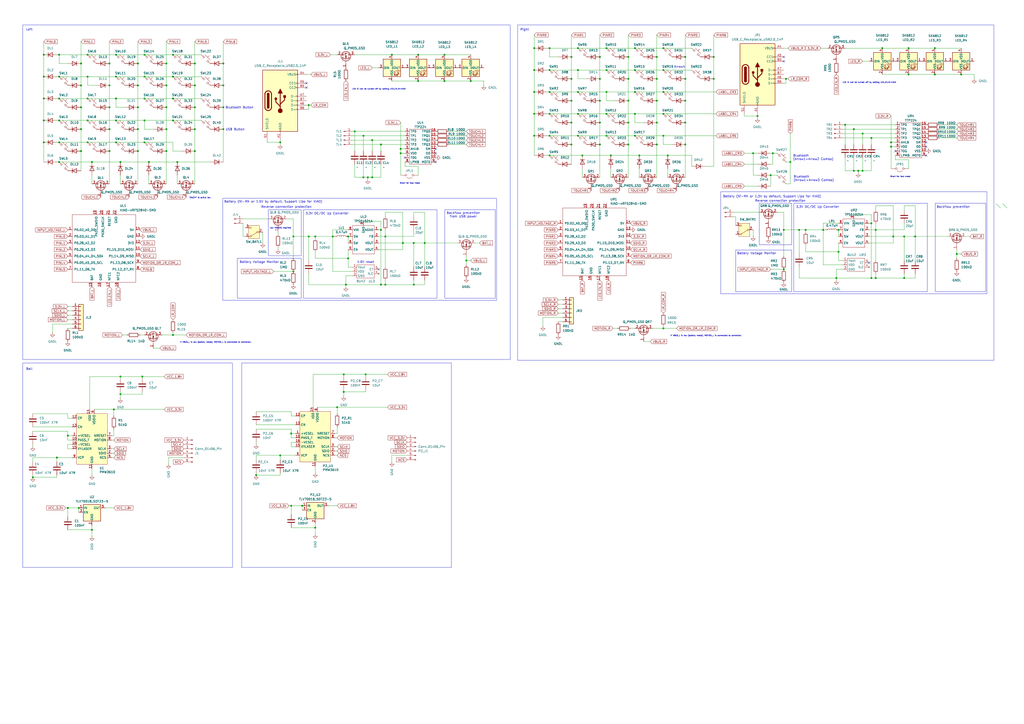
<source format=kicad_sch>
(kicad_sch (version 20231120) (generator "eeschema") (generator_version "8.0")
  (paper "A2")
  (title_block (title "DYA Keyboard") (date "2025-02-16") (rev "1.0") (company "@cormoran707"))
  (junction (at 215.9 81.28))
  (junction (at 500.38 77.47))
  (junction (at 273.05 46.99))
  (junction (at 557.53 43.18))
  (junction (at 80.01 74.93))
  (junction (at 364.49 71.12))
  (junction (at 69.85 93.98))
  (junction (at 354.33 90.17))
  (junction (at 129.54 74.93))
  (junction (at 447.04 101.6))
  (junction (at 34.29 57.15))
  (junction (at 318.77 53.34))
  (junction (at 168.91 251.46))
  (junction (at 39.37 252.73))
  (junction (at 182.88 306.07))
  (junction (at 53.34 307.34))
  (junction (at 46.99 74.93))
  (junction (at 331.47 71.12))
  (junction (at 162.56 82.55))
  (junction (at 439.42 67.31))
  (junction (at 227.33 31.75))
  (junction (at 511.81 27.94))
  (junction (at 223.52 137.16))
  (junction (at 508 133.35))
  (junction (at 454.66 133.35))
  (junction (at 182.88 137.16))
  (junction (at 467.36 133.35))
  (junction (at 80.01 36.83))
  (junction (at 364.49 33.02))
  (junction (at 201.93 149.86))
  (junction (at 486.41 146.05))
  (junction (at 83.82 69.85))
  (junction (at 368.3 66.04))
  (junction (at 384.81 78.74))
  (junction (at 223.52 165.1))
  (junction (at 508 161.29))
  (junction (at 170.18 137.16))
  (junction (at 69.85 218.44))
  (junction (at 199.39 217.17))
  (junction (at 175.26 293.37))
  (junction (at 45.72 294.64))
  (junction (at 80.01 49.53))
  (junction (at 364.49 45.72))
  (junction (at 213.36 102.87))
  (junction (at 497.84 99.06))
  (junction (at 436.88 88.9))
  (junction (at 46.99 87.63))
  (junction (at 331.47 83.82))
  (junction (at 129.54 62.23))
  (junction (at 113.03 74.93))
  (junction (at 397.51 71.12))
  (junction (at 179.07 137.16))
  (junction (at 463.55 133.35))
  (junction (at 63.5 62.23))
  (junction (at 347.98 58.42))
  (junction (at 25.4 57.15))
  (junction (at 309.88 53.34))
  (junction (at 242.57 31.75))
  (junction (at 527.05 27.94))
  (junction (at 46.99 62.23))
  (junction (at 331.47 58.42))
  (junction (at 129.54 49.53))
  (junction (at 414.02 45.72))
  (junction (at 270.51 151.13))
  (junction (at 554.99 147.32))
  (junction (at 129.54 36.83))
  (junction (at 414.02 33.02))
  (junction (at 80.01 87.63))
  (junction (at 364.49 83.82))
  (junction (at 179.07 60.96))
  (junction (at 455.93 45.72))
  (junction (at 83.82 57.15))
  (junction (at 368.3 53.34))
  (junction (at 96.52 49.53))
  (junction (at 381 45.72))
  (junction (at 63.5 49.53))
  (junction (at 347.98 45.72))
  (junction (at 448.31 88.9))
  (junction (at 215.9 102.87))
  (junction (at 500.38 99.06))
  (junction (at 100.33 194.31))
  (junction (at 384.81 190.5))
  (junction (at 201.93 137.16))
  (junction (at 486.41 133.35))
  (junction (at 25.4 31.75))
  (junction (at 309.88 27.94))
  (junction (at 170.18 157.48))
  (junction (at 454.66 156.21))
  (junction (at 232.41 88.9))
  (junction (at 516.89 85.09))
  (junction (at 50.8 44.45))
  (junction (at 335.28 40.64))
  (junction (at 199.39 227.33))
  (junction (at 69.85 228.6))
  (junction (at 257.81 31.75))
  (junction (at 542.29 27.94))
  (junction (at 50.8 69.85))
  (junction (at 335.28 66.04))
  (junction (at 83.82 31.75))
  (junction (at 368.3 27.94))
  (junction (at 63.5 74.93))
  (junction (at 347.98 71.12))
  (junction (at 67.31 57.15))
  (junction (at 351.79 53.34))
  (junction (at 257.81 46.99))
  (junction (at 542.29 43.18))
  (junction (at 46.99 36.83))
  (junction (at 331.47 33.02))
  (junction (at 210.82 102.87))
  (junction (at 495.3 99.06))
  (junction (at 63.5 36.83))
  (junction (at 347.98 33.02))
  (junction (at 34.29 69.85))
  (junction (at 318.77 66.04))
  (junction (at 100.33 31.75))
  (junction (at 384.81 27.94))
  (junction (at 86.36 93.98))
  (junction (at 370.84 90.17))
  (junction (at 63.5 87.63))
  (junction (at 347.98 83.82))
  (junction (at 113.03 62.23))
  (junction (at 397.51 58.42))
  (junction (at 113.03 36.83))
  (junction (at 397.51 33.02))
  (junction (at 246.38 140.97))
  (junction (at 530.86 137.16))
  (junction (at 102.87 93.98))
  (junction (at 387.35 90.17))
  (junction (at 210.82 78.74))
  (junction (at 495.3 74.93))
  (junction (at 50.8 57.15))
  (junction (at 335.28 53.34))
  (junction (at 96.52 87.63))
  (junction (at 381 83.82))
  (junction (at 46.99 49.53))
  (junction (at 331.47 45.72))
  (junction (at 96.52 74.93))
  (junction (at 381 71.12))
  (junction (at 34.29 93.98))
  (junction (at 318.77 90.17))
  (junction (at 205.74 76.2))
  (junction (at 490.22 72.39))
  (junction (at 25.4 82.55))
  (junction (at 309.88 78.74))
  (junction (at 67.31 31.75))
  (junction (at 351.79 27.94))
  (junction (at 113.03 87.63))
  (junction (at 397.51 83.82))
  (junction (at 100.33 69.85))
  (junction (at 384.81 66.04))
  (junction (at 80.01 62.23))
  (junction (at 364.49 58.42))
  (junction (at 67.31 69.85))
  (junction (at 351.79 66.04))
  (junction (at 240.03 140.97))
  (junction (at 524.51 137.16))
  (junction (at 50.8 31.75))
  (junction (at 335.28 27.94))
  (junction (at 34.29 31.75))
  (junction (at 318.77 27.94))
  (junction (at 83.82 82.55))
  (junction (at 368.3 78.74))
  (junction (at 240.03 165.1))
  (junction (at 524.51 161.29))
  (junction (at 220.98 133.35))
  (junction (at 505.46 129.54))
  (junction (at 148.59 275.59))
  (junction (at 19.05 276.86))
  (junction (at 458.47 93.98))
  (junction (at 67.31 44.45))
  (junction (at 351.79 40.64))
  (junction (at 96.52 36.83))
  (junction (at 381 33.02))
  (junction (at 53.34 93.98))
  (junction (at 337.82 90.17))
  (junction (at 195.58 236.22))
  (junction (at 66.04 237.49))
  (junction (at 232.41 86.36))
  (junction (at 516.89 82.55))
  (junction (at 34.29 82.55))
  (junction (at 318.77 78.74))
  (junction (at 193.04 137.16))
  (junction (at 477.52 133.35))
  (junction (at 67.31 82.55))
  (junction (at 351.79 78.74))
  (junction (at 200.66 165.1))
  (junction (at 485.14 161.29))
  (junction (at 113.03 49.53))
  (junction (at 397.51 45.72))
  (junction (at 242.57 46.99))
  (junction (at 527.05 43.18))
  (junction (at 220.98 165.1))
  (junction (at 505.46 161.29))
  (junction (at 162.56 264.16))
  (junction (at 33.02 265.43))
  (junction (at 96.52 62.23))
  (junction (at 381 58.42))
  (junction (at 233.68 140.97))
  (junction (at 518.16 137.16))
  (junction (at 82.55 218.44))
  (junction (at 212.09 217.17))
  (junction (at 100.33 57.15))
  (junction (at 384.81 53.34))
  (junction (at 220.98 83.82))
  (junction (at 505.46 80.01))
  (junction (at 25.4 44.45))
  (junction (at 309.88 40.64))
  (junction (at 83.82 44.45))
  (junction (at 368.3 40.64))
  (junction (at 168.91 293.37))
  (junction (at 39.37 294.64))
  (junction (at 50.8 82.55))
  (junction (at 335.28 78.74))
  (junction (at 100.33 44.45))
  (junction (at 384.81 40.64))
  (junction (at 34.29 44.45))
  (junction (at 318.77 40.64))
  (junction (at 25.4 69.85))
  (junction (at 309.88 66.04))
  (no_connect (at 177.8 48.26))
  (no_connect (at 454.66 33.02))
  (no_connect (at 252.73 88.9))
  (no_connect (at 537.21 85.09))
  (no_connect (at 252.73 93.98))
  (no_connect (at 537.21 90.17))
  (no_connect (at 234.95 91.44))
  (no_connect (at 519.43 87.63))
  (no_connect (at 252.73 86.36))
  (no_connect (at 537.21 82.55))
  (no_connect (at 177.8 50.8))
  (no_connect (at 454.66 35.56))
  (no_connect (at 219.71 156.21))
  (no_connect (at 504.19 152.4))
  (bus_entry (at 581.66 118.11) (size 2.54 2.54))
  (bus_entry (at 866.14 114.3) (size 2.54 2.54))
  (bus_entry (at 577.85 118.11) (size 2.54 2.54))
  (bus_entry (at 864.87 116.84) (size 2.54 2.54))
  (bus_entry (at 866.14 118.11) (size 2.54 2.54))
  (wire (pts (xy 162.56 264.16) (xy 171.45 264.16)))
  (wire (pts (xy 33.02 265.43) (xy 41.91 265.43)))
  (wire (pts (xy 201.93 133.35) (xy 193.04 133.35)))
  (wire (pts (xy 486.41 129.54) (xy 477.52 129.54)))
  (wire (pts (xy 260.35 81.28) (xy 270.51 81.28)))
  (wire (pts (xy 544.83 77.47) (xy 554.99 77.47)))
  (wire (pts (xy 168.91 241.3) (xy 168.91 238.76)))
  (wire (pts (xy 39.37 242.57) (xy 39.37 240.03)))
  (wire (pts (xy 201.93 144.78) (xy 201.93 149.86)))
  (wire (pts (xy 486.41 140.97) (xy 486.41 146.05)))
  (wire (pts (xy 210.82 95.25) (xy 210.82 102.87)))
  (wire (pts (xy 495.3 91.44) (xy 495.3 99.06)))
  (wire (pts (xy 113.03 62.23) (xy 113.03 74.93)))
  (wire (pts (xy 397.51 58.42) (xy 397.51 71.12)))
  (wire (pts (xy 69.85 218.44) (xy 82.55 218.44)))
  (wire (pts (xy 199.39 217.17) (xy 212.09 217.17)))
  (wire (pts (xy 182.88 137.16) (xy 193.04 137.16)))
  (wire (pts (xy 467.36 133.35) (xy 477.52 133.35)))
  (wire (pts (xy 179.07 165.1) (xy 200.66 165.1)))
  (wire (pts (xy 463.55 161.29) (xy 485.14 161.29)))
  (wire (pts (xy 63.5 74.93) (xy 63.5 87.63)))
  (wire (pts (xy 347.98 71.12) (xy 347.98 83.82)))
  (wire (pts (xy 439.42 101.6) (xy 436.88 101.6)))
  (wire (pts (xy 223.52 165.1) (xy 240.03 165.1)))
  (wire (pts (xy 508 161.29) (xy 524.51 161.29)))
  (wire (pts (xy 223.52 154.94) (xy 223.52 137.16)))
  (wire (pts (xy 508 151.13) (xy 508 133.35)))
  (wire (pts (xy 204.47 76.2) (xy 205.74 76.2)))
  (wire (pts (xy 488.95 72.39) (xy 490.22 72.39)))
  (wire (pts (xy 50.8 49.53) (xy 50.8 44.45)))
  (wire (pts (xy 335.28 45.72) (xy 335.28 40.64)))
  (wire (pts (xy 158.75 157.48) (xy 170.18 157.48)))
  (wire (pts (xy 447.04 156.21) (xy 454.66 156.21)))
  (wire (pts (xy 34.29 57.15) (xy 33.02 57.15)))
  (wire (pts (xy 318.77 53.34) (xy 317.5 53.34)))
  (wire (pts (xy 41.91 185.42) (xy 39.37 185.42)))
  (wire (pts (xy 326.39 181.61) (xy 323.85 181.61)))
  (wire (pts (xy 195.58 259.08) (xy 194.31 259.08)))
  (wire (pts (xy 66.04 260.35) (xy 64.77 260.35)))
  (wire (pts (xy 80.01 24.13) (xy 80.01 36.83)))
  (wire (pts (xy 364.49 20.32) (xy 364.49 33.02)))
  (wire (pts (xy 273.05 151.13) (xy 270.51 151.13)))
  (wire (pts (xy 557.53 147.32) (xy 554.99 147.32)))
  (wire (pts (xy 162.56 266.7) (xy 162.56 264.16)))
  (wire (pts (xy 33.02 267.97) (xy 33.02 265.43)))
  (wire (pts (xy 168.91 238.76) (xy 148.59 238.76)))
  (wire (pts (xy 39.37 240.03) (xy 19.05 240.03)))
  (wire (pts (xy 195.58 264.16) (xy 194.31 264.16)))
  (wire (pts (xy 66.04 265.43) (xy 64.77 265.43)))
  (wire (pts (xy 233.68 140.97) (xy 240.03 140.97)))
  (wire (pts (xy 518.16 137.16) (xy 524.51 137.16)))
  (wire (pts (xy 447.04 101.6) (xy 447.04 107.95)))
  (wire (pts (xy 195.58 247.65) (xy 195.58 251.46)))
  (wire (pts (xy 66.04 248.92) (xy 66.04 252.73)))
  (wire (pts (xy 129.54 74.93) (xy 129.54 93.98)))
  (wire (pts (xy 246.38 123.19) (xy 246.38 140.97)))
  (wire (pts (xy 530.86 119.38) (xy 530.86 137.16)))
  (wire (pts (xy 233.68 123.19) (xy 233.68 140.97)))
  (wire (pts (xy 518.16 119.38) (xy 518.16 137.16)))
  (wire (pts (xy 223.52 123.19) (xy 233.68 123.19)))
  (wire (pts (xy 508 119.38) (xy 518.16 119.38)))
  (wire (pts (xy 204.47 81.28) (xy 215.9 81.28)))
  (wire (pts (xy 488.95 77.47) (xy 500.38 77.47)))
  (wire (pts (xy 162.56 83.82) (xy 162.56 82.55)))
  (wire (pts (xy 439.42 68.58) (xy 439.42 67.31)))
  (wire (pts (xy 63.5 36.83) (xy 63.5 49.53)))
  (wire (pts (xy 347.98 33.02) (xy 347.98 45.72)))
  (wire (pts (xy 181.61 217.17) (xy 181.61 236.22)))
  (wire (pts (xy 52.07 218.44) (xy 52.07 237.49)))
  (wire (pts (xy 190.5 293.37) (xy 195.58 293.37)))
  (wire (pts (xy 60.96 294.64) (xy 66.04 294.64)))
  (wire (pts (xy 458.47 77.47) (xy 458.47 93.98)))
  (wire (pts (xy 86.36 93.98) (xy 102.87 93.98)))
  (wire (pts (xy 370.84 90.17) (xy 387.35 90.17)))
  (wire (pts (xy 25.4 31.75) (xy 25.4 44.45)))
  (wire (pts (xy 309.88 27.94) (xy 309.88 40.64)))
  (wire (pts (xy 246.38 140.97) (xy 246.38 154.94)))
  (wire (pts (xy 530.86 137.16) (xy 530.86 151.13)))
  (wire (pts (xy 195.58 261.62) (xy 194.31 261.62)))
  (wire (pts (xy 66.04 262.89) (xy 64.77 262.89)))
  (wire (pts (xy 205.74 31.75) (xy 227.33 31.75)))
  (wire (pts (xy 490.22 27.94) (xy 511.81 27.94)))
  (wire (pts (xy 408.94 96.52) (xy 414.02 96.52)))
  (wire (pts (xy 426.72 125.73) (xy 426.72 130.81)))
  (wire (pts (xy 34.29 82.55) (xy 50.8 82.55)))
  (wire (pts (xy 318.77 78.74) (xy 335.28 78.74)))
  (wire (pts (xy 171.45 241.3) (xy 168.91 241.3)))
  (wire (pts (xy 41.91 242.57) (xy 39.37 242.57)))
  (wire (pts (xy 246.38 140.97) (xy 265.43 140.97)))
  (wire (pts (xy 530.86 137.16) (xy 549.91 137.16)))
  (wire (pts (xy 96.52 74.93) (xy 96.52 87.63)))
  (wire (pts (xy 381 71.12) (xy 381 83.82)))
  (wire (pts (xy 219.71 133.35) (xy 220.98 133.35)))
  (wire (pts (xy 504.19 129.54) (xy 505.46 129.54)))
  (wire (pts (xy 170.18 137.16) (xy 179.07 137.16)))
  (wire (pts (xy 180.34 60.96) (xy 179.07 60.96)))
  (wire (pts (xy 457.2 45.72) (xy 455.93 45.72)))
  (wire (pts (xy 270.51 148.59) (xy 270.51 151.13)))
  (wire (pts (xy 554.99 144.78) (xy 554.99 147.32)))
  (wire (pts (xy 220.98 95.25) (xy 220.98 102.87)))
  (wire (pts (xy 505.46 91.44) (xy 505.46 99.06)))
  (wire (pts (xy 215.9 39.37) (xy 219.71 39.37)))
  (wire (pts (xy 500.38 35.56) (xy 504.19 35.56)))
  (wire (pts (xy 69.85 93.98) (xy 86.36 93.98)))
  (wire (pts (xy 354.33 90.17) (xy 370.84 90.17)))
  (wire (pts (xy 50.8 31.75) (xy 67.31 31.75)))
  (wire (pts (xy 335.28 27.94) (xy 351.79 27.94)))
  (wire (pts (xy 25.4 44.45) (xy 25.4 57.15)))
  (wire (pts (xy 309.88 40.64) (xy 309.88 53.34)))
  (wire (pts (xy 223.52 162.56) (xy 223.52 165.1)))
  (wire (pts (xy 508 158.75) (xy 508 161.29)))
  (wire (pts (xy 280.67 49.53) (xy 280.67 46.99)))
  (wire (pts (xy 565.15 45.72) (xy 565.15 43.18)))
  (wire (pts (xy 213.36 102.87) (xy 213.36 104.14)))
  (wire (pts (xy 497.84 99.06) (xy 497.84 100.33)))
  (wire (pts (xy 215.9 81.28) (xy 234.95 81.28)))
  (wire (pts (xy 500.38 77.47) (xy 519.43 77.47)))
  (wire (pts (xy 83.82 82.55) (xy 100.33 82.55)))
  (wire (pts (xy 368.3 78.74) (xy 384.81 78.74)))
  (wire (pts (xy 232.41 88.9) (xy 234.95 88.9)))
  (wire (pts (xy 516.89 85.09) (xy 519.43 85.09)))
  (wire (pts (xy 39.37 190.5) (xy 41.91 190.5)))
  (wire (pts (xy 323.85 186.69) (xy 326.39 186.69)))
  (wire (pts (xy 199.39 229.87) (xy 199.39 227.33)))
  (wire (pts (xy 69.85 231.14) (xy 69.85 228.6)))
  (wire (pts (xy 220.98 165.1) (xy 200.66 165.1)))
  (wire (pts (xy 505.46 161.29) (xy 485.14 161.29)))
  (wire (pts (xy 210.82 78.74) (xy 234.95 78.74)))
  (wire (pts (xy 495.3 74.93) (xy 519.43 74.93)))
  (wire (pts (xy 161.29 143.51) (xy 161.29 144.78)))
  (wire (pts (xy 454.66 133.35) (xy 463.55 133.35)))
  (wire (pts (xy 179.07 63.5) (xy 179.07 60.96)))
  (wire (pts (xy 455.93 48.26) (xy 455.93 45.72)))
  (wire (pts (xy 41.91 180.34) (xy 39.37 180.34)))
  (wire (pts (xy 326.39 176.53) (xy 323.85 176.53)))
  (wire (pts (xy 455.93 106.68) (xy 458.47 106.68)))
  (wire (pts (xy 170.18 127) (xy 166.37 127)))
  (wire (pts (xy 447.04 95.25) (xy 448.31 95.25)))
  (wire (pts (xy 200.66 160.02) (xy 200.66 165.1)))
  (wire (pts (xy 485.14 156.21) (xy 485.14 161.29)))
  (wire (pts (xy 34.29 36.83) (xy 34.29 31.75)))
  (wire (pts (xy 318.77 33.02) (xy 318.77 27.94)))
  (wire (pts (xy 436.88 101.6) (xy 436.88 88.9)))
  (wire (pts (xy 227.33 31.75) (xy 242.57 31.75)))
  (wire (pts (xy 511.81 27.94) (xy 527.05 27.94)))
  (wire (pts (xy 96.52 24.13) (xy 96.52 36.83)))
  (wire (pts (xy 381 20.32) (xy 381 33.02)))
  (wire (pts (xy 233.68 144.78) (xy 233.68 140.97)))
  (wire (pts (xy 518.16 140.97) (xy 518.16 137.16)))
  (wire (pts (xy 69.85 219.71) (xy 69.85 218.44)))
  (wire (pts (xy 199.39 218.44) (xy 199.39 217.17)))
  (wire (pts (xy 88.9 74.93) (xy 83.82 74.93)))
  (wire (pts (xy 373.38 71.12) (xy 368.3 71.12)))
  (wire (pts (xy 240.03 123.19) (xy 240.03 125.73)))
  (wire (pts (xy 524.51 119.38) (xy 524.51 121.92)))
  (wire (pts (xy 73.66 194.31) (xy 71.12 194.31)))
  (wire (pts (xy 358.14 190.5) (xy 355.6 190.5)))
  (wire (pts (xy 83.82 69.85) (xy 100.33 69.85)))
  (wire (pts (xy 368.3 66.04) (xy 384.81 66.04)))
  (wire (pts (xy 148.59 257.81) (xy 148.59 256.54)))
  (wire (pts (xy 19.05 259.08) (xy 19.05 257.81)))
  (wire (pts (xy 96.52 36.83) (xy 96.52 49.53)))
  (wire (pts (xy 381 33.02) (xy 381 45.72)))
  (wire (pts (xy 242.57 31.75) (xy 257.81 31.75)))
  (wire (pts (xy 527.05 27.94) (xy 542.29 27.94)))
  (wire (pts (xy 246.38 165.1) (xy 240.03 165.1)))
  (wire (pts (xy 530.86 161.29) (xy 524.51 161.29)))
  (wire (pts (xy 215.9 81.28) (xy 215.9 87.63)))
  (wire (pts (xy 500.38 77.47) (xy 500.38 83.82)))
  (wire (pts (xy 204.47 83.82) (xy 220.98 83.82)))
  (wire (pts (xy 488.95 80.01) (xy 505.46 80.01)))
  (wire (pts (xy 83.82 44.45) (xy 100.33 44.45)))
  (wire (pts (xy 368.3 40.64) (xy 384.81 40.64)))
  (wire (pts (xy 220.98 128.27) (xy 210.82 128.27)))
  (wire (pts (xy 505.46 124.46) (xy 495.3 124.46)))
  (wire (pts (xy 100.33 44.45) (xy 116.84 44.45)))
  (wire (pts (xy 384.81 40.64) (xy 401.32 40.64)))
  (wire (pts (xy 191.77 31.75) (xy 195.58 31.75)))
  (wire (pts (xy 476.25 27.94) (xy 480.06 27.94)))
  (wire (pts (xy 426.72 125.73) (xy 425.45 125.73)))
  (wire (pts (xy 100.33 194.31) (xy 107.95 194.31)))
  (wire (pts (xy 384.81 190.5) (xy 392.43 190.5)))
  (wire (pts (xy 34.29 57.15) (xy 50.8 57.15)))
  (wire (pts (xy 318.77 53.34) (xy 335.28 53.34)))
  (wire (pts (xy 171.45 251.46) (xy 168.91 251.46)))
  (wire (pts (xy 41.91 252.73) (xy 39.37 252.73)))
  (wire (pts (xy 232.41 86.36) (xy 232.41 88.9)))
  (wire (pts (xy 516.89 82.55) (xy 516.89 85.09)))
  (wire (pts (xy 384.81 66.04) (xy 415.29 66.04)))
  (wire (pts (xy 182.88 146.05) (xy 182.88 149.86)))
  (wire (pts (xy 467.36 142.24) (xy 467.36 146.05)))
  (wire (pts (xy 140.97 129.54) (xy 140.97 137.16)))
  (wire (pts (xy 129.54 36.83) (xy 129.54 49.53)))
  (wire (pts (xy 414.02 33.02) (xy 414.02 45.72)))
  (wire (pts (xy 161.29 135.89) (xy 161.29 134.62)))
  (wire (pts (xy 162.56 275.59) (xy 148.59 275.59)))
  (wire (pts (xy 33.02 276.86) (xy 19.05 276.86)))
  (wire (pts (xy 113.03 49.53) (xy 113.03 62.23)))
  (wire (pts (xy 397.51 45.72) (xy 397.51 58.42)))
  (wire (pts (xy 182.88 149.86) (xy 201.93 149.86)))
  (wire (pts (xy 467.36 146.05) (xy 486.41 146.05)))
  (wire (pts (xy 177.8 63.5) (xy 179.07 63.5)))
  (wire (pts (xy 454.66 48.26) (xy 455.93 48.26)))
  (wire (pts (xy 168.91 256.54) (xy 168.91 259.08)))
  (wire (pts (xy 39.37 257.81) (xy 39.37 260.35)))
  (wire (pts (xy 436.88 88.9) (xy 431.8 88.9)))
  (wire (pts (xy 447.04 101.6) (xy 450.85 101.6)))
  (wire (pts (xy 257.81 46.99) (xy 273.05 46.99)))
  (wire (pts (xy 542.29 43.18) (xy 557.53 43.18)))
  (wire (pts (xy 201.93 154.94) (xy 204.47 154.94)))
  (wire (pts (xy 486.41 151.13) (xy 488.95 151.13)))
  (wire (pts (xy 140.97 127) (xy 156.21 127)))
  (wire (pts (xy 25.4 57.15) (xy 25.4 69.85)))
  (wire (pts (xy 309.88 53.34) (xy 309.88 66.04)))
  (wire (pts (xy 67.31 62.23) (xy 67.31 57.15)))
  (wire (pts (xy 351.79 58.42) (xy 351.79 53.34)))
  (wire (pts (xy 63.5 24.13) (xy 63.5 36.83)))
  (wire (pts (xy 347.98 20.32) (xy 347.98 33.02)))
  (wire (pts (xy 129.54 24.13) (xy 129.54 36.83)))
  (wire (pts (xy 414.02 20.32) (xy 414.02 33.02)))
  (wire (pts (xy 66.04 252.73) (xy 64.77 252.73)))
  (wire (pts (xy 195.58 251.46) (xy 194.31 251.46)))
  (wire (pts (xy 30.48 187.96) (xy 41.91 187.96)))
  (wire (pts (xy 314.96 184.15) (xy 326.39 184.15)))
  (wire (pts (xy 170.18 137.16) (xy 170.18 149.86)))
  (wire (pts (xy 454.66 133.35) (xy 454.66 148.59)))
  (wire (pts (xy 431.8 107.95) (xy 439.42 107.95)))
  (wire (pts (xy 80.01 87.63) (xy 80.01 106.68)))
  (wire (pts (xy 364.49 83.82) (xy 364.49 102.87)))
  (wire (pts (xy 80.01 62.23) (xy 80.01 74.93)))
  (wire (pts (xy 364.49 58.42) (xy 364.49 71.12)))
  (wire (pts (xy 232.41 88.9) (xy 232.41 101.6)))
  (wire (pts (xy 516.89 85.09) (xy 516.89 97.79)))
  (wire (pts (xy 260.35 83.82) (xy 270.51 83.82)))
  (wire (pts (xy 544.83 80.01) (xy 554.99 80.01)))
  (wire (pts (xy 220.98 83.82) (xy 220.98 87.63)))
  (wire (pts (xy 505.46 80.01) (xy 505.46 83.82)))
  (wire (pts (xy 280.67 46.99) (xy 273.05 46.99)))
  (wire (pts (xy 565.15 43.18) (xy 557.53 43.18)))
  (wire (pts (xy 67.31 57.15) (xy 83.82 57.15)))
  (wire (pts (xy 351.79 53.34) (xy 368.3 53.34)))
  (wire (pts (xy 179.07 60.96) (xy 177.8 60.96)))
  (wire (pts (xy 455.93 45.72) (xy 454.66 45.72)))
  (wire (pts (xy 220.98 133.35) (xy 220.98 128.27)))
  (wire (pts (xy 505.46 129.54) (xy 505.46 124.46)))
  (wire (pts (xy 67.31 69.85) (xy 83.82 69.85)))
  (wire (pts (xy 351.79 66.04) (xy 368.3 66.04)))
  (wire (pts (xy 242.57 96.52) (xy 242.57 101.6)))
  (wire (pts (xy 527.05 92.71) (xy 527.05 97.79)))
  (wire (pts (xy 97.79 265.43) (xy 106.68 265.43)))
  (wire (pts (xy 227.33 264.16) (xy 236.22 264.16)))
  (wire (pts (xy 34.29 31.75) (xy 33.02 31.75)))
  (wire (pts (xy 318.77 27.94) (xy 317.5 27.94)))
  (wire (pts (xy 100.33 69.85) (xy 116.84 69.85)))
  (wire (pts (xy 83.82 74.93) (xy 83.82 69.85)))
  (wire (pts (xy 368.3 71.12) (xy 368.3 66.04)))
  (wire (pts (xy 148.59 246.38) (xy 171.45 246.38)))
  (wire (pts (xy 19.05 247.65) (xy 41.91 247.65)))
  (wire (pts (xy 154.94 81.28) (xy 154.94 82.55)))
  (wire (pts (xy 431.8 66.04) (xy 431.8 67.31)))
  (wire (pts (xy 219.71 144.78) (xy 233.68 144.78)))
  (wire (pts (xy 504.19 140.97) (xy 518.16 140.97)))
  (wire (pts (xy 80.01 74.93) (xy 80.01 87.63)))
  (wire (pts (xy 364.49 71.12) (xy 364.49 83.82)))
  (wire (pts (xy 447.04 88.9) (xy 448.31 88.9)))
  (wire (pts (xy 50.8 57.15) (xy 67.31 57.15)))
  (wire (pts (xy 335.28 53.34) (xy 351.79 53.34)))
  (wire (pts (xy 199.39 217.17) (xy 181.61 217.17)))
  (wire (pts (xy 69.85 218.44) (xy 52.07 218.44)))
  (wire (pts (xy 33.02 44.45) (xy 34.29 44.45)))
  (wire (pts (xy 317.5 40.64) (xy 318.77 40.64)))
  (wire (pts (xy 152.4 140.97) (xy 152.4 134.62)))
  (wire (pts (xy 66.04 237.49) (xy 95.25 237.49)))
  (wire (pts (xy 195.58 236.22) (xy 224.79 236.22)))
  (wire (pts (xy 66.04 255.27) (xy 64.77 255.27)))
  (wire (pts (xy 195.58 254) (xy 194.31 254)))
  (wire (pts (xy 246.38 123.19) (xy 240.03 123.19)))
  (wire (pts (xy 530.86 119.38) (xy 524.51 119.38)))
  (wire (pts (xy 182.88 306.07) (xy 182.88 309.88)))
  (wire (pts (xy 53.34 307.34) (xy 53.34 311.15)))
  (wire (pts (xy 148.59 248.92) (xy 168.91 248.92)))
  (wire (pts (xy 19.05 250.19) (xy 39.37 250.19)))
  (wire (pts (xy 384.81 78.74) (xy 415.29 78.74)))
  (wire (pts (xy 63.5 62.23) (xy 63.5 74.93)))
  (wire (pts (xy 347.98 58.42) (xy 347.98 71.12)))
  (wire (pts (xy 34.29 36.83) (xy 39.37 36.83)))
  (wire (pts (xy 318.77 33.02) (xy 323.85 33.02)))
  (wire (pts (xy 205.74 76.2) (xy 234.95 76.2)))
  (wire (pts (xy 490.22 72.39) (xy 519.43 72.39)))
  (wire (pts (xy 100.33 57.15) (xy 116.84 57.15)))
  (wire (pts (xy 384.81 53.34) (xy 415.29 53.34)))
  (wire (pts (xy 102.87 93.98) (xy 121.92 93.98)))
  (wire (pts (xy 240.03 140.97) (xy 246.38 140.97)))
  (wire (pts (xy 524.51 137.16) (xy 530.86 137.16)))
  (wire (pts (xy 168.91 306.07) (xy 182.88 306.07)))
  (wire (pts (xy 39.37 307.34) (xy 53.34 307.34)))
  (wire (pts (xy 168.91 251.46) (xy 168.91 254)))
  (wire (pts (xy 39.37 252.73) (xy 39.37 255.27)))
  (wire (pts (xy 162.56 274.32) (xy 162.56 275.59)))
  (wire (pts (xy 33.02 275.59) (xy 33.02 276.86)))
  (wire (pts (xy 72.39 62.23) (xy 67.31 62.23)))
  (wire (pts (xy 356.87 58.42) (xy 351.79 58.42)))
  (wire (pts (xy 100.33 193.04) (xy 100.33 194.31)))
  (wire (pts (xy 384.81 189.23) (xy 384.81 190.5)))
  (wire (pts (xy 234.95 93.98) (xy 234.95 96.52)))
  (wire (pts (xy 519.43 90.17) (xy 519.43 92.71)))
  (wire (pts (xy 436.88 137.16) (xy 436.88 133.35)))
  (wire (pts (xy 33.02 93.98) (xy 34.29 93.98)))
  (wire (pts (xy 317.5 90.17) (xy 318.77 90.17)))
  (wire (pts (xy 182.88 306.07) (xy 182.88 303.53)))
  (wire (pts (xy 53.34 307.34) (xy 53.34 304.8)))
  (wire (pts (xy 205.74 76.2) (xy 205.74 87.63)))
  (wire (pts (xy 490.22 72.39) (xy 490.22 83.82)))
  (wire (pts (xy 33.02 82.55) (xy 34.29 82.55)))
  (wire (pts (xy 317.5 78.74) (xy 318.77 78.74)))
  (wire (pts (xy 232.41 71.12) (xy 232.41 86.36)))
  (wire (pts (xy 516.89 67.31) (xy 516.89 82.55)))
  (wire (pts (xy 113.03 74.93) (xy 113.03 87.63)))
  (wire (pts (xy 397.51 71.12) (xy 397.51 83.82)))
  (wire (pts (xy 41.91 177.8) (xy 39.37 177.8)))
  (wire (pts (xy 326.39 173.99) (xy 323.85 173.99)))
  (wire (pts (xy 210.82 102.87) (xy 213.36 102.87)))
  (wire (pts (xy 495.3 99.06) (xy 497.84 99.06)))
  (wire (pts (xy 401.32 90.17) (xy 387.35 90.17)))
  (wire (pts (xy 193.04 137.16) (xy 194.31 137.16)))
  (wire (pts (xy 477.52 133.35) (xy 478.79 133.35)))
  (wire (pts (xy 129.54 62.23) (xy 129.54 74.93)))
  (wire (pts (xy 414.02 45.72) (xy 414.02 96.52)))
  (wire (pts (xy 46.99 24.13) (xy 46.99 36.83)))
  (wire (pts (xy 331.47 20.32) (xy 331.47 33.02)))
  (wire (pts (xy 113.03 24.13) (xy 113.03 36.83)))
  (wire (pts (xy 397.51 20.32) (xy 397.51 33.02)))
  (wire (pts (xy 25.4 24.13) (xy 25.4 31.75)))
  (wire (pts (xy 309.88 20.32) (xy 309.88 27.94)))
  (wire (pts (xy 234.95 86.36) (xy 232.41 86.36)))
  (wire (pts (xy 519.43 82.55) (xy 516.89 82.55)))
  (wire (pts (xy 80.01 49.53) (xy 80.01 62.23)))
  (wire (pts (xy 364.49 45.72) (xy 364.49 58.42)))
  (wire (pts (xy 96.52 49.53) (xy 96.52 62.23)))
  (wire (pts (xy 381 45.72) (xy 381 58.42)))
  (wire (pts (xy 270.51 151.13) (xy 270.51 153.67)))
  (wire (pts (xy 554.99 147.32) (xy 554.99 149.86)))
  (wire (pts (xy 140.97 137.16) (xy 142.24 137.16)))
  (wire (pts (xy 168.91 248.92) (xy 168.91 251.46)))
  (wire (pts (xy 39.37 250.19) (xy 39.37 252.73)))
  (wire (pts (xy 195.58 236.22) (xy 195.58 240.03)))
  (wire (pts (xy 66.04 237.49) (xy 66.04 241.3)))
  (wire (pts (xy 102.87 101.6) (xy 102.87 106.68)))
  (wire (pts (xy 387.35 97.79) (xy 387.35 102.87)))
  (wire (pts (xy 193.04 137.16) (xy 193.04 157.48)))
  (wire (pts (xy 477.52 133.35) (xy 477.52 153.67)))
  (wire (pts (xy 92.71 201.93) (xy 88.9 201.93)))
  (wire (pts (xy 377.19 198.12) (xy 373.38 198.12)))
  (wire (pts (xy 83.82 31.75) (xy 100.33 31.75)))
  (wire (pts (xy 368.3 27.94) (xy 384.81 27.94)))
  (wire (pts (xy 50.8 82.55) (xy 67.31 82.55)))
  (wire (pts (xy 335.28 78.74) (xy 351.79 78.74)))
  (wire (pts (xy 458.47 106.68) (xy 458.47 93.98)))
  (wire (pts (xy 25.4 69.85) (xy 25.4 82.55)))
  (wire (pts (xy 309.88 66.04) (xy 309.88 78.74)))
  (wire (pts (xy 53.34 101.6) (xy 53.34 106.68)))
  (wire (pts (xy 337.82 97.79) (xy 337.82 102.87)))
  (wire (pts (xy 219.71 137.16) (xy 223.52 137.16)))
  (wire (pts (xy 504.19 133.35) (xy 508 133.35)))
  (wire (pts (xy 34.29 93.98) (xy 53.34 93.98)))
  (wire (pts (xy 318.77 90.17) (xy 337.82 90.17)))
  (wire (pts (xy 240.03 140.97) (xy 240.03 154.94)))
  (wire (pts (xy 524.51 137.16) (xy 524.51 151.13)))
  (wire (pts (xy 223.52 137.16) (xy 240.03 137.16)))
  (wire (pts (xy 508 133.35) (xy 524.51 133.35)))
  (wire (pts (xy 455.93 93.98) (xy 458.47 93.98)))
  (wire (pts (xy 80.01 36.83) (xy 80.01 49.53)))
  (wire (pts (xy 364.49 33.02) (xy 364.49 45.72)))
  (wire (pts (xy 67.31 31.75) (xy 83.82 31.75)))
  (wire (pts (xy 351.79 27.94) (xy 368.3 27.94)))
  (wire (pts (xy 34.29 31.75) (xy 50.8 31.75)))
  (wire (pts (xy 318.77 27.94) (xy 335.28 27.94)))
  (wire (pts (xy 234.95 96.52) (xy 242.57 96.52)))
  (wire (pts (xy 519.43 92.71) (xy 527.05 92.71)))
  (wire (pts (xy 454.66 123.19) (xy 450.85 123.19)))
  (wire (pts (xy 257.81 31.75) (xy 273.05 31.75)))
  (wire (pts (xy 542.29 27.94) (xy 557.53 27.94)))
  (wire (pts (xy 170.18 127) (xy 170.18 137.16)))
  (wire (pts (xy 454.66 123.19) (xy 454.66 133.35)))
  (wire (pts (xy 184.15 236.22) (xy 195.58 236.22)))
  (wire (pts (xy 54.61 237.49) (xy 66.04 237.49)))
  (wire (pts (xy 242.57 46.99) (xy 257.81 46.99)))
  (wire (pts (xy 527.05 43.18) (xy 542.29 43.18)))
  (wire (pts (xy 215.9 102.87) (xy 213.36 102.87)))
  (wire (pts (xy 500.38 99.06) (xy 497.84 99.06)))
  (wire (pts (xy 97.79 269.24) (xy 97.79 265.43)))
  (wire (pts (xy 227.33 267.97) (xy 227.33 264.16)))
  (wire (pts (xy 220.98 83.82) (xy 234.95 83.82)))
  (wire (pts (xy 505.46 80.01) (xy 519.43 80.01)))
  (wire (pts (xy 175.26 293.37) (xy 175.26 295.91)))
  (wire (pts (xy 45.72 294.64) (xy 45.72 297.18)))
  (wire (pts (xy 67.31 44.45) (xy 83.82 44.45)))
  (wire (pts (xy 351.79 40.64) (xy 368.3 40.64)))
  (wire (pts (xy 448.31 88.9) (xy 448.31 95.25)))
  (wire (pts (xy 96.52 87.63) (xy 96.52 106.68)))
  (wire (pts (xy 381 83.82) (xy 381 102.87)))
  (wire (pts (xy 129.54 49.53) (xy 129.54 62.23)))
  (wire (pts (xy 30.48 187.96) (xy 30.48 193.04)))
  (wire (pts (xy 314.96 184.15) (xy 314.96 189.23)))
  (wire (pts (xy 69.85 228.6) (xy 69.85 227.33)))
  (wire (pts (xy 199.39 227.33) (xy 199.39 226.06)))
  (wire (pts (xy 154.94 82.55) (xy 162.56 82.55)))
  (wire (pts (xy 431.8 67.31) (xy 439.42 67.31)))
  (wire (pts (xy 50.8 69.85) (xy 67.31 69.85)))
  (wire (pts (xy 335.28 66.04) (xy 351.79 66.04)))
  (wire (pts (xy 270.51 78.74) (xy 260.35 78.74)))
  (wire (pts (xy 554.99 74.93) (xy 544.83 74.93)))
  (wire (pts (xy 179.07 158.75) (xy 179.07 165.1)))
  (wire (pts (xy 463.55 154.94) (xy 463.55 161.29)))
  (wire (pts (xy 240.03 165.1) (xy 240.03 162.56)))
  (wire (pts (xy 524.51 161.29) (xy 524.51 158.75)))
  (wire (pts (xy 34.29 44.45) (xy 50.8 44.45)))
  (wire (pts (xy 318.77 40.64) (xy 335.28 40.64)))
  (wire (pts (xy 205.74 95.25) (xy 205.74 102.87)))
  (wire (pts (xy 490.22 91.44) (xy 490.22 99.06)))
  (wire (pts (xy 246.38 162.56) (xy 246.38 165.1)))
  (wire (pts (xy 530.86 158.75) (xy 530.86 161.29)))
  (wire (pts (xy 63.5 49.53) (xy 63.5 62.23)))
  (wire (pts (xy 347.98 45.72) (xy 347.98 58.42)))
  (wire (pts (xy 168.91 293.37) (xy 175.26 293.37)))
  (wire (pts (xy 39.37 294.64) (xy 45.72 294.64)))
  (wire (pts (xy 179.07 137.16) (xy 182.88 137.16)))
  (wire (pts (xy 463.55 133.35) (xy 467.36 133.35)))
  (wire (pts (xy 25.4 82.55) (xy 25.4 93.98)))
  (wire (pts (xy 309.88 78.74) (xy 309.88 90.17)))
  (wire (pts (xy 53.34 93.98) (xy 69.85 93.98)))
  (wire (pts (xy 337.82 90.17) (xy 354.33 90.17)))
  (wire (pts (xy 41.91 182.88) (xy 39.37 182.88)))
  (wire (pts (xy 326.39 179.07) (xy 323.85 179.07)))
  (wire (pts (xy 148.59 264.16) (xy 162.56 264.16)))
  (wire (pts (xy 19.05 265.43) (xy 33.02 265.43)))
  (wire (pts (xy 69.85 101.6) (xy 69.85 106.68)))
  (wire (pts (xy 354.33 97.79) (xy 354.33 102.87)))
  (wire (pts (xy 220.98 102.87) (xy 215.9 102.87)))
  (wire (pts (xy 505.46 99.06) (xy 500.38 99.06)))
  (wire (pts (xy 223.52 133.35) (xy 223.52 137.16)))
  (wire (pts (xy 508 129.54) (xy 508 133.35)))
  (wire (pts (xy 200.66 160.02) (xy 204.47 160.02)))
  (wire (pts (xy 485.14 156.21) (xy 488.95 156.21)))
  (wire (pts (xy 448.31 88.9) (xy 450.85 88.9)))
  (wire (pts (xy 219.71 140.97) (xy 233.68 140.97)))
  (wire (pts (xy 504.19 137.16) (xy 518.16 137.16)))
  (wire (pts (xy 223.52 123.19) (xy 223.52 125.73)))
  (wire (pts (xy 508 119.38) (xy 508 121.92)))
  (wire (pts (xy 425.45 123.19) (xy 440.69 123.19)))
  (wire (pts (xy 204.47 78.74) (xy 210.82 78.74)))
  (wire (pts (xy 488.95 74.93) (xy 495.3 74.93)))
  (wire (pts (xy 223.52 165.1) (xy 220.98 165.1)))
  (wire (pts (xy 508 161.29) (xy 505.46 161.29)))
  (wire (pts (xy 193.04 133.35) (xy 193.04 137.16)))
  (wire (pts (xy 477.52 129.54) (xy 477.52 133.35)))
  (wire (pts (xy 46.99 74.93) (xy 46.99 87.63)))
  (wire (pts (xy 331.47 71.12) (xy 331.47 83.82)))
  (wire (pts (xy 260.35 76.2) (xy 270.51 76.2)))
  (wire (pts (xy 544.83 72.39) (xy 554.99 72.39)))
  (wire (pts (xy 439.42 88.9) (xy 436.88 88.9)))
  (wire (pts (xy 50.8 44.45) (xy 67.31 44.45)))
  (wire (pts (xy 335.28 40.64) (xy 351.79 40.64)))
  (wire (pts (xy 204.47 157.48) (xy 193.04 157.48)))
  (wire (pts (xy 488.95 153.67) (xy 477.52 153.67)))
  (wire (pts (xy 96.52 62.23) (xy 96.52 74.93)))
  (wire (pts (xy 381 58.42) (xy 381 71.12)))
  (wire (pts (xy 55.88 49.53) (xy 50.8 49.53)))
  (wire (pts (xy 340.36 45.72) (xy 335.28 45.72)))
  (wire (pts (xy 162.56 82.55) (xy 162.56 81.28)))
  (wire (pts (xy 439.42 67.31) (xy 439.42 66.04)))
  (wire (pts (xy 46.99 49.53) (xy 46.99 62.23)))
  (wire (pts (xy 331.47 45.72) (xy 331.47 58.42)))
  (wire (pts (xy 86.36 101.6) (xy 86.36 106.68)))
  (wire (pts (xy 370.84 97.79) (xy 370.84 102.87)))
  (wire (pts (xy 168.91 259.08) (xy 171.45 259.08)))
  (wire (pts (xy 39.37 260.35) (xy 41.91 260.35)))
  (wire (pts (xy 439.42 95.25) (xy 431.8 95.25)))
  (wire (pts (xy 401.32 96.52) (xy 401.32 90.17)))
  (wire (pts (xy 168.91 298.45) (xy 168.91 293.37)))
  (wire (pts (xy 39.37 299.72) (xy 39.37 294.64)))
  (wire (pts (xy 113.03 36.83) (xy 113.03 49.53)))
  (wire (pts (xy 397.51 33.02) (xy 397.51 45.72)))
  (wire (pts (xy 81.28 194.31) (xy 83.82 194.31)))
  (wire (pts (xy 365.76 190.5) (xy 368.3 190.5)))
  (wire (pts (xy 171.45 256.54) (xy 168.91 256.54)))
  (wire (pts (xy 41.91 257.81) (xy 39.37 257.81)))
  (wire (pts (xy 34.29 69.85) (xy 50.8 69.85)))
  (wire (pts (xy 318.77 66.04) (xy 335.28 66.04)))
  (wire (pts (xy 63.5 87.63) (xy 63.5 106.68)))
  (wire (pts (xy 347.98 83.82) (xy 347.98 102.87)))
  (wire (pts (xy 275.59 140.97) (xy 278.13 140.97)))
  (wire (pts (xy 560.07 137.16) (xy 562.61 137.16)))
  (wire (pts (xy 100.33 87.63) (xy 105.41 87.63)))
  (wire (pts (xy 384.81 83.82) (xy 389.89 83.82)))
  (wire (pts (xy 83.82 57.15) (xy 100.33 57.15)))
  (wire (pts (xy 368.3 53.34) (xy 384.81 53.34)))
  (wire (pts (xy 220.98 133.35) (xy 220.98 165.1)))
  (wire (pts (xy 505.46 129.54) (xy 505.46 161.29)))
  (wire (pts (xy 210.82 78.74) (xy 210.82 87.63)))
  (wire (pts (xy 495.3 74.93) (xy 495.3 83.82)))
  (wire (pts (xy 148.59 275.59) (xy 148.59 274.32)))
  (wire (pts (xy 19.05 276.86) (xy 19.05 275.59)))
  (wire (pts (xy 205.74 102.87) (xy 210.82 102.87)))
  (wire (pts (xy 490.22 99.06) (xy 495.3 99.06)))
  (wire (pts (xy 168.91 254) (xy 171.45 254)))
  (wire (pts (xy 39.37 255.27) (xy 41.91 255.27)))
  (wire (pts (xy 46.99 36.83) (xy 46.99 49.53)))
  (wire (pts (xy 331.47 33.02) (xy 331.47 45.72)))
  (wire (pts (xy 93.98 194.31) (xy 100.33 194.31)))
  (wire (pts (xy 378.46 190.5) (xy 384.81 190.5)))
  (wire (pts (xy 179.07 137.16) (xy 179.07 151.13)))
  (wire (pts (xy 463.55 133.35) (xy 463.55 147.32)))
  (wire (pts (xy 100.33 31.75) (xy 116.84 31.75)))
  (wire (pts (xy 384.81 27.94) (xy 401.32 27.94)))
  (wire (pts (xy 82.55 228.6) (xy 69.85 228.6)))
  (wire (pts (xy 212.09 227.33) (xy 199.39 227.33)))
  (wire (pts (xy 67.31 82.55) (xy 83.82 82.55)))
  (wire (pts (xy 351.79 78.74) (xy 368.3 78.74)))
  (wire (pts (xy 180.34 43.18) (xy 177.8 43.18)))
  (wire (pts (xy 457.2 27.94) (xy 454.66 27.94)))
  (wire (pts (xy 182.88 274.32) (xy 182.88 270.51)))
  (wire (pts (xy 53.34 275.59) (xy 53.34 271.78)))
  (wire (pts (xy 100.33 82.55) (xy 100.33 87.63)))
  (wire (pts (xy 384.81 78.74) (xy 384.81 83.82)))
  (wire (pts (xy 46.99 62.23) (xy 46.99 74.93)))
  (wire (pts (xy 331.47 58.42) (xy 331.47 71.12)))
  (wire (pts (xy 182.88 138.43) (xy 182.88 137.16)))
  (wire (pts (xy 467.36 134.62) (xy 467.36 133.35)))
  (wire (pts (xy 227.33 46.99) (xy 242.57 46.99)))
  (wire (pts (xy 511.81 43.18) (xy 527.05 43.18)))
  (wire (pts (xy 240.03 137.16) (xy 240.03 133.35)))
  (wire (pts (xy 524.51 133.35) (xy 524.51 129.54)))
  (wire (pts (xy 82.55 227.33) (xy 82.55 228.6)))
  (wire (pts (xy 212.09 226.06) (xy 212.09 227.33)))
  (wire (pts (xy 167.64 293.37) (xy 168.91 293.37)))
  (wire (pts (xy 38.1 294.64) (xy 39.37 294.64)))
  (wire (pts (xy 46.99 87.63) (xy 46.99 99.06)))
  (wire (pts (xy 331.47 83.82) (xy 331.47 95.25)))
  (wire (pts (xy 148.59 266.7) (xy 148.59 264.16)))
  (wire (pts (xy 19.05 267.97) (xy 19.05 265.43)))
  (wire (pts (xy 200.66 165.1) (xy 200.66 166.37)))
  (wire (pts (xy 485.14 161.29) (xy 485.14 162.56)))
  (wire (pts (xy 82.55 219.71) (xy 82.55 218.44)))
  (wire (pts (xy 212.09 218.44) (xy 212.09 217.17)))
  (wire (pts (xy 113.03 87.63) (xy 113.03 106.68)))
  (wire (pts (xy 397.51 83.82) (xy 397.51 102.87)))
  (wire (pts (xy 82.55 218.44) (xy 95.25 218.44)))
  (wire (pts (xy 212.09 217.17) (xy 224.79 217.17)))
  (wire (pts (xy 215.9 95.25) (xy 215.9 102.87)))
  (wire (pts (xy 500.38 91.44) (xy 500.38 99.06)))
  (wire (pts (xy 201.93 149.86) (xy 201.93 154.94)))
  (wire (pts (xy 486.41 146.05) (xy 486.41 151.13)))
  (wire (pts (xy 201.93 137.16) (xy 201.93 140.97)))
  (wire (pts (xy 486.41 133.35) (xy 486.41 137.16)))
  (wire (pts (xy 33.02 69.85) (xy 34.29 69.85)))
  (wire (pts (xy 317.5 66.04) (xy 318.77 66.04)))
  (rectangle (start 13.208 14.478) (end 295.91 208.534))
  (rectangle (start 155.702 121.666) (end 174.752 148.336))
  (rectangle (start 140.208 210.566) (end 261.874 329.184))
  (rectangle (start 137.668 149.86) (end 174.752 172.974))
  (rectangle (start 426.72 145.034) (end 459.232 169.164))
  (rectangle (start 13.208 210.566) (end 134.874 329.184))
  (rectangle (start 258.064 121.666) (end 287.274 172.974))
  (rectangle (start 542.544 117.856) (end 571.754 169.164))
  (rectangle (start 129.286 115.062) (end 288.036 174.244))
  (rectangle (start 418.084 111.252) (end 572.516 170.434))
  (rectangle (start 300.228 14.478) (end 576.58 209.042))
  (rectangle (start 176.022 121.666) (end 253.492 172.974))
  (rectangle (start 460.502 117.856) (end 537.972 169.164))
  (rectangle (start 440.436 117.856) (end 459.232 141.986))
  (text "If VBUS_L is low (battery mode), MOTION_L is connected to controller." (at 104.394 198.628 0) (effects (font (size 0.762 0.762)) (justify left)))
  (text "If VBUS_L is low (battery mode), MOTION_L is connected to controller." (at 388.874 194.818 0) (effects (font (size 0.762 0.762)) (justify left)))
  (text "Low VGS(th) required" (at 156.464 132.334 0) (effects (font (size 0.762 0.762)) (justify left)))
  (text "Battery (Ni-Mh or 1.5V by default. Support Lipo for XIAO)" (at 158.496 117.094 0) (effects (font (size 1.27 1.27))))
  (text "Battery (Ni-Mh or 1.5V by default. Support Lipo for XIAO)" (at 447.802 114.046 0) (effects (font (size 1.27 1.27))))
  (text "USB Button" (at 136.398 75.184 0) (effects (font (size 1.27 1.27))))
  (text "1.0V reset" (at 212.09 152.146 0) (effects (font (size 1.27 1.27))))
  (text "Bluetooth\n(Arrow1+Arrow2 Combo)" (at 459.994 91.44 0) (effects (font (size 1.27 1.27)) (justify left)))
  (text "Bluetooth Button" (at 138.938 62.484 0) (effects (font (size 1.27 1.27))))
  (text "Short for fast mode" (at 231.902 105.918 0) (effects (font (size 0.762 0.762)) (justify left top)))
  (text "Short for fast mode" (at 516.382 102.108 0) (effects (font (size 0.762 0.762)) (justify left top)))
  (text "Right" (at 304.292 17.272 0) (effects (font (size 1.27 1.27))))
  (text "Arrow4" (at 394.208 38.862 0) (effects (font (size 1.27 1.27))))
  (text "TOUCH* is active low" (at 109.728 114.808 0) (effects (font (size 0.762 0.762)) (justify left)))
  (text "Bluetooth\n(Arrow1+Arrow3 Combo)" (at 460.248 103.632 0) (effects (font (size 1.27 1.27)) (justify left)))
  (text "Reverse connection protection" (at 166.116 120.142 0) (effects (font (size 1.27 1.27))))
  (text "3.3V DC/DC Up Converter" (at 189.738 123.952 0) (effects (font (size 1.27 1.27))))
  (text "3.3V DC/DC Up Converter" (at 474.218 120.142 0) (effects (font (size 1.27 1.27))))
  (text "Ball" (at 17.018 214.122 0) (effects (font (size 1.27 1.27))))
  (text "Backflow prevention\nfrom USB power" (at 268.732 124.714 0) (effects (font (size 1.27 1.27))))
  (text "Backflow prevention" (at 552.958 120.142 0) (effects (font (size 1.27 1.27))))
  (text "Reverse connection protection" (at 452.628 116.586 0) (effects (font (size 1.27 1.27))))
  (text "LED IC can be turned-off by setting LED_EN_R=HIGH" (at 204.216 51.308 0) (effects (font (size 0.762 0.762)) (justify left top)))
  (text "LED IC can be turned-off by setting LED_EN_R=HIGH" (at 488.696 47.498 0) (effects (font (size 0.762 0.762)) (justify left top)))
  (text "Battery Voltage Monitor" (at 150.368 152.146 0) (effects (font (size 1.27 1.27))))
  (text "Battery Voltage Monitor" (at 438.912 147.066 0) (effects (font (size 1.27 1.27))))
  (text "Left" (at 17.018 17.272 0) (effects (font (size 1.27 1.27))))
  (global_label "SCLK" (shape input) (at 66.04 260.35 0) (property "Intersheetrefs" "${INTERSHEET_REFS}" (effects (hide yes))))
  (global_label "3.3V_L" (shape input) (at 39.37 177.8 180) (property "Intersheetrefs" "${INTERSHEET_REFS}" (effects (hide yes))))
  (global_label "TOUCHR3" (shape input) (at 375.92 110.49 180) (property "Intersheetrefs" "${INTERSHEET_REFS}" (effects (hide yes))))
  (global_label "TOUCHL4" (shape input) (at 270.51 83.82 0) (property "Intersheetrefs" "${INTERSHEET_REFS}" (effects (hide yes))))
  (global_label "TOUCHL1" (shape input) (at 58.42 114.3 180) (property "Intersheetrefs" "${INTERSHEET_REFS}" (effects (hide yes))))
  (global_label "LABEL_CR5" (shape input) (at 415.29 78.74 0) (property "Intersheetrefs" "${INTERSHEET_REFS}" (effects (hide yes))))
  (global_label "TOUCHL1" (shape input) (at 270.51 76.2 0) (property "Intersheetrefs" "${INTERSHEET_REFS}" (effects (hide yes))))
  (global_label "VCC_1.8V" (shape input) (at 95.25 218.44 0) (property "Intersheetrefs" "${INTERSHEET_REFS}" (effects (hide yes))))
  (global_label "SDIO_L" (shape input) (at 39.37 182.88 180) (property "Intersheetrefs" "${INTERSHEET_REFS}" (effects (hide yes))))
  (global_label "VBUS_R" (shape input) (at 457.2 27.94 0) (property "Intersheetrefs" "${INTERSHEET_REFS}" (effects (hide yes))))
  (global_label "SCLK" (shape input) (at 106.68 257.81 180) (property "Intersheetrefs" "${INTERSHEET_REFS}" (effects (hide yes))))
  (global_label "VCC_1.8V" (shape input) (at 66.04 294.64 0) (property "Intersheetrefs" "${INTERSHEET_REFS}" (effects (hide yes))))
  (global_label "PINL5" (shape input) (at 39.37 156.21 180) (property "Intersheetrefs" "${INTERSHEET_REFS}" (effects (hide yes))))
  (global_label "INPUT_VOLTAGE_R" (shape input) (at 447.04 156.21 180) (property "Intersheetrefs" "${INTERSHEET_REFS}" (effects (hide yes))))
  (global_label "LED_EN_R" (shape input) (at 485.14 43.18 270) (property "Intersheetrefs" "${INTERSHEET_REFS}" (effects (hide yes))))
  (global_label "MOTION_L" (shape input) (at 71.12 194.31 180) (property "Intersheetrefs" "${INTERSHEET_REFS}" (effects (hide yes))))
  (global_label "LABEL_CR3" (shape input) (at 431.8 88.9 180) (property "Intersheetrefs" "${INTERSHEET_REFS}" (effects (hide yes))))
  (global_label "MOTION_OR_LR_COM_L" (shape input) (at 107.95 194.31 0) (property "Intersheetrefs" "${INTERSHEET_REFS}" (effects (hide yes))))
  (global_label "LR_COM" (shape input) (at 180.34 60.96 0) (property "Intersheetrefs" "${INTERSHEET_REFS}" (effects (hide yes))))
  (global_label "TOUCHR2" (shape input) (at 359.41 110.49 180) (property "Intersheetrefs" "${INTERSHEET_REFS}" (effects (hide yes))))
  (global_label "TOUCHR1" (shape input) (at 342.9 110.49 180) (property "Intersheetrefs" "${INTERSHEET_REFS}" (effects (hide yes))))
  (global_label "LABEL_CR4" (shape input) (at 431.8 95.25 180) (property "Intersheetrefs" "${INTERSHEET_REFS}" (effects (hide yes))))
  (global_label "LED_EN_R" (shape input) (at 347.98 162.56 270) (property "Intersheetrefs" "${INTERSHEET_REFS}" (effects (hide yes))))
  (global_label "MOTION_R" (shape input) (at 323.85 181.61 180) (property "Intersheetrefs" "${INTERSHEET_REFS}" (effects (hide yes))))
  (global_label "LR_COM_R" (shape input) (at 457.2 45.72 0) (property "Intersheetrefs" "${INTERSHEET_REFS}" (effects (hide yes))))
  (global_label "MOTION_OR_LR_COM_R" (shape input) (at 392.43 190.5 0) (property "Intersheetrefs" "${INTERSHEET_REFS}" (effects (hide yes))))
  (global_label "PINL0" (shape input) (at 25.4 24.13 0) (property "Intersheetrefs" "${INTERSHEET_REFS}" (effects (hide yes))))
  (global_label "TOUCHR3" (shape input) (at 554.99 77.47 0) (property "Intersheetrefs" "${INTERSHEET_REFS}" (effects (hide yes))))
  (global_label "VCC_3.3V" (shape input) (at 167.64 293.37 180) (property "Intersheetrefs" "${INTERSHEET_REFS}" (effects (hide yes))))
  (global_label "3.3V_R" (shape input) (at 323.85 173.99 180) (property "Intersheetrefs" "${INTERSHEET_REFS}" (effects (hide yes))))
  (global_label "VBUS_R" (shape input) (at 365.76 129.54 0) (property "Intersheetrefs" "${INTERSHEET_REFS}" (effects (hide yes))))
  (global_label "PINR4" (shape input) (at 323.85 148.59 180) (property "Intersheetrefs" "${INTERSHEET_REFS}" (effects (hide yes))))
  (global_label "PINR6" (shape input) (at 365.76 152.4 0) (property "Intersheetrefs" "${INTERSHEET_REFS}" (effects (hide yes))))
  (global_label "SDIO_R" (shape input) (at 323.85 179.07 180) (property "Intersheetrefs" "${INTERSHEET_REFS}" (effects (hide yes))))
  (global_label "PINR3" (shape input) (at 364.49 20.32 0) (property "Intersheetrefs" "${INTERSHEET_REFS}" (effects (hide yes))))
  (global_label "SCLK_R" (shape input) (at 365.76 144.78 0) (property "Intersheetrefs" "${INTERSHEET_REFS}" (effects (hide yes))))
  (global_label "PINR5" (shape input) (at 397.51 20.32 0) (property "Intersheetrefs" "${INTERSHEET_REFS}" (effects (hide yes))))
  (global_label "SDIO" (shape input) (at 195.58 261.62 0) (property "Intersheetrefs" "${INTERSHEET_REFS}" (effects (hide yes))))
  (global_label "MOTION" (shape input) (at 195.58 254 0) (property "Intersheetrefs" "${INTERSHEET_REFS}" (effects (hide yes))))
  (global_label "TOUCHR4" (shape input) (at 554.99 80.01 0) (property "Intersheetrefs" "${INTERSHEET_REFS}" (effects (hide yes))))
  (global_label "LED_R" (shape input) (at 500.38 35.56 180) (property "Intersheetrefs" "${INTERSHEET_REFS}" (effects (hide yes))))
  (global_label "BAT_R" (shape input) (at 337.82 162.56 270) (property "Intersheetrefs" "${INTERSHEET_REFS}" (effects (hide yes))))
  (global_label "VBUS_L" (shape input) (at 81.28 133.35 0) (property "Intersheetrefs" "${INTERSHEET_REFS}" (effects (hide yes))))
  (global_label "PINL3" (shape input) (at 39.37 148.59 180) (property "Intersheetrefs" "${INTERSHEET_REFS}" (effects (hide yes))))
  (global_label "LABEL_CR4" (shape input) (at 415.29 66.04 0) (property "Intersheetrefs" "${INTERSHEET_REFS}" (effects (hide yes))))
  (global_label "SDIO" (shape input) (at 236.22 259.08 180) (property "Intersheetrefs" "${INTERSHEET_REFS}" (effects (hide yes))))
  (global_label "3.3V_L" (shape input) (at 232.41 71.12 180) (property "Intersheetrefs" "${INTERSHEET_REFS}" (effects (hide yes))))
  (global_label "VCC_3.3V" (shape input) (at 236.22 254 180) (property "Intersheetrefs" "${INTERSHEET_REFS}" (effects (hide yes))))
  (global_label "3.3V_R" (shape input) (at 476.25 27.94 180) (property "Intersheetrefs" "${INTERSHEET_REFS}" (effects (hide yes))))
  (global_label "LR_COM_R" (shape input) (at 384.81 181.61 90) (property "Intersheetrefs" "${INTERSHEET_REFS}" (effects (hide yes))))
  (global_label "SCLK" (shape input) (at 195.58 259.08 0) (property "Intersheetrefs" "${INTERSHEET_REFS}" (effects (hide yes))))
  (global_label "3.3V_R" (shape input) (at 365.76 137.16 0) (property "Intersheetrefs" "${INTERSHEET_REFS}" (effects (hide yes))))
  (global_label "LED_EN_L" (shape input) (at 200.66 46.99 270) (property "Intersheetrefs" "${INTERSHEET_REFS}" (effects (hide yes))))
  (global_label "SCLK_R" (shape input) (at 323.85 176.53 180) (property "Intersheetrefs" "${INTERSHEET_REFS}" (effects (hide yes))))
  (global_label "PINR0" (shape input) (at 323.85 133.35 180) (property "Intersheetrefs" "${INTERSHEET_REFS}" (effects (hide yes))))
  (global_label "LED_EN_L" (shape input) (at 63.5 166.37 270) (property "Intersheetrefs" "${INTERSHEET_REFS}" (effects (hide yes))))
  (global_label "MOTION_OR_LR_COM_R" (shape input) (at 365.76 148.59 0) (property "Intersheetrefs" "${INTERSHEET_REFS}" (effects (hide yes))))
  (global_label "VCC_3.3V" (shape input) (at 95.25 237.49 0) (property "Intersheetrefs" "${INTERSHEET_REFS}" (effects (hide yes))))
  (global_label "SDIO_R" (shape input) (at 365.76 140.97 0) (property "Intersheetrefs" "${INTERSHEET_REFS}" (effects (hide yes))))
  (global_label "3.3V_L" (shape input) (at 81.28 140.97 0) (property "Intersheetrefs" "${INTERSHEET_REFS}" (effects (hide yes))))
  (global_label "3.3V_R" (shape input) (at 516.89 67.31 180) (property "Intersheetrefs" "${INTERSHEET_REFS}" (effects (hide yes))))
  (global_label "PINR0" (shape input) (at 309.88 20.32 0) (property "Intersheetrefs" "${INTERSHEET_REFS}" (effects (hide yes))))
  (global_label "PINR6" (shape input) (at 458.47 77.47 90) (property "Intersheetrefs" "${INTERSHEET_REFS}" (effects (hide yes))))
  (global_label "MOTION" (shape input) (at 66.04 255.27 0) (property "Intersheetrefs" "${INTERSHEET_REFS}" (effects (hide yes))))
  (global_label "TOUCHL3" (shape input) (at 270.51 81.28 0) (property "Intersheetrefs" "${INTERSHEET_REFS}" (effects (hide yes))))
  (global_label "SDIO" (shape input) (at 106.68 260.35 180) (property "Intersheetrefs" "${INTERSHEET_REFS}" (effects (hide yes))))
  (global_label "LR_COM" (shape input) (at 100.33 185.42 90) (property "Intersheetrefs" "${INTERSHEET_REFS}" (effects (hide yes))))
  (global_label "PINL5" (shape input) (at 113.03 24.13 0) (property "Intersheetrefs" "${INTERSHEET_REFS}" (effects (hide yes))))
  (global_label "PINR6" (shape input) (at 414.02 20.32 0) (property "Intersheetrefs" "${INTERSHEET_REFS}" (effects (hide yes))))
  (global_label "PINR5" (shape input) (at 323.85 152.4 180) (property "Intersheetrefs" "${INTERSHEET_REFS}" (effects (hide yes))))
  (global_label "NCS" (shape input) (at 106.68 267.97 180) (property "Intersheetrefs" "${INTERSHEET_REFS}" (effects (hide yes))))
  (global_label "NCS" (shape input) (at 195.58 264.16 0) (property "Intersheetrefs" "${INTERSHEET_REFS}" (effects (hide yes))))
  (global_label "SCLK" (shape input) (at 236.22 256.54 180) (property "Intersheetrefs" "${INTERSHEET_REFS}" (effects (hide yes))))
  (global_label "INPUT_VOLTAGE_R" (shape input) (at 323.85 129.54 180) (property "Intersheetrefs" "${INTERSHEET_REFS}" (effects (hide yes))))
  (global_label "MOTION" (shape input) (at 106.68 262.89 180) (property "Intersheetrefs" "${INTERSHEET_REFS}" (effects (hide yes))))
  (global_label "VBUS_R" (shape input) (at 377.19 198.12 0) (property "Intersheetrefs" "${INTERSHEET_REFS}" (effects (hide yes))))
  (global_label "MOTION_R" (shape input) (at 355.6 190.5 180) (property "Intersheetrefs" "${INTERSHEET_REFS}" (effects (hide yes))))
  (global_label "SCLK_L" (shape input) (at 39.37 180.34 180) (property "Intersheetrefs" "${INTERSHEET_REFS}" (effects (hide yes))))
  (global_label "PINL0" (shape input) (at 39.37 137.16 180) (property "Intersheetrefs" "${INTERSHEET_REFS}" (effects (hide yes))))
  (global_label "VCC_3.3V" (shape input) (at 106.68 255.27 180) (property "Intersheetrefs" "${INTERSHEET_REFS}" (effects (hide yes))))
  (global_label "PINL4" (shape input) (at 96.52 24.13 0) (property "Intersheetrefs" "${INTERSHEET_REFS}" (effects (hide yes))))
  (global_label "PINL6" (shape input) (at 129.54 24.13 0) (property "Intersheetrefs" "${INTERSHEET_REFS}" (effects (hide yes))))
  (global_label "BAT_R" (shape input) (at 562.61 137.16 0) (property "Intersheetrefs" "${INTERSHEET_REFS}" (effects (hide yes))))
  (global_label "TOUCHR4" (shape input) (at 392.43 110.49 180) (property "Intersheetrefs" "${INTERSHEET_REFS}" (effects (hide yes))))
  (global_label "SDIO" (shape input) (at 66.04 262.89 0) (property "Intersheetrefs" "${INTERSHEET_REFS}" (effects (hide yes))))
  (global_label "TOUCHL2" (shape input) (at 270.51 78.74 0) (property "Intersheetrefs" "${INTERSHEET_REFS}" (effects (hide yes))))
  (global_label "BAT_L" (shape input) (at 278.13 140.97 0) (property "Intersheetrefs" "${INTERSHEET_REFS}" (effects (hide yes))))
  (global_label "TOUCHR1" (shape input) (at 554.99 72.39 0) (property "Intersheetrefs" "${INTERSHEET_REFS}" (effects (hide yes))))
  (global_label "LABEL_CR5" (shape input) (at 431.8 107.95 180) (property "Intersheetrefs" "${INTERSHEET_REFS}" (effects (hide yes))))
  (global_label "PINL2" (shape input) (at 63.5 24.13 0) (property "Intersheetrefs" "${INTERSHEET_REFS}" (effects (hide yes))))
  (global_label "VCC_3.3V" (shape input) (at 224.79 236.22 0) (property "Intersheetrefs" "${INTERSHEET_REFS}" (effects (hide yes))))
  (global_label "LED_R" (shape input) (at 353.06 162.56 270) (property "Intersheetrefs" "${INTERSHEET_REFS}" (effects (hide yes))))
  (global_label "VBUS_R" (shape input) (at 557.53 147.32 0) (property "Intersheetrefs" "${INTERSHEET_REFS}" (effects (hide yes))))
  (global_label "INPUT_VOLTAGE_L" (shape input) (at 39.37 133.35 180) (property "Intersheetrefs" "${INTERSHEET_REFS}" (effects (hide yes))))
  (global_label "TOUCHL2" (shape input) (at 74.93 114.3 180) (property "Intersheetrefs" "${INTERSHEET_REFS}" (effects (hide yes))))
  (global_label "LABEL_CR3" (shape input) (at 415.29 53.34 0) (property "Intersheetrefs" "${INTERSHEET_REFS}" (effects (hide yes))))
  (global_label "BAT_L" (shape input) (at 53.34 166.37 270) (property "Intersheetrefs" "${INTERSHEET_REFS}" (effects (hide yes))))
  (global_label "3.3V_L" (shape input) (at 191.77 31.75 180) (property "Intersheetrefs" "${INTERSHEET_REFS}" (effects (hide yes))))
  (global_label "MOTION_OR_LR_COM_L" (shape input) (at 81.28 152.4 0) (property "Intersheetrefs" "${INTERSHEET_REFS}" (effects (hide yes))))
  (global_label "SCLK_L" (shape input) (at 81.28 148.59 0) (property "Intersheetrefs" "${INTERSHEET_REFS}" (effects (hide yes))))
  (global_label "VCC_3.3V" (shape input) (at 38.1 294.64 180) (property "Intersheetrefs" "${INTERSHEET_REFS}" (effects (hide yes))))
  (global_label "PINL2" (shape input) (at 39.37 144.78 180) (property "Intersheetrefs" "${INTERSHEET_REFS}" (effects (hide yes))))
  (global_label "PINL6" (shape input) (at 81.28 156.21 0) (property "Intersheetrefs" "${INTERSHEET_REFS}" (effects (hide yes))))
  (global_label "VBUS_L" (shape input) (at 180.34 43.18 0) (property "Intersheetrefs" "${INTERSHEET_REFS}" (effects (hide yes))))
  (global_label "MOTION" (shape input) (at 236.22 261.62 180) (property "Intersheetrefs" "${INTERSHEET_REFS}" (effects (hide yes))))
  (global_label "NCS" (shape input) (at 66.04 265.43 0) (property "Intersheetrefs" "${INTERSHEET_REFS}" (effects (hide yes))))
  (global_label "VBUS_L" (shape input) (at 92.71 201.93 0) (property "Intersheetrefs" "${INTERSHEET_REFS}" (effects (hide yes))))
  (global_label "PINL3" (shape input) (at 80.01 24.13 0) (property "Intersheetrefs" "${INTERSHEET_REFS}" (effects (hide yes))))
  (global_label "VCC_1.8V" (shape input) (at 195.58 293.37 0) (property "Intersheetrefs" "${INTERSHEET_REFS}" (effects (hide yes))))
  (global_label "TOUCHR2" (shape input) (at 554.99 74.93 0) (property "Intersheetrefs" "${INTERSHEET_REFS}" (effects (hide yes))))
  (global_label "TOUCHL3" (shape input) (at 91.44 114.3 180) (property "Intersheetrefs" "${INTERSHEET_REFS}" (effects (hide yes))))
  (global_label "PINR1" (shape input) (at 323.85 137.16 180) (property "Intersheetrefs" "${INTERSHEET_REFS}" (effects (hide yes))))
  (global_label "TOUCHL4" (shape input) (at 107.95 114.3 180) (property "Intersheetrefs" "${INTERSHEET_REFS}" (effects (hide yes))))
  (global_label "PINL1" (shape input) (at 46.99 24.13 0) (property "Intersheetrefs" "${INTERSHEET_REFS}" (effects (hide yes))))
  (global_label "PINL1" (shape input) (at 39.37 140.97 180) (property "Intersheetrefs" "${INTERSHEET_REFS}" (effects (hide yes))))
  (global_label "PINR4" (shape input) (at 381 20.32 0) (property "Intersheetrefs" "${INTERSHEET_REFS}" (effects (hide yes))))
  (global_label "NCS" (shape input) (at 236.22 266.7 180) (property "Intersheetrefs" "${INTERSHEET_REFS}" (effects (hide yes))))
  (global_label "SDIO_L" (shape input) (at 81.28 144.78 0) (property "Intersheetrefs" "${INTERSHEET_REFS}" (effects (hide yes))))
  (global_label "VCC_1.8V" (shape input) (at 224.79 217.17 0) (property "Intersheetrefs" "${INTERSHEET_REFS}" (effects (hide yes))))
  (global_label "PINL4" (shape input) (at 39.37 152.4 180) (property "Intersheetrefs" "${INTERSHEET_REFS}" (effects (hide yes))))
  (global_label "INPUT_VOLTAGE_L" (shape input) (at 158.75 157.48 180) (property "Intersheetrefs" "${INTERSHEET_REFS}" (effects (hide yes))))
  (global_label "PINR1" (shape input) (at 331.47 20.32 0) (property "Intersheetrefs" "${INTERSHEET_REFS}" (effects (hide yes))))
  (global_label "LED_L" (shape input) (at 215.9 39.37 180) (property "Intersheetrefs" "${INTERSHEET_REFS}" (effects (hide yes))))
  (global_label "VBUS_L" (shape input) (at 273.05 151.13 0) (property "Intersheetrefs" "${INTERSHEET_REFS}" (effects (hide yes))))
  (global_label "LED_L" (shape input) (at 68.58 166.37 270) (property "Intersheetrefs" "${INTERSHEET_REFS}" (effects (hide yes))))
  (global_label "PINR2" (shape input) (at 323.85 140.97 180) (property "Intersheetrefs" "${INTERSHEET_REFS}" (effects (hide yes))))
  (global_label "PINR3" (shape input) (at 323.85 144.78 180) (property "Intersheetrefs" "${INTERSHEET_REFS}" (effects (hide yes))))
  (global_label "MOTION_L" (shape input) (at 39.37 185.42 180) (property "Intersheetrefs" "${INTERSHEET_REFS}" (effects (hide yes))))
  (global_label "PINR2" (shape input) (at 347.98 20.32 0) (property "Intersheetrefs" "${INTERSHEET_REFS}" (effects (hide yes))))
  (symbol (lib_id "Device:D") (at 109.22 62.23 0) (unit 1)
    (property "Reference" "DL33" (at 109.22 58.42 0))
    (property "Value" "D" (effects (hide yes)))
    (property "Footprint" "Diode_SMD:D_SOD-123" (effects (hide yes)))
    (property "Description" "Diode" (effects (hide yes)))
    (property "Sim.Device" "D" (effects (hide yes)))
    (property "Sim.Pins" "1=K 2=A" (effects (hide yes)))
    (property "LCSC" "C81598" (effects (hide yes)))
  )
  (symbol (lib_id "Device:D") (at 59.69 62.23 0) (unit 1)
    (property "Reference" "DL15" (at 59.69 58.42 0))
    (property "Value" "D" (effects (hide yes)))
    (property "Footprint" "Diode_SMD:D_SOD-123" (effects (hide yes)))
    (property "Description" "Diode" (effects (hide yes)))
    (property "Sim.Device" "D" (effects (hide yes)))
    (property "Sim.Pins" "1=K 2=A" (effects (hide yes)))
    (property "LCSC" "C81598" (effects (hide yes)))
  )
  (symbol (lib_id "Switch:SW_Push_45deg") (at 69.85 85.09 0) (unit 1)
    (property "Reference" "SWL13" (at 69.85 80.518 0))
    (property "Value" "SW_Push_45deg" (effects (hide yes)))
    (property "Footprint" "0_dya-kbd:Kailh-PG1353-Hotswap-1U" (effects (hide yes)))
    (property "Description" "Push button switch, normally open, two pins, 45° tilted" (effects (hide yes)))
    (property "LCSC" "C5333465" (effects (hide yes)))
  )
  (symbol (lib_id "Device:R") (at 223.52 158.75 0) (unit 1)
    (property "Reference" "RL7" (at 226.06 157.4799 0) (effects (justify left)))
    (property "Value" "150kΩ" (at 226.06 160.0199 0) (effects (justify left)))
    (property "Footprint" "Resistor_SMD:R_0805_2012Metric" (effects (hide yes)))
    (property "Description" "Resistor" (effects (hide yes)))
    (property "LCSC" "C17470" (effects (hide yes)))
  )
  (symbol (lib_id "Device:C") (at 19.05 243.84 0) (unit 1)
    (property "Reference" "C5" (at 22.86 242.5699 0) (effects (justify left)))
    (property "Value" "100nF X7R" (at 22.86 245.1099 0) (effects (justify left)))
    (property "Footprint" "Capacitor_SMD:C_0603_1608Metric" (effects (hide yes)))
    (property "Description" "Unpolarized capacitor" (effects (hide yes)))
    (property "LCSC" "C14663" (effects (hide yes)))
  )
  (symbol (lib_id "Connector:Conn_01x01_Pin") (at 483.87 74.93 0) (unit 1)
    (property "Reference" "TR2" (at 481.076 74.93 0))
    (property "Value" "Conn_01x01_Pin" (effects (hide yes)))
    (property "Footprint" "MountingHole:MountingHole_2.2mm_M2_Pad" (effects (hide yes)))
    (property "Description" "Generic connector, single row, 01x01, script generated" (effects (hide yes)))
  )
  (symbol (lib_id "Switch:SW_SPDT") (at 147.32 134.62 180) (unit 1)
    (property "Reference" "SW_BATL1" (at 147.32 140.208 0))
    (property "Value" "SW_SPDT" (effects (hide yes)))
    (property "Footprint" "0_dya-kbd:MK-12C02-G015" (effects (hide yes)))
    (property "Description" "Switch, single pole double throw" (effects (hide yes)))
    (property "LCSC" "C963206" (effects (hide yes)))
  )
  (symbol (lib_id "power:GND") (at 19.05 259.08 0) (unit 1)
    (property "Reference" "#PWR0106" (effects (hide yes)))
    (property "Value" "GND" (at 19.05 264.16 0))
    (property "Description" "Power symbol creates a global label with name \"GND\" , ground" (effects (hide yes)))
  )
  (symbol (lib_id "Device:C") (at 463.55 151.13 0) (unit 1)
    (property "Reference" "CR5" (at 467.614 149.86 0) (effects (justify left)))
    (property "Value" "10uF" (at 467.614 152.4 0) (effects (justify left)))
    (property "Footprint" "Capacitor_SMD:C_0805_2012Metric" (effects (hide yes)))
    (property "Description" "Unpolarized capacitor" (effects (hide yes)))
    (property "LCSC" "C15850" (effects (hide yes)))
  )
  (symbol (lib_id "Device:D") (at 92.71 62.23 0) (unit 1)
    (property "Reference" "DL27" (at 92.71 58.42 0))
    (property "Value" "D" (effects (hide yes)))
    (property "Footprint" "Diode_SMD:D_SOD-123" (effects (hide yes)))
    (property "Description" "Diode" (effects (hide yes)))
    (property "Sim.Device" "D" (effects (hide yes)))
    (property "Sim.Pins" "1=K 2=A" (effects (hide yes)))
    (property "LCSC" "C81598" (effects (hide yes)))
  )
  (symbol (lib_id "Device:C") (at 205.74 91.44 0) (unit 1)
    (property "Reference" "CL1" (at 206.756 94.488 0) (effects (justify left)))
    (property "Value" "~" (at 206.756 97.028 0) (effects (justify left)))
    (property "Footprint" "Capacitor_SMD:C_0805_2012Metric" (effects (hide yes)))
    (property "Description" "Unpolarized capacitor" (effects (hide yes)))
  )
  (symbol (lib_id "Connector:Conn_01x01_Pin") (at 483.87 80.01 0) (unit 1)
    (property "Reference" "TR4" (at 481.076 80.01 0))
    (property "Value" "Conn_01x01_Pin" (effects (hide yes)))
    (property "Footprint" "Connector_Wire:SolderWirePad_1x01_SMD_1x2mm" (effects (hide yes)))
    (property "Description" "Generic connector, single row, 01x01, script generated" (effects (hide yes)))
  )
  (symbol (lib_id "Switch:SW_Push_45deg") (at 337.82 55.88 0) (unit 1)
    (property "Reference" "SWR7" (at 337.82 51.308 0))
    (property "Value" "SW_Push_45deg" (effects (hide yes)))
    (property "Footprint" "0_dya-kbd:Kailh-PG1353-Hotswap-1U" (effects (hide yes)))
    (property "Description" "Push button switch, normally open, two pins, 45° tilted" (effects (hide yes)))
    (property "LCSC" "C5333465" (effects (hide yes)))
  )
  (symbol (lib_id "Connector_Generic:Conn_01x06") (at 46.99 182.88 0) (unit 1)
    (property "Reference" "JL3" (at 49.53 184.1499 0) (effects (justify left)))
    (property "Value" "Conn_01x04" (effects (hide yes)))
    (property "Footprint" "0_dya-kbd:JUSHUO-AFH34-S06FIA-1H" (effects (hide yes)))
    (property "Description" "Generic connector, single row, 01x06, script generated (kicad-library-utils/schlib/autogen/connector/)" (effects (hide yes)))
    (property "LCSC" "C5139821" (effects (hide yes)))
  )
  (symbol (lib_id "Device:D") (at 125.73 74.93 0) (unit 1)
    (property "Reference" "DL40" (at 125.73 71.12 0))
    (property "Value" "D" (effects (hide yes)))
    (property "Footprint" "Diode_SMD:D_SOD-123" (effects (hide yes)))
    (property "Description" "Diode" (effects (hide yes)))
    (property "Sim.Device" "D" (effects (hide yes)))
    (property "Sim.Pins" "1=K 2=A" (effects (hide yes)))
    (property "LCSC" "C81598" (effects (hide yes)))
  )
  (symbol (lib_id "0_dya-kbd:BU42") (at 496.57 153.67 0) (unit 1)
    (property "Reference" "UR3" (at 500.38 147.828 0))
    (property "Value" "BU42" (at 494.03 147.828 0))
    (property "Footprint" "0_dya-kbd:BU42XX" (effects (hide yes)))
    (property "Datasheet" "https://jlcpcb.com/parts/componentSearch?searchTxt=BU4210G-TR" (effects (hide yes)))
    (property "LCSC" "C2066584" (effects (hide yes)))
  )
  (symbol (lib_id "Switch:SW_Push_45deg") (at 321.31 55.88 0) (unit 1)
    (property "Reference" "SWR2" (at 321.31 51.308 0))
    (property "Value" "SW_Push_45deg" (effects (hide yes)))
    (property "Footprint" "0_dya-kbd:Kailh-PG1353-Hotswap-1U" (effects (hide yes)))
    (property "Description" "Push button switch, normally open, two pins, 45° tilted" (effects (hide yes)))
    (property "LCSC" "C5333465" (effects (hide yes)))
  )
  (symbol (lib_id "Jumper:Jumper_2_Open") (at 237.49 101.6 180) (unit 1) (exclude_from_sim yes)
    (property "Reference" "JPL1" (at 237.49 99.06 0))
    (property "Value" "Jumper_2_Open" (effects (hide yes)))
    (property "Footprint" "Jumper:SolderJumper-2_P1.3mm_Open_RoundedPad1.0x1.5mm" (effects (hide yes)))
    (property "Description" "Jumper, 2-pole, open" (effects (hide yes)))
  )
  (symbol (lib_id "Device:D") (at 443.23 95.25 0) (unit 1)
    (property "Reference" "DR44" (at 443.23 91.44 0))
    (property "Value" "D" (effects (hide yes)))
    (property "Footprint" "Diode_SMD:D_SOD-123" (effects (hide yes)))
    (property "Description" "Diode" (effects (hide yes)))
    (property "Sim.Device" "D" (effects (hide yes)))
    (property "Sim.Pins" "1=K 2=A" (effects (hide yes)))
    (property "LCSC" "C81598" (effects (hide yes)))
  )
  (symbol (lib_id "Device:D") (at 360.68 33.02 0) (unit 1)
    (property "Reference" "DR19" (at 360.68 29.21 0))
    (property "Value" "D" (effects (hide yes)))
    (property "Footprint" "Diode_SMD:D_SOD-123" (effects (hide yes)))
    (property "Description" "Diode" (effects (hide yes)))
    (property "Sim.Device" "D" (effects (hide yes)))
    (property "Sim.Pins" "1=K 2=A" (effects (hide yes)))
    (property "LCSC" "C81598" (effects (hide yes)))
  )
  (symbol (lib_id "Device:C") (at 240.03 129.54 0) (unit 1)
    (property "Reference" "CL6" (at 240.792 132.334 0) (effects (justify left)))
    (property "Value" "20pF" (at 240.792 134.874 0) (effects (justify left)))
    (property "Footprint" "Capacitor_SMD:C_0805_2012Metric" (effects (hide yes)))
    (property "Description" "Unpolarized capacitor" (effects (hide yes)))
    (property "LCSC" "C1798" (effects (hide yes)))
  )
  (symbol (lib_id "Device:R") (at 485.14 39.37 180) (unit 1)
    (property "Reference" "RR5" (at 478.79 39.37 90))
    (property "Value" "100Ω" (at 481.33 39.37 90))
    (property "Footprint" "Resistor_SMD:R_0805_2012Metric" (effects (hide yes)))
    (property "Description" "Resistor" (effects (hide yes)))
    (property "LCSC" "C17408" (effects (hide yes)))
  )
  (symbol (lib_id "Switch:SW_Push_45deg") (at 321.31 68.58 0) (unit 1)
    (property "Reference" "SWR3" (at 321.31 64.008 0))
    (property "Value" "SW_Push_45deg" (effects (hide yes)))
    (property "Footprint" "0_dya-kbd:Kailh-PG1353-Hotswap-1U" (effects (hide yes)))
    (property "Description" "Push button switch, normally open, two pins, 45° tilted" (effects (hide yes)))
    (property "LCSC" "C5333465" (effects (hide yes)))
  )
  (symbol (lib_id "Device:Q_PMOS_GSD") (at 161.29 129.54 90) (unit 1)
    (property "Reference" "QL8" (at 158.496 123.19 90))
    (property "Value" "Q_PMOS_GSD" (at 167.132 123.19 90))
    (property "Footprint" "Package_TO_SOT_SMD:SOT-23" (effects (hide yes)))
    (property "Description" "P-MOSFET transistor, gate/source/drain, Vth < 0.9V" (effects (hide yes)))
    (property "LCSC" "C144153" (effects (hide yes)))
  )
  (symbol (lib_id "0_dya-kbd:TTP224") (at 528.32 81.28 0) (unit 1)
    (property "Reference" "UR4" (at 528.32 67.31 0))
    (property "Value" "TTP224" (at 528.32 69.85 0))
    (property "Footprint" "Package_SO:SSOP-16_3.9x4.9mm_P0.635mm" (effects (hide yes)))
    (property "Datasheet" "https://jlcpcb.com/api/file/downloadByFileSystemAccessId/8588945609671774208" (effects (hide yes)))
    (property "LCSC" "C2890350" (effects (hide yes)))
  )
  (symbol (lib_id "Device:D") (at 327.66 33.02 180) (unit 1)
    (property "Reference" "DR7" (at 327.66 29.21 0))
    (property "Value" "D" (effects (hide yes)))
    (property "Footprint" "Diode_SMD:D_SOD-123" (effects (hide yes)))
    (property "Description" "Diode" (effects (hide yes)))
    (property "Sim.Device" "D" (effects (hide yes)))
    (property "Sim.Pins" "1=K 2=A" (effects (hide yes)))
    (property "LCSC" "C81598" (effects (hide yes)))
  )
  (symbol (lib_id "Device:Q_PMOS_GSD") (at 554.99 139.7 90) (unit 1)
    (property "Reference" "QR6" (at 552.196 133.35 90))
    (property "Value" "Q_PMOS_GSD" (at 560.832 133.35 90))
    (property "Footprint" "Package_TO_SOT_SMD:SOT-23" (effects (hide yes)))
    (property "Description" "P-MOSFET transistor, gate/source/drain" (effects (hide yes)))
    (property "LCSC" "C15127" (effects (hide yes)))
  )
  (symbol (lib_id "power:GND") (at 53.34 311.15 0) (unit 1)
    (property "Reference" "#PWR01" (effects (hide yes)))
    (property "Value" "GND" (at 53.3399 314.96 90) (effects (justify right)))
    (property "Description" "Power symbol creates a global label with name \"GND\" , ground" (effects (hide yes)))
  )
  (symbol (lib_id "power:GND") (at 161.29 144.78 0) (unit 1)
    (property "Reference" "#GNDL011" (effects (hide yes)))
    (property "Value" "GNDL" (at 165.862 146.812 0))
    (property "Description" "Power symbol creates a global label with name \"GND\" , ground" (effects (hide yes)))
  )
  (symbol (lib_id "Device:R") (at 100.33 189.23 0) (unit 1)
    (property "Reference" "RL15" (at 105.156 191.008 0))
    (property "Value" "100Ω" (at 105.41 188.214 0))
    (property "Footprint" "Resistor_SMD:R_0805_2012Metric" (effects (hide yes)))
    (property "Description" "Resistor" (effects (hide yes)))
    (property "LCSC" "C17408" (effects (hide yes)))
  )
  (symbol (lib_id "power:GND") (at 53.34 275.59 0) (unit 1)
    (property "Reference" "#PWR0105" (effects (hide yes)))
    (property "Value" "GND" (at 53.34 280.67 0))
    (property "Description" "Power symbol creates a global label with name \"GND\" , ground" (effects (hide yes)))
  )
  (symbol (lib_id "power:GND") (at 39.37 198.12 0) (unit 1)
    (property "Reference" "#GNDL012" (effects (hide yes)))
    (property "Value" "GNDL" (at 39.37 203.2 0))
    (property "Description" "Power symbol creates a global label with name \"GND\" , ground" (effects (hide yes)))
  )
  (symbol (lib_id "Connector:Conn_01x02_Pin") (at 420.37 123.19 0) (unit 1)
    (property "Reference" "JR4" (at 421.005 120.65 0))
    (property "Value" "Conn_01x02_Pin" (effects (hide yes)))
    (property "Footprint" "0_dya-kbd:AAA-battery" (effects (hide yes)))
    (property "Description" "Generic connector, single row, 01x02, script generated" (effects (hide yes)))
  )
  (symbol (lib_id "Switch:SW_Push_45deg") (at 337.82 68.58 0) (unit 1)
    (property "Reference" "SWR8" (at 337.82 64.008 0))
    (property "Value" "SW_Push_45deg" (effects (hide yes)))
    (property "Footprint" "0_dya-kbd:Kailh-PG1353-Hotswap-1U" (effects (hide yes)))
    (property "Description" "Push button switch, normally open, two pins, 45° tilted" (effects (hide yes)))
    (property "LCSC" "C5333465" (effects (hide yes)))
  )
  (symbol (lib_id "Device:R") (at 66.04 245.11 180) (unit 1)
    (property "Reference" "R1" (at 68.58 243.8399 0) (effects (justify right)))
    (property "Value" "51kΩ" (at 68.58 246.3799 0) (effects (justify right)))
    (property "Footprint" "Resistor_SMD:R_0603_1608Metric" (effects (hide yes)))
    (property "Description" "Resistor" (effects (hide yes)))
    (property "LCSC" "C23196" (effects (hide yes)))
  )
  (symbol (lib_id "Device:R") (at 323.85 190.5 180) (unit 1)
    (property "Reference" "RR1" (at 326.39 189.2299 0) (effects (justify right)))
    (property "Value" "100kΩ" (at 326.39 191.7699 0) (effects (justify right)))
    (property "Footprint" "Resistor_SMD:R_0805_2012Metric" (effects (hide yes)))
    (property "Description" "Resistor" (effects (hide yes)))
    (property "LCSC" "C149504" (effects (hide yes)))
  )
  (symbol (lib_id "Switch:SW_Push_45deg") (at 453.39 91.44 0) (unit 1)
    (property "Reference" "SWR27" (at 453.39 86.868 0))
    (property "Value" "SW_Push_45deg" (effects (hide yes)))
    (property "Footprint" "0_dya-kbd:Push_PTS636SM43SMTR" (effects (hide yes)))
    (property "Description" "Push button switch, normally open, two pins, 45° tilted" (effects (hide yes)))
  )
  (symbol (lib_id "0_dya-kbd:TPS61021A") (at 495.3 135.89 0) (mirror y) (unit 1)
    (property "Reference" "UR2" (at 495.3 121.92 0))
    (property "Value" "TPS61021A" (at 495.3 124.46 0))
    (property "Footprint" "Package_SON:WSON-8-1EP_2x2mm_P0.5mm_EP0.9x1.6mm" (effects (hide yes)))
    (property "Datasheet" "https://www.ti.com/cn/lit/gpn/tps61021a" (effects (hide yes)))
    (property "LCSC" "C193037" (effects (hide yes)))
  )
  (symbol (lib_id "Regulator_Linear:TLV70018_SOT23-5") (at 182.88 295.91 0) (unit 1)
    (property "Reference" "P2_U2" (at 182.88 287.02 0))
    (property "Value" "TLV70018_SOT23-5" (at 182.88 289.56 0))
    (property "Footprint" "Package_TO_SOT_SMD:SOT-23-5" (effects (hide yes)))
    (property "Datasheet" "http://www.ti.com/lit/ds/symlink/tlv700.pdf" (effects (hide yes)))
    (property "Description" "200mA Low Dropout Voltage Regulator, Fixed Output 1.8V, SOT-23-5" (effects (hide yes)))
    (property "LCSC" "C79924" (effects (hide yes)))
  )
  (symbol (lib_id "Device:D") (at 125.73 93.98 180) (unit 1)
    (property "Reference" "DL42" (at 125.73 90.17 0))
    (property "Value" "D" (effects (hide yes)))
    (property "Footprint" "Diode_SMD:D_SOD-123" (effects (hide yes)))
    (property "Description" "Diode" (effects (hide yes)))
    (property "Sim.Device" "D" (effects (hide yes)))
    (property "Sim.Pins" "1=K 2=A" (effects (hide yes)))
    (property "LCSC" "C81598" (effects (hide yes)))
  )
  (symbol (lib_id "Device:R") (at 223.52 129.54 0) (unit 1)
    (property "Reference" "RL6" (at 226.06 128.2699 0) (effects (justify left)))
    (property "Value" "470kΩ" (at 226.06 130.8099 0) (effects (justify left)))
    (property "Footprint" "Resistor_SMD:R_0805_2012Metric" (effects (hide yes)))
    (property "Description" "Resistor" (effects (hide yes)))
    (property "LCSC" "C17709" (effects (hide yes)))
  )
  (symbol (lib_id "Device:D") (at 92.71 87.63 0) (unit 1)
    (property "Reference" "DL29" (at 92.71 83.82 0))
    (property "Value" "D" (effects (hide yes)))
    (property "Footprint" "Diode_SMD:D_SOD-123" (effects (hide yes)))
    (property "Description" "Diode" (effects (hide yes)))
    (property "Sim.Device" "D" (effects (hide yes)))
    (property "Sim.Pins" "1=K 2=A" (effects (hide yes)))
    (property "LCSC" "C81598" (effects (hide yes)))
  )
  (symbol (lib_id "Device:D") (at 59.69 49.53 180) (unit 1)
    (property "Reference" "DL14" (at 59.69 45.72 0))
    (property "Value" "D" (effects (hide yes)))
    (property "Footprint" "Diode_SMD:D_SOD-123" (effects (hide yes)))
    (property "Description" "Diode" (effects (hide yes)))
    (property "Sim.Device" "D" (effects (hide yes)))
    (property "Sim.Pins" "1=K 2=A" (effects (hide yes)))
    (property "LCSC" "C81598" (effects (hide yes)))
  )
  (symbol (lib_id "Device:C") (at 215.9 91.44 0) (unit 1)
    (property "Reference" "CL3" (at 216.916 94.488 0) (effects (justify left)))
    (property "Value" "~" (at 216.916 97.028 0) (effects (justify left)))
    (property "Footprint" "Capacitor_SMD:C_0805_2012Metric" (effects (hide yes)))
    (property "Description" "Unpolarized capacitor" (effects (hide yes)))
  )
  (symbol (lib_id "Device:R") (at 270.51 157.48 0) (unit 1)
    (property "Reference" "RL12" (at 273.05 156.2099 0) (effects (justify left)))
    (property "Value" "100kΩ" (at 273.05 158.7499 0) (effects (justify left)))
    (property "Footprint" "Resistor_SMD:R_0805_2012Metric" (effects (hide yes)))
    (property "Description" "Resistor" (effects (hide yes)))
    (property "LCSC" "C149504" (effects (hide yes)))
  )
  (symbol (lib_id "Device:R") (at 39.37 194.31 180) (unit 1)
    (property "Reference" "RL1" (at 41.91 193.0399 0) (effects (justify right)))
    (property "Value" "100kΩ" (at 41.91 195.5799 0) (effects (justify right)))
    (property "Footprint" "Resistor_SMD:R_0805_2012Metric" (effects (hide yes)))
    (property "Description" "Resistor" (effects (hide yes)))
    (property "LCSC" "C149504" (effects (hide yes)))
  )
  (symbol (lib_id "Connector:Conn_01x06_Pin") (at 241.3 259.08 0) (mirror y) (unit 1)
    (property "Reference" "P2_J1" (at 242.57 261.6201 0) (effects (justify right)))
    (property "Value" "Conn_01x06_Pin" (at 242.57 259.0801 0) (effects (justify right)))
    (property "Footprint" "0_pmw3610-breakout:JUSHUO-AFH34-S06FIA-1H" (effects (hide yes)))
    (property "Description" "Generic connector, single row, 01x06, script generated" (effects (hide yes)))
    (property "LCSC" "C5139821" (effects (hide yes)))
  )
  (symbol (lib_id "Switch:SW_Push_45deg") (at 102.87 46.99 0) (unit 1)
    (property "Reference" "SWL19" (at 102.87 42.418 0))
    (property "Value" "SW_Push_45deg" (effects (hide yes)))
    (property "Footprint" "0_dya-kbd:Kailh-PG1353-Hotswap-1U" (effects (hide yes)))
    (property "Description" "Push button switch, normally open, two pins, 45° tilted" (effects (hide yes)))
    (property "LCSC" "C5333465" (effects (hide yes)))
  )
  (symbol (lib_id "LED:SK6812MINI") (at 273.05 39.37 0) (unit 1)
    (property "Reference" "LED_L4" (at 273.05 27.178 0))
    (property "Value" "SK6812" (at 273.05 24.638 0))
    (property "Footprint" "0_dya-kbd:LED_SK6812MINI-E_BL" (effects (hide yes)))
    (property "Datasheet" "https://cdn-shop.adafruit.com/product-files/2686/SK6812MINI_REV.01-1-2.pdf" (effects (hide yes)))
    (property "Description" "RGB LED with integrated controller" (effects (hide yes)))
    (property "LCSC" "C5149201" (effects (hide yes)))
  )
  (symbol (lib_id "Device:C") (at 524.51 154.94 0) (unit 1)
    (property "Reference" "CR7" (at 525.272 148.844 0) (effects (justify left)))
    (property "Value" "10uF" (at 525.272 151.384 0) (effects (justify left)))
    (property "Footprint" "Capacitor_SMD:C_0805_2012Metric" (effects (hide yes)))
    (property "Description" "Unpolarized capacitor" (effects (hide yes)))
    (property "LCSC" "C15850" (effects (hide yes)))
  )
  (symbol (lib_id "LED:SK6812MINI") (at 242.57 39.37 0) (unit 1)
    (property "Reference" "LED_L2" (at 242.57 26.924 0))
    (property "Value" "SK6812" (at 242.57 24.384 0))
    (property "Footprint" "0_dya-kbd:LED_SK6812MINI-E_BL" (effects (hide yes)))
    (property "Datasheet" "https://cdn-shop.adafruit.com/product-files/2686/SK6812MINI_REV.01-1-2.pdf" (effects (hide yes)))
    (property "Description" "RGB LED with integrated controller" (effects (hide yes)))
    (property "LCSC" "C5149201" (effects (hide yes)))
  )
  (symbol (lib_id "Device:C") (at 212.09 222.25 0) (unit 1)
    (property "Reference" "P2_C7" (at 215.9 220.9799 0) (effects (justify left)))
    (property "Value" "10uF" (at 215.9 223.5199 0) (effects (justify left)))
    (property "Footprint" "Capacitor_SMD:C_0603_1608Metric" (effects (hide yes)))
    (property "Description" "Unpolarized capacitor" (effects (hide yes)))
    (property "LCSC" "C19702" (effects (hide yes)))
  )
  (symbol (lib_id "Device:D") (at 344.17 45.72 180) (unit 1)
    (property "Reference" "DR14" (at 344.17 41.91 0))
    (property "Value" "D" (effects (hide yes)))
    (property "Footprint" "Diode_SMD:D_SOD-123" (effects (hide yes)))
    (property "Description" "Diode" (effects (hide yes)))
    (property "Sim.Device" "D" (effects (hide yes)))
    (property "Sim.Pins" "1=K 2=A" (effects (hide yes)))
    (property "LCSC" "C81598" (effects (hide yes)))
  )
  (symbol (lib_id "Switch:SW_Push_45deg") (at 370.84 55.88 0) (unit 1)
    (property "Reference" "SWR16" (at 370.84 51.308 0))
    (property "Value" "SW_Push_45deg" (effects (hide yes)))
    (property "Footprint" "0_dya-kbd:Kailh-PG1353-Hotswap-1U" (effects (hide yes)))
    (property "Description" "Push button switch, normally open, two pins, 45° tilted" (effects (hide yes)))
    (property "LCSC" "C5333465" (effects (hide yes)))
  )
  (symbol (lib_id "power:GND") (at 19.05 276.86 0) (unit 1)
    (property "Reference" "#PWR05" (effects (hide yes)))
    (property "Value" "GND" (at 19.05 281.94 0))
    (property "Description" "Power symbol creates a global label with name \"GND\" , ground" (effects (hide yes)))
  )
  (symbol (lib_id "Switch:SW_Push_45deg") (at 86.36 59.69 0) (unit 1)
    (property "Reference" "SWL16" (at 86.36 55.118 0))
    (property "Value" "SW_Push_45deg" (effects (hide yes)))
    (property "Footprint" "0_dya-kbd:Kailh-PG1353-Hotswap-1U" (effects (hide yes)))
    (property "Description" "Push button switch, normally open, two pins, 45° tilted" (effects (hide yes)))
    (property "LCSC" "C5333465" (effects (hide yes)))
  )
  (symbol (lib_id "power:GND") (at 199.39 229.87 0) (unit 1)
    (property "Reference" "#PWR0101" (effects (hide yes)))
    (property "Value" "GND" (at 199.39 234.95 0))
    (property "Description" "Power symbol creates a global label with name \"GND\" , ground" (effects (hide yes)))
  )
  (symbol (lib_id "Device:R") (at 554.99 153.67 0) (unit 1)
    (property "Reference" "RR12" (at 557.53 152.3999 0) (effects (justify left)))
    (property "Value" "100kΩ" (at 557.53 154.9399 0) (effects (justify left)))
    (property "Footprint" "Resistor_SMD:R_0805_2012Metric" (effects (hide yes)))
    (property "Description" "Resistor" (effects (hide yes)))
    (property "LCSC" "C149504" (effects (hide yes)))
  )
  (symbol (lib_id "Device:D") (at 354.33 93.98 270) (unit 1)
    (property "Reference" "DR24" (at 356.87 93.9799 90) (effects (justify left)))
    (property "Value" "D" (effects (hide yes)))
    (property "Footprint" "Diode_SMD:D_SOD-123" (effects (hide yes)))
    (property "Description" "Diode" (effects (hide yes)))
    (property "Sim.Device" "D" (effects (hide yes)))
    (property "Sim.Pins" "1=K 2=A" (effects (hide yes)))
    (property "LCSC" "C81598" (effects (hide yes)))
  )
  (symbol (lib_id "power:GND") (at 69.85 231.14 0) (unit 1)
    (property "Reference" "#PWR08" (effects (hide yes)))
    (property "Value" "GND" (at 69.85 236.22 0))
    (property "Description" "Power symbol creates a global label with name \"GND\" , ground" (effects (hide yes)))
  )
  (symbol (lib_id "Switch:SW_Push_45deg") (at 370.84 30.48 0) (unit 1)
    (property "Reference" "SWR14" (at 370.84 25.908 0))
    (property "Value" "SW_Push_45deg" (effects (hide yes)))
    (property "Footprint" "0_dya-kbd:Kailh-PG1353-Hotswap-1U" (effects (hide yes)))
    (property "Description" "Push button switch, normally open, two pins, 45° tilted" (effects (hide yes)))
    (property "LCSC" "C5333465" (effects (hide yes)))
  )
  (symbol (lib_id "Device:D") (at 59.69 36.83 0) (unit 1)
    (property "Reference" "DL13" (at 59.69 33.02 0))
    (property "Value" "D" (effects (hide yes)))
    (property "Footprint" "Diode_SMD:D_SOD-123" (effects (hide yes)))
    (property "Description" "Diode" (effects (hide yes)))
    (property "Sim.Device" "D" (effects (hide yes)))
    (property "Sim.Pins" "1=K 2=A" (effects (hide yes)))
    (property "LCSC" "C81598" (effects (hide yes)))
  )
  (symbol (lib_id "Device:R") (at 256.54 81.28 270) (unit 1)
    (property "Reference" "RL10" (at 261.874 80.264 90))
    (property "Value" "100Ω" (at 267.208 80.264 90))
    (property "Footprint" "Resistor_SMD:R_0805_2012Metric" (effects (hide yes)))
    (property "Description" "Resistor" (effects (hide yes)))
    (property "LCSC" "C17408" (effects (hide yes)))
  )
  (symbol (lib_id "Connector:Conn_01x01_Pin") (at 199.39 76.2 0) (unit 1)
    (property "Reference" "TL1" (at 196.596 76.2 0))
    (property "Value" "Conn_01x01_Pin" (effects (hide yes)))
    (property "Footprint" "MountingHole:MountingHole_2.2mm_M2_Pad" (effects (hide yes)))
    (property "Description" "Generic connector, single row, 01x01, script generated" (effects (hide yes)))
  )
  (symbol (lib_id "Device:D") (at 393.7 83.82 180) (unit 1)
    (property "Reference" "DR35" (at 393.7 80.01 0))
    (property "Value" "D" (effects (hide yes)))
    (property "Footprint" "Diode_SMD:D_SOD-123" (effects (hide yes)))
    (property "Description" "Diode" (effects (hide yes)))
    (property "Sim.Device" "D" (effects (hide yes)))
    (property "Sim.Pins" "1=K 2=A" (effects (hide yes)))
    (property "LCSC" "C81598" (effects (hide yes)))
  )
  (symbol (lib_id "Switch:SW_Push_45deg") (at 119.38 59.69 0) (unit 1)
    (property "Reference" "SWL24" (at 119.38 55.118 0))
    (property "Value" "SW_Push_45deg" (effects (hide yes)))
    (property "Footprint" "0_dya-kbd:Push_PTS636SM43SMTR" (effects (hide yes)))
    (property "Description" "Push button switch, normally open, two pins, 45° tilted" (effects (hide yes)))
  )
  (symbol (lib_id "Device:Q_PMOS_GSD") (at 485.14 30.48 270) (mirror x) (unit 1)
    (property "Reference" "QR5" (at 483.108 21.59 90) (effects (justify left)))
    (property "Value" "Q_PMOS_GSD" (at 483.8701 24.13 90) (effects (justify left)))
    (property "Footprint" "Package_TO_SOT_SMD:SOT-23" (effects (hide yes)))
    (property "Description" "P-MOSFET transistor, gate/source/drain" (effects (hide yes)))
    (property "LCSC" "C15127" (effects (hide yes)))
  )
  (symbol (lib_id "Device:Q_PMOS_GSD") (at 359.41 105.41 90) (unit 1)
    (property "Reference" "QR2" (at 359.41 99.06 90))
    (property "Value" "Q_PMOS_GSD" (at 365.76 107.696 90))
    (property "Footprint" "Package_TO_SOT_SMD:SOT-23" (effects (hide yes)))
    (property "Description" "P-MOSFET transistor, gate/source/drain" (effects (hide yes)))
    (property "LCSC" "C15127" (effects (hide yes)))
  )
  (symbol (lib_id "Switch:SW_Push_45deg") (at 69.85 46.99 0) (unit 1)
    (property "Reference" "SWL11" (at 69.85 42.418 0))
    (property "Value" "SW_Push_45deg" (effects (hide yes)))
    (property "Footprint" "0_dya-kbd:Kailh-PG1353-Hotswap-1U" (effects (hide yes)))
    (property "Description" "Push button switch, normally open, two pins, 45° tilted" (effects (hide yes)))
    (property "LCSC" "C5333465" (effects (hide yes)))
  )
  (symbol (lib_id "Device:D") (at 29.21 31.75 0) (unit 1)
    (property "Reference" "DL1" (at 29.21 27.94 0))
    (property "Value" "D" (effects (hide yes)))
    (property "Footprint" "Diode_SMD:D_SOD-123" (effects (hide yes)))
    (property "Description" "Diode" (effects (hide yes)))
    (property "Sim.Device" "D" (effects (hide yes)))
    (property "Sim.Pins" "1=K 2=A" (effects (hide yes)))
    (property "LCSC" "C81598" (effects (hide yes)))
  )
  (symbol (lib_id "power:GND") (at 565.15 45.72 0) (unit 1)
    (property "Reference" "#GNDR09" (effects (hide yes)))
    (property "Value" "GNDL" (at 567.69 46.9899 0) (effects (justify left)))
    (property "Description" "Power symbol creates a global label with name \"GND\" , ground" (effects (hide yes)))
  )
  (symbol (lib_id "Device:R") (at 467.36 138.43 180) (unit 1)
    (property "Reference" "RR4" (at 469.646 137.16 0) (effects (justify right)))
    (property "Value" "100kΩ" (at 469.646 139.7 0) (effects (justify right)))
    (property "Footprint" "Resistor_SMD:R_0805_2012Metric" (effects (hide yes)))
    (property "Description" "Resistor" (effects (hide yes)))
    (property "LCSC" "C149504" (effects (hide yes)))
  )
  (symbol (lib_id "Device:D") (at 327.66 45.72 0) (unit 1)
    (property "Reference" "DR8" (at 327.66 41.91 0))
    (property "Value" "D" (effects (hide yes)))
    (property "Footprint" "Diode_SMD:D_SOD-123" (effects (hide yes)))
    (property "Description" "Diode" (effects (hide yes)))
    (property "Sim.Device" "D" (effects (hide yes)))
    (property "Sim.Pins" "1=K 2=A" (effects (hide yes)))
    (property "LCSC" "C81598" (effects (hide yes)))
  )
  (symbol (lib_id "Switch:SW_Push_45deg") (at 387.35 30.48 0) (unit 1)
    (property "Reference" "SWR18" (at 387.35 25.908 0))
    (property "Value" "SW_Push_45deg" (effects (hide yes)))
    (property "Footprint" "0_dya-kbd:Kailh-PG1353-Hotswap-1U" (effects (hide yes)))
    (property "Description" "Push button switch, normally open, two pins, 45° tilted" (effects (hide yes)))
    (property "LCSC" "C5333465" (effects (hide yes)))
  )
  (symbol (lib_id "Device:R") (at 508 154.94 0) (unit 1)
    (property "Reference" "RR7" (at 510.54 153.6699 0) (effects (justify left)))
    (property "Value" "150kΩ" (at 510.54 156.2099 0) (effects (justify left)))
    (property "Footprint" "Resistor_SMD:R_0805_2012Metric" (effects (hide yes)))
    (property "Description" "Resistor" (effects (hide yes)))
    (property "LCSC" "C17470" (effects (hide yes)))
  )
  (symbol (lib_id "Device:R") (at 454.66 152.4 0) (unit 1)
    (property "Reference" "RR2" (at 447.04 151.384 0) (effects (justify left)))
    (property "Value" "1MΩ" (at 447.04 153.924 0) (effects (justify left)))
    (property "Footprint" "Resistor_SMD:R_0805_2012Metric" (effects (hide yes)))
    (property "Description" "Resistor" (effects (hide yes)))
    (property "LCSC" "C17514" (effects (hide yes)))
  )
  (symbol (lib_id "Jumper:Jumper_2_Open") (at 521.97 97.79 180) (unit 1) (exclude_from_sim yes)
    (property "Reference" "JPR1" (at 521.97 95.25 0))
    (property "Value" "Jumper_2_Open" (effects (hide yes)))
    (property "Footprint" "Jumper:SolderJumper-2_P1.3mm_Open_RoundedPad1.0x1.5mm" (effects (hide yes)))
    (property "Description" "Jumper, 2-pole, open" (effects (hide yes)))
  )
  (symbol (lib_id "Device:D") (at 43.18 36.83 180) (unit 1)
    (property "Reference" "DL7" (at 43.18 33.02 0))
    (property "Value" "D" (effects (hide yes)))
    (property "Footprint" "Diode_SMD:D_SOD-123" (effects (hide yes)))
    (property "Description" "Diode" (effects (hide yes)))
    (property "Sim.Device" "D" (effects (hide yes)))
    (property "Sim.Pins" "1=K 2=A" (effects (hide yes)))
    (property "LCSC" "C81598" (effects (hide yes)))
  )
  (symbol (lib_id "Device:D") (at 76.2 62.23 180) (unit 1)
    (property "Reference" "DL21" (at 76.2 58.42 0))
    (property "Value" "D" (effects (hide yes)))
    (property "Footprint" "Diode_SMD:D_SOD-123" (effects (hide yes)))
    (property "Description" "Diode" (effects (hide yes)))
    (property "Sim.Device" "D" (effects (hide yes)))
    (property "Sim.Pins" "1=K 2=A" (effects (hide yes)))
    (property "LCSC" "C81598" (effects (hide yes)))
  )
  (symbol (lib_id "Device:D") (at 360.68 83.82 0) (unit 1)
    (property "Reference" "DR23" (at 360.68 80.01 0))
    (property "Value" "D" (effects (hide yes)))
    (property "Footprint" "Diode_SMD:D_SOD-123" (effects (hide yes)))
    (property "Description" "Diode" (effects (hide yes)))
    (property "Sim.Device" "D" (effects (hide yes)))
    (property "Sim.Pins" "1=K 2=A" (effects (hide yes)))
    (property "LCSC" "C81598" (effects (hide yes)))
  )
  (symbol (lib_id "Device:C") (at 168.91 302.26 0) (unit 1)
    (property "Reference" "P2_C1" (at 172.72 300.9899 0) (effects (justify left)))
    (property "Value" "100nF" (at 172.72 303.5299 0) (effects (justify left)))
    (property "Footprint" "Capacitor_SMD:C_0603_1608Metric" (effects (hide yes)))
    (property "Description" "Unpolarized capacitor" (effects (hide yes)))
    (property "LCSC" "C14663" (effects (hide yes)))
  )
  (symbol (lib_id "Switch:SW_Push_45deg") (at 36.83 72.39 0) (unit 1)
    (property "Reference" "SWL3" (at 36.83 67.818 0))
    (property "Value" "SW_Push_45deg" (effects (hide yes)))
    (property "Footprint" "0_dya-kbd:Kailh-PG1353-Hotswap-1U" (effects (hide yes)))
    (property "Description" "Push button switch, normally open, two pins, 45° tilted" (effects (hide yes)))
    (property "LCSC" "C5333465" (effects (hide yes)))
  )
  (symbol (lib_id "Device:C") (at 148.59 242.57 0) (unit 1)
    (property "Reference" "P2_C5" (at 152.4 241.2999 0) (effects (justify left)))
    (property "Value" "100nF X7R" (at 152.4 243.8399 0) (effects (justify left)))
    (property "Footprint" "Capacitor_SMD:C_0603_1608Metric" (effects (hide yes)))
    (property "Description" "Unpolarized capacitor" (effects (hide yes)))
    (property "LCSC" "C14663" (effects (hide yes)))
  )
  (symbol (lib_id "Device:C") (at 39.37 303.53 0) (unit 1)
    (property "Reference" "C1" (at 43.18 302.2599 0) (effects (justify left)))
    (property "Value" "100nF" (at 43.18 304.7999 0) (effects (justify left)))
    (property "Footprint" "Capacitor_SMD:C_0603_1608Metric" (effects (hide yes)))
    (property "Description" "Unpolarized capacitor" (effects (hide yes)))
    (property "LCSC" "C14663" (effects (hide yes)))
  )
  (symbol (lib_id "Device:R") (at 256.54 78.74 270) (unit 1)
    (property "Reference" "RL9" (at 261.874 77.724 90))
    (property "Value" "100Ω" (at 267.208 77.724 90))
    (property "Footprint" "Resistor_SMD:R_0805_2012Metric" (effects (hide yes)))
    (property "Description" "Resistor" (effects (hide yes)))
    (property "LCSC" "C17408" (effects (hide yes)))
  )
  (symbol (lib_id "Device:R") (at 454.66 160.02 0) (unit 1)
    (property "Reference" "RR3" (at 447.04 159.004 0) (effects (justify left)))
    (property "Value" "470kΩ" (at 447.04 161.544 0) (effects (justify left)))
    (property "Footprint" "Resistor_SMD:R_0805_2012Metric" (effects (hide yes)))
    (property "Description" "Resistor" (effects (hide yes)))
    (property "LCSC" "C17709" (effects (hide yes)))
  )
  (symbol (lib_id "Device:C") (at 524.51 125.73 0) (unit 1)
    (property "Reference" "CR6" (at 525.272 128.524 0) (effects (justify left)))
    (property "Value" "20pF" (at 525.272 131.064 0) (effects (justify left)))
    (property "Footprint" "Capacitor_SMD:C_0805_2012Metric" (effects (hide yes)))
    (property "Description" "Unpolarized capacitor" (effects (hide yes)))
    (property "LCSC" "C1798" (effects (hide yes)))
  )
  (symbol (lib_id "Device:D") (at 29.21 82.55 0) (unit 1)
    (property "Reference" "DL5" (at 29.21 78.74 0))
    (property "Value" "D" (effects (hide yes)))
    (property "Footprint" "Diode_SMD:D_SOD-123" (effects (hide yes)))
    (property "Description" "Diode" (effects (hide yes)))
    (property "Sim.Device" "D" (effects (hide yes)))
    (property "Sim.Pins" "1=K 2=A" (effects (hide yes)))
    (property "LCSC" "C81598" (effects (hide yes)))
  )
  (symbol (lib_id "Device:D") (at 76.2 36.83 0) (unit 1)
    (property "Reference" "DL19" (at 76.2 33.02 0))
    (property "Value" "D" (effects (hide yes)))
    (property "Footprint" "Diode_SMD:D_SOD-123" (effects (hide yes)))
    (property "Description" "Diode" (effects (hide yes)))
    (property "Sim.Device" "D" (effects (hide yes)))
    (property "Sim.Pins" "1=K 2=A" (effects (hide yes)))
    (property "LCSC" "C81598" (effects (hide yes)))
  )
  (symbol (lib_id "Device:D") (at 344.17 58.42 0) (unit 1)
    (property "Reference" "DR15" (at 344.17 54.61 0))
    (property "Value" "D" (effects (hide yes)))
    (property "Footprint" "Diode_SMD:D_SOD-123" (effects (hide yes)))
    (property "Description" "Diode" (effects (hide yes)))
    (property "Sim.Device" "D" (effects (hide yes)))
    (property "Sim.Pins" "1=K 2=A" (effects (hide yes)))
    (property "LCSC" "C81598" (effects (hide yes)))
  )
  (symbol (lib_id "Switch:SW_Push_45deg") (at 86.36 34.29 0) (unit 1)
    (property "Reference" "SWL14" (at 86.36 29.718 0))
    (property "Value" "SW_Push_45deg" (effects (hide yes)))
    (property "Footprint" "0_dya-kbd:Kailh-PG1353-Hotswap-1U" (effects (hide yes)))
    (property "Description" "Push button switch, normally open, two pins, 45° tilted" (effects (hide yes)))
    (property "LCSC" "C5333465" (effects (hide yes)))
  )
  (symbol (lib_id "Device:D") (at 443.23 88.9 0) (unit 1)
    (property "Reference" "DR43" (at 443.23 85.09 0))
    (property "Value" "D" (effects (hide yes)))
    (property "Footprint" "Diode_SMD:D_SOD-123" (effects (hide yes)))
    (property "Description" "Diode" (effects (hide yes)))
    (property "Sim.Device" "D" (effects (hide yes)))
    (property "Sim.Pins" "1=K 2=A" (effects (hide yes)))
    (property "LCSC" "C81598" (effects (hide yes)))
  )
  (symbol (lib_id "Device:R") (at 508 125.73 0) (unit 1)
    (property "Reference" "RR6" (at 510.54 124.4599 0) (effects (justify left)))
    (property "Value" "470kΩ" (at 510.54 126.9999 0) (effects (justify left)))
    (property "Footprint" "Resistor_SMD:R_0805_2012Metric" (effects (hide yes)))
    (property "Description" "Resistor" (effects (hide yes)))
    (property "LCSC" "C17709" (effects (hide yes)))
  )
  (symbol (lib_id "Device:R") (at 170.18 153.67 0) (unit 1)
    (property "Reference" "RL2" (at 162.306 152.4 0) (effects (justify left)))
    (property "Value" "1MΩ" (at 162.306 154.94 0) (effects (justify left)))
    (property "Footprint" "Resistor_SMD:R_0805_2012Metric" (effects (hide yes)))
    (property "Description" "Resistor" (effects (hide yes)))
    (property "LCSC" "C17514" (effects (hide yes)))
  )
  (symbol (lib_id "Device:R") (at 361.95 190.5 270) (unit 1)
    (property "Reference" "RR14" (at 360.68 194.056 90))
    (property "Value" "1kΩ" (at 366.522 194.056 90))
    (property "Footprint" "Resistor_SMD:R_0805_2012Metric" (effects (hide yes)))
    (property "Description" "Resistor" (effects (hide yes)))
    (property "LCSC" "C17513" (effects (hide yes)))
  )
  (symbol (lib_id "Device:D") (at 53.34 97.79 270) (unit 1)
    (property "Reference" "DL18" (at 55.88 97.7899 90) (effects (justify left)))
    (property "Value" "D" (effects (hide yes)))
    (property "Footprint" "Diode_SMD:D_SOD-123" (effects (hide yes)))
    (property "Description" "Diode" (effects (hide yes)))
    (property "Sim.Device" "D" (effects (hide yes)))
    (property "Sim.Pins" "1=K 2=A" (effects (hide yes)))
    (property "LCSC" "C81598" (effects (hide yes)))
  )
  (symbol (lib_id "Device:D") (at 377.19 58.42 0) (unit 1)
    (property "Reference" "DR27" (at 377.19 54.61 0))
    (property "Value" "D" (effects (hide yes)))
    (property "Footprint" "Diode_SMD:D_SOD-123" (effects (hide yes)))
    (property "Description" "Diode" (effects (hide yes)))
    (property "Sim.Device" "D" (effects (hide yes)))
    (property "Sim.Pins" "1=K 2=A" (effects (hide yes)))
    (property "LCSC" "C81598" (effects (hide yes)))
  )
  (symbol (lib_id "0_Seeed_Studio_XIAO_Series:XIAO-nRF52840-SMD") (at 60.96 144.78 0) (unit 1)
    (property "Reference" "UL1" (at 69.5041 119.38 0) (effects (justify left)))
    (property "Value" "XIAO-nRF52840-SMD" (at 69.5041 121.92 0) (effects (justify left)))
    (property "Footprint" "0_dya-kbd:XIAO-nRF52840-SMD" (effects (hide yes)))
  )
  (symbol (lib_id "Switch:SW_Push_45deg") (at 36.83 85.09 0) (unit 1)
    (property "Reference" "SWL4" (at 36.83 80.518 0))
    (property "Value" "SW_Push_45deg" (effects (hide yes)))
    (property "Footprint" "0_dya-kbd:Kailh-PG1353-Hotswap-1U" (effects (hide yes)))
    (property "Description" "Push button switch, normally open, two pins, 45° tilted" (effects (hide yes)))
    (property "LCSC" "C5333465" (effects (hide yes)))
  )
  (symbol (lib_id "Device:D") (at 337.82 93.98 270) (unit 1)
    (property "Reference" "DR18" (at 340.36 93.9799 90) (effects (justify left)))
    (property "Value" "D" (effects (hide yes)))
    (property "Footprint" "Diode_SMD:D_SOD-123" (effects (hide yes)))
    (property "Description" "Diode" (effects (hide yes)))
    (property "Sim.Device" "D" (effects (hide yes)))
    (property "Sim.Pins" "1=K 2=A" (effects (hide yes)))
    (property "LCSC" "C81598" (effects (hide yes)))
  )
  (symbol (lib_id "Device:D") (at 76.2 74.93 0) (unit 1)
    (property "Reference" "DL22" (at 76.2 71.12 0))
    (property "Value" "D" (effects (hide yes)))
    (property "Footprint" "Diode_SMD:D_SOD-123" (effects (hide yes)))
    (property "Description" "Diode" (effects (hide yes)))
    (property "Sim.Device" "D" (effects (hide yes)))
    (property "Sim.Pins" "1=K 2=A" (effects (hide yes)))
    (property "LCSC" "C81598" (effects (hide yes)))
  )
  (symbol (lib_id "Device:C") (at 530.86 154.94 0) (unit 1)
    (property "Reference" "CR8" (at 531.368 148.844 0) (effects (justify left)))
    (property "Value" "10uF" (at 531.368 151.384 0) (effects (justify left)))
    (property "Footprint" "Capacitor_SMD:C_0805_2012Metric" (effects (hide yes)))
    (property "Description" "Unpolarized capacitor" (effects (hide yes)))
    (property "LCSC" "C15850" (effects (hide yes)))
  )
  (symbol (lib_id "power:GND") (at 200.66 166.37 0) (unit 1)
    (property "Reference" "#GNDL05" (effects (hide yes)))
    (property "Value" "GNDL" (at 200.66 171.45 0))
    (property "Description" "Power symbol creates a global label with name \"GND\" , ground" (effects (hide yes)))
  )
  (symbol (lib_id "Device:D") (at 327.66 95.25 0) (unit 1)
    (property "Reference" "DR12" (at 327.66 91.44 0))
    (property "Value" "D" (effects (hide yes)))
    (property "Footprint" "Diode_SMD:D_SOD-123" (effects (hide yes)))
    (property "Description" "Diode" (effects (hide yes)))
    (property "Sim.Device" "D" (effects (hide yes)))
    (property "Sim.Pins" "1=K 2=A" (effects (hide yes)))
    (property "LCSC" "C81598" (effects (hide yes)))
  )
  (symbol (lib_id "Switch:SW_Push_45deg") (at 69.85 72.39 0) (unit 1)
    (property "Reference" "SWL12" (at 69.85 67.818 0))
    (property "Value" "SW_Push_45deg" (effects (hide yes)))
    (property "Footprint" "0_dya-kbd:Kailh-PG1353-Hotswap-1U" (effects (hide yes)))
    (property "Description" "Push button switch, normally open, two pins, 45° tilted" (effects (hide yes)))
    (property "LCSC" "C5333465" (effects (hide yes)))
  )
  (symbol (lib_id "Switch:SW_Push_45deg") (at 53.34 85.09 0) (unit 1)
    (property "Reference" "SWL9" (at 53.34 80.518 0))
    (property "Value" "SW_Push_45deg" (effects (hide yes)))
    (property "Footprint" "0_dya-kbd:Kailh-PG1353-Hotswap-1U" (effects (hide yes)))
    (property "Description" "Push button switch, normally open, two pins, 45° tilted" (effects (hide yes)))
    (property "LCSC" "C5333465" (effects (hide yes)))
  )
  (symbol (lib_id "power:GND") (at 323.85 194.31 0) (unit 1)
    (property "Reference" "#GNDR012" (effects (hide yes)))
    (property "Value" "GNDL" (at 323.85 199.39 0))
    (property "Description" "Power symbol creates a global label with name \"GND\" , ground" (effects (hide yes)))
  )
  (symbol (lib_id "Device:C") (at 240.03 158.75 0) (unit 1)
    (property "Reference" "CL7" (at 240.792 152.654 0) (effects (justify left)))
    (property "Value" "10uF" (at 240.792 155.194 0) (effects (justify left)))
    (property "Footprint" "Capacitor_SMD:C_0805_2012Metric" (effects (hide yes)))
    (property "Description" "Unpolarized capacitor" (effects (hide yes)))
    (property "LCSC" "C15850" (effects (hide yes)))
  )
  (symbol (lib_id "Device:Q_PMOS_GSD") (at 58.42 109.22 90) (unit 1)
    (property "Reference" "QL1" (at 58.42 103.124 90))
    (property "Value" "Q_PMOS_GSD" (at 64.77 111.506 90))
    (property "Footprint" "Package_TO_SOT_SMD:SOT-23" (effects (hide yes)))
    (property "Description" "P-MOSFET transistor, gate/source/drain" (effects (hide yes)))
    (property "LCSC" "C15127" (effects (hide yes)))
  )
  (symbol (lib_id "Device:D") (at 43.18 74.93 0) (unit 1)
    (property "Reference" "DL10" (at 43.18 71.12 0))
    (property "Value" "D" (effects (hide yes)))
    (property "Footprint" "Diode_SMD:D_SOD-123" (effects (hide yes)))
    (property "Description" "Diode" (effects (hide yes)))
    (property "Sim.Device" "D" (effects (hide yes)))
    (property "Sim.Pins" "1=K 2=A" (effects (hide yes)))
    (property "LCSC" "C81598" (effects (hide yes)))
  )
  (symbol (lib_id "Device:R") (at 256.54 83.82 270) (unit 1)
    (property "Reference" "RL11" (at 261.874 82.804 90))
    (property "Value" "100Ω" (at 267.208 82.804 90))
    (property "Footprint" "Resistor_SMD:R_0805_2012Metric" (effects (hide yes)))
    (property "Description" "Resistor" (effects (hide yes)))
    (property "LCSC" "C17408" (effects (hide yes)))
  )
  (symbol (lib_id "Switch:SW_Push_45deg") (at 53.34 72.39 0) (unit 1)
    (property "Reference" "SWL8" (at 53.34 67.818 0))
    (property "Value" "SW_Push_45deg" (effects (hide yes)))
    (property "Footprint" "0_dya-kbd:Kailh-PG1353-Hotswap-1U" (effects (hide yes)))
    (property "Description" "Push button switch, normally open, two pins, 45° tilted" (effects (hide yes)))
    (property "LCSC" "C5333465" (effects (hide yes)))
  )
  (symbol (lib_id "Switch:SW_Push_45deg") (at 387.35 55.88 0) (unit 1)
    (property "Reference" "SWR20" (at 387.35 51.308 0))
    (property "Value" "SW_Push_45deg" (effects (hide yes)))
    (property "Footprint" "0_dya-kbd:Kailh-PG1353-Hotswap-1U" (effects (hide yes)))
    (property "Description" "Push button switch, normally open, two pins, 45° tilted" (effects (hide yes)))
    (property "LCSC" "C5333465" (effects (hide yes)))
  )
  (symbol (lib_id "Device:D") (at 313.69 53.34 0) (unit 1)
    (property "Reference" "DR3" (at 313.69 49.53 0))
    (property "Value" "D" (effects (hide yes)))
    (property "Footprint" "Diode_SMD:D_SOD-123" (effects (hide yes)))
    (property "Description" "Diode" (effects (hide yes)))
    (property "Sim.Device" "D" (effects (hide yes)))
    (property "Sim.Pins" "1=K 2=A" (effects (hide yes)))
    (property "LCSC" "C81598" (effects (hide yes)))
  )
  (symbol (lib_id "Device:C") (at 148.59 270.51 0) (unit 1)
    (property "Reference" "P2_C4" (at 149.606 267.97 0) (effects (justify left)))
    (property "Value" "10nF X7R" (at 149.86 273.05 0) (effects (justify left)))
    (property "Footprint" "Capacitor_SMD:C_0603_1608Metric" (effects (hide yes)))
    (property "Description" "Unpolarized capacitor" (effects (hide yes)))
    (property "LCSC" "C57112" (effects (hide yes)))
  )
  (symbol (lib_id "power:GND") (at 280.67 49.53 0) (unit 1)
    (property "Reference" "#GNDL09" (effects (hide yes)))
    (property "Value" "GNDL" (at 283.21 50.7999 0) (effects (justify left)))
    (property "Description" "Power symbol creates a global label with name \"GND\" , ground" (effects (hide yes)))
  )
  (symbol (lib_id "power:GND") (at 454.66 163.83 0) (unit 1)
    (property "Reference" "#GNDR04" (effects (hide yes)))
    (property "Value" "GNDL" (at 454.66 167.894 0))
    (property "Description" "Power symbol creates a global label with name \"GND\" , ground" (effects (hide yes)))
  )
  (symbol (lib_id "Device:D") (at 102.87 97.79 270) (unit 1)
    (property "Reference" "DL36" (at 105.41 97.7899 90) (effects (justify left)))
    (property "Value" "D" (effects (hide yes)))
    (property "Footprint" "Diode_SMD:D_SOD-123" (effects (hide yes)))
    (property "Description" "Diode" (effects (hide yes)))
    (property "Sim.Device" "D" (effects (hide yes)))
    (property "Sim.Pins" "1=K 2=A" (effects (hide yes)))
    (property "LCSC" "C81598" (effects (hide yes)))
  )
  (symbol (lib_id "Device:D") (at 59.69 87.63 0) (unit 1)
    (property "Reference" "DL17" (at 59.69 83.82 0))
    (property "Value" "D" (effects (hide yes)))
    (property "Footprint" "Diode_SMD:D_SOD-123" (effects (hide yes)))
    (property "Description" "Diode" (effects (hide yes)))
    (property "Sim.Device" "D" (effects (hide yes)))
    (property "Sim.Pins" "1=K 2=A" (effects (hide yes)))
    (property "LCSC" "C81598" (effects (hide yes)))
  )
  (symbol (lib_id "Switch:SW_Push_45deg") (at 354.33 68.58 0) (unit 1)
    (property "Reference" "SWR12" (at 354.33 64.008 0))
    (property "Value" "SW_Push_45deg" (effects (hide yes)))
    (property "Footprint" "0_dya-kbd:Kailh-PG1353-Hotswap-1U" (effects (hide yes)))
    (property "Description" "Push button switch, normally open, two pins, 45° tilted" (effects (hide yes)))
    (property "LCSC" "C5333465" (effects (hide yes)))
  )
  (symbol (lib_id "Device:Q_PMOS_GSD") (at 91.44 109.22 90) (unit 1)
    (property "Reference" "QL3" (at 91.44 102.87 90))
    (property "Value" "Q_PMOS_GSD" (at 97.79 111.506 90))
    (property "Footprint" "Package_TO_SOT_SMD:SOT-23" (effects (hide yes)))
    (property "Description" "P-MOSFET transistor, gate/source/drain" (effects (hide yes)))
    (property "LCSC" "C15127" (effects (hide yes)))
  )
  (symbol (lib_id "0_Seeed_Studio_XIAO_Series:XIAO-nRF52840-SMD") (at 345.44 140.97 0) (unit 1)
    (property "Reference" "UR1" (at 353.9841 115.57 0) (effects (justify left)))
    (property "Value" "XIAO-nRF52840-SMD" (at 353.9841 118.11 0) (effects (justify left)))
    (property "Footprint" "0_dya-kbd:XIAO-nRF52840-SMD" (effects (hide yes)))
  )
  (symbol (lib_id "Device:D") (at 92.71 36.83 0) (unit 1)
    (property "Reference" "DL25" (at 92.71 33.02 0))
    (property "Value" "D" (effects (hide yes)))
    (property "Footprint" "Diode_SMD:D_SOD-123" (effects (hide yes)))
    (property "Description" "Diode" (effects (hide yes)))
    (property "Sim.Device" "D" (effects (hide yes)))
    (property "Sim.Pins" "1=K 2=A" (effects (hide yes)))
    (property "LCSC" "C81598" (effects (hide yes)))
  )
  (symbol (lib_id "Device:D") (at 43.18 87.63 0) (unit 1)
    (property "Reference" "DL11" (at 43.18 83.82 0))
    (property "Value" "D" (effects (hide yes)))
    (property "Footprint" "Diode_SMD:D_SOD-123" (effects (hide yes)))
    (property "Description" "Diode" (effects (hide yes)))
    (property "Sim.Device" "D" (effects (hide yes)))
    (property "Sim.Pins" "1=K 2=A" (effects (hide yes)))
    (property "LCSC" "C81598" (effects (hide yes)))
  )
  (symbol (lib_id "Switch:SW_SPDT") (at 431.8 133.35 180) (unit 1)
    (property "Reference" "SW_BATR1" (at 433.832 127.254 0))
    (property "Value" "SW_SPDT" (effects (hide yes)))
    (property "Footprint" "0_dya-kbd:MK-12C02-G015" (effects (hide yes)))
    (property "Description" "Switch, single pole double throw" (effects (hide yes)))
    (property "LCSC" "C2890358" (effects (hide yes)))
  )
  (symbol (lib_id "Device:D") (at 344.17 83.82 0) (unit 1)
    (property "Reference" "DR17" (at 344.17 80.01 0))
    (property "Value" "D" (effects (hide yes)))
    (property "Footprint" "Diode_SMD:D_SOD-123" (effects (hide yes)))
    (property "Description" "Diode" (effects (hide yes)))
    (property "Sim.Device" "D" (effects (hide yes)))
    (property "Sim.Pins" "1=K 2=A" (effects (hide yes)))
    (property "LCSC" "C81598" (effects (hide yes)))
  )
  (symbol (lib_id "Device:D") (at 109.22 87.63 180) (unit 1)
    (property "Reference" "DL35" (at 109.22 83.82 0))
    (property "Value" "D" (effects (hide yes)))
    (property "Footprint" "Diode_SMD:D_SOD-123" (effects (hide yes)))
    (property "Description" "Diode" (effects (hide yes)))
    (property "Sim.Device" "D" (effects (hide yes)))
    (property "Sim.Pins" "1=K 2=A" (effects (hide yes)))
    (property "LCSC" "C81598" (effects (hide yes)))
  )
  (symbol (lib_id "Device:D") (at 313.69 40.64 0) (unit 1)
    (property "Reference" "DR2" (at 313.69 36.83 0))
    (property "Value" "D" (effects (hide yes)))
    (property "Footprint" "Diode_SMD:D_SOD-123" (effects (hide yes)))
    (property "Description" "Diode" (effects (hide yes)))
    (property "Sim.Device" "D" (effects (hide yes)))
    (property "Sim.Pins" "1=K 2=A" (effects (hide yes)))
    (property "LCSC" "C81598" (effects (hide yes)))
  )
  (symbol (lib_id "Switch:SW_Push_45deg") (at 86.36 46.99 0) (unit 1)
    (property "Reference" "SWL15" (at 86.36 42.418 0))
    (property "Value" "SW_Push_45deg" (effects (hide yes)))
    (property "Footprint" "0_dya-kbd:Kailh-PG1353-Hotswap-1U" (effects (hide yes)))
    (property "Description" "Push button switch, normally open, two pins, 45° tilted" (effects (hide yes)))
    (property "LCSC" "C5333465" (effects (hide yes)))
  )
  (symbol (lib_id "power:GND") (at 30.48 193.04 0) (unit 1)
    (property "Reference" "#GNDL02" (effects (hide yes)))
    (property "Value" "GNDL" (at 30.48 198.12 0))
    (property "Description" "Power symbol creates a global label with name \"GND\" , ground" (effects (hide yes)))
  )
  (symbol (lib_id "Device:R") (at 182.88 142.24 180) (unit 1)
    (property "Reference" "RL4" (at 185.166 140.97 0) (effects (justify right)))
    (property "Value" "100kΩ" (at 185.166 143.51 0) (effects (justify right)))
    (property "Footprint" "Resistor_SMD:R_0805_2012Metric" (effects (hide yes)))
    (property "Description" "Resistor" (effects (hide yes)))
    (property "LCSC" "C149504" (effects (hide yes)))
  )
  (symbol (lib_id "Device:L") (at 198.12 137.16 90) (unit 1)
    (property "Reference" "LL1" (at 198.12 132.08 90))
    (property "Value" "0.47uH" (at 198.12 134.62 90))
    (property "Footprint" "Inductor_SMD:L_1008_2520Metric" (effects (hide yes)))
    (property "Datasheet" "MEKK2520TR47M" (effects (hide yes)))
    (property "Description" "Inductor" (effects (hide yes)))
    (property "LCSC" "C519277" (effects (hide yes)))
  )
  (symbol (lib_id "Switch:SW_Push_45deg") (at 36.83 46.99 0) (unit 1)
    (property "Reference" "SWL1" (at 36.83 42.418 0))
    (property "Value" "SW_Push_45deg" (effects (hide yes)))
    (property "Footprint" "0_dya-kbd:Kailh-PG1353-Hotswap-1U" (effects (hide yes)))
    (property "Description" "Push button switch, normally open, two pins, 45° tilted" (effects (hide yes)))
    (property "LCSC" "C5333465" (effects (hide yes)))
  )
  (symbol (lib_id "Device:D") (at 313.69 66.04 0) (unit 1)
    (property "Reference" "DR4" (at 313.69 62.23 0))
    (property "Value" "D" (effects (hide yes)))
    (property "Footprint" "Diode_SMD:D_SOD-123" (effects (hide yes)))
    (property "Description" "Diode" (effects (hide yes)))
    (property "Sim.Device" "D" (effects (hide yes)))
    (property "Sim.Pins" "1=K 2=A" (effects (hide yes)))
    (property "LCSC" "C81598" (effects (hide yes)))
  )
  (symbol (lib_id "Switch:SW_Push_45deg") (at 321.31 81.28 0) (unit 1)
    (property "Reference" "SWR4" (at 321.31 76.708 0))
    (property "Value" "SW_Push_45deg" (effects (hide yes)))
    (property "Footprint" "0_dya-kbd:Kailh-PG1353-Hotswap-1U" (effects (hide yes)))
    (property "Description" "Push button switch, normally open, two pins, 45° tilted" (effects (hide yes)))
    (property "LCSC" "C5333465" (effects (hide yes)))
  )
  (symbol (lib_id "Device:D") (at 344.17 33.02 0) (unit 1)
    (property "Reference" "DR13" (at 344.17 29.21 0))
    (property "Value" "D" (effects (hide yes)))
    (property "Footprint" "Diode_SMD:D_SOD-123" (effects (hide yes)))
    (property "Description" "Diode" (effects (hide yes)))
    (property "Sim.Device" "D" (effects (hide yes)))
    (property "Sim.Pins" "1=K 2=A" (effects (hide yes)))
    (property "LCSC" "C81598" (effects (hide yes)))
  )
  (symbol (lib_id "LED:SK6812MINI") (at 227.33 39.37 0) (unit 1)
    (property "Reference" "LED_L1" (at 227.33 26.924 0))
    (property "Value" "SK6812" (at 227.33 24.384 0))
    (property "Footprint" "0_dya-kbd:LED_SK6812MINI-E_BL" (effects (hide yes)))
    (property "Datasheet" "https://cdn-shop.adafruit.com/product-files/2686/SK6812MINI_REV.01-1-2.pdf" (effects (hide yes)))
    (property "Description" "RGB LED with integrated controller" (effects (hide yes)))
    (property "LCSC" "C5149201" (effects (hide yes)))
  )
  (symbol (lib_id "Device:D") (at 327.66 58.42 0) (unit 1)
    (property "Reference" "DR9" (at 327.66 54.61 0))
    (property "Value" "D" (effects (hide yes)))
    (property "Footprint" "Diode_SMD:D_SOD-123" (effects (hide yes)))
    (property "Description" "Diode" (effects (hide yes)))
    (property "Sim.Device" "D" (effects (hide yes)))
    (property "Sim.Pins" "1=K 2=A" (effects (hide yes)))
    (property "LCSC" "C81598" (effects (hide yes)))
  )
  (symbol (lib_id "Device:C") (at 490.22 87.63 0) (unit 1)
    (property "Reference" "CR1" (at 491.236 90.678 0) (effects (justify left)))
    (property "Value" "~" (at 491.236 93.218 0) (effects (justify left)))
    (property "Footprint" "Capacitor_SMD:C_0805_2012Metric" (effects (hide yes)))
    (property "Description" "Unpolarized capacitor" (effects (hide yes)))
  )
  (symbol (lib_id "Device:D") (at 29.21 93.98 0) (unit 1)
    (property "Reference" "DL6" (at 29.21 90.17 0))
    (property "Value" "D" (effects (hide yes)))
    (property "Footprint" "Diode_SMD:D_SOD-123" (effects (hide yes)))
    (property "Description" "Diode" (effects (hide yes)))
    (property "Sim.Device" "D" (effects (hide yes)))
    (property "Sim.Pins" "1=K 2=A" (effects (hide yes)))
    (property "LCSC" "C81598" (effects (hide yes)))
  )
  (symbol (lib_id "Device:Q_PMOS_GSD") (at 342.9 105.41 90) (unit 1)
    (property "Reference" "QR1" (at 342.9 99.314 90))
    (property "Value" "Q_PMOS_GSD" (at 349.25 107.696 90))
    (property "Footprint" "Package_TO_SOT_SMD:SOT-23" (effects (hide yes)))
    (property "Description" "P-MOSFET transistor, gate/source/drain" (effects (hide yes)))
    (property "LCSC" "C15127" (effects (hide yes)))
  )
  (symbol (lib_id "Device:D") (at 410.21 33.02 0) (unit 1)
    (property "Reference" "DR37" (at 410.21 29.21 0))
    (property "Value" "D" (effects (hide yes)))
    (property "Footprint" "Diode_SMD:D_SOD-123" (effects (hide yes)))
    (property "Description" "Diode" (effects (hide yes)))
    (property "Sim.Device" "D" (effects (hide yes)))
    (property "Sim.Pins" "1=K 2=A" (effects (hide yes)))
    (property "LCSC" "C81598" (effects (hide yes)))
  )
  (symbol (lib_id "Device:Q_PMOS_GSD") (at 107.95 109.22 90) (unit 1)
    (property "Reference" "QL4" (at 107.95 102.87 90))
    (property "Value" "Q_PMOS_GSD" (at 114.3 111.506 90))
    (property "Footprint" "Package_TO_SOT_SMD:SOT-23" (effects (hide yes)))
    (property "Description" "P-MOSFET transistor, gate/source/drain" (effects (hide yes)))
    (property "LCSC" "C15127" (effects (hide yes)))
  )
  (symbol (lib_id "Device:D") (at 313.69 27.94 0) (unit 1)
    (property "Reference" "DR1" (at 313.69 24.13 0))
    (property "Value" "D" (effects (hide yes)))
    (property "Footprint" "Diode_SMD:D_SOD-123" (effects (hide yes)))
    (property "Description" "Diode" (effects (hide yes)))
    (property "Sim.Device" "D" (effects (hide yes)))
    (property "Sim.Pins" "1=K 2=A" (effects (hide yes)))
    (property "LCSC" "C81598" (effects (hide yes)))
  )
  (symbol (lib_id "Switch:SW_Push_45deg") (at 403.86 30.48 0) (unit 1)
    (property "Reference" "SWR22" (at 403.86 25.908 0))
    (property "Value" "SW_Push_45deg" (effects (hide yes)))
    (property "Footprint" "0_dya-kbd:Kailh-PG1353-Hotswap-1U" (effects (hide yes)))
    (property "Description" "Push button switch, normally open, two pins, 45° tilted" (effects (hide yes)))
    (property "LCSC" "C5333465" (effects (hide yes)))
  )
  (symbol (lib_id "power:GND") (at 182.88 274.32 0) (unit 1)
    (property "Reference" "#PWR03" (effects (hide yes)))
    (property "Value" "GND" (at 182.88 279.4 0))
    (property "Description" "Power symbol creates a global label with name \"GND\" , ground" (effects (hide yes)))
  )
  (symbol (lib_id "Device:D") (at 377.19 71.12 180) (unit 1)
    (property "Reference" "DR28" (at 377.19 67.31 0))
    (property "Value" "D" (effects (hide yes)))
    (property "Footprint" "Diode_SMD:D_SOD-123" (effects (hide yes)))
    (property "Description" "Diode" (effects (hide yes)))
    (property "Sim.Device" "D" (effects (hide yes)))
    (property "Sim.Pins" "1=K 2=A" (effects (hide yes)))
    (property "LCSC" "C81598" (effects (hide yes)))
  )
  (symbol (lib_id "Switch:SW_Push_45deg") (at 102.87 34.29 0) (unit 1)
    (property "Reference" "SWL18" (at 102.87 29.718 0))
    (property "Value" "SW_Push_45deg" (effects (hide yes)))
    (property "Footprint" "0_dya-kbd:Kailh-PG1353-Hotswap-1U" (effects (hide yes)))
    (property "Description" "Push button switch, normally open, two pins, 45° tilted" (effects (hide yes)))
    (property "LCSC" "C5333465" (effects (hide yes)))
  )
  (symbol (lib_id "LED:SK6812MINI") (at 511.81 35.56 0) (unit 1)
    (property "Reference" "LED_R1" (at 511.81 23.114 0))
    (property "Value" "SK6812" (at 511.81 20.574 0))
    (property "Footprint" "0_dya-kbd:LED_SK6812MINI-E_BL" (effects (hide yes)))
    (property "Datasheet" "https://cdn-shop.adafruit.com/product-files/2686/SK6812MINI_REV.01-1-2.pdf" (effects (hide yes)))
    (property "Description" "RGB LED with integrated controller" (effects (hide yes)))
    (property "LCSC" "C5149201" (effects (hide yes)))
  )
  (symbol (lib_id "Device:R") (at 445.77 134.62 0) (unit 1)
    (property "Reference" "RR13" (at 447.548 133.35 0) (effects (justify left)))
    (property "Value" "100kΩ" (at 447.548 135.89 0) (effects (justify left)))
    (property "Footprint" "Resistor_SMD:R_0805_2012Metric" (effects (hide yes)))
    (property "Description" "Resistor" (effects (hide yes)))
    (property "LCSC" "C149504" (effects (hide yes)))
  )
  (symbol (lib_id "power:GND") (at 365.76 133.35 90) (unit 1)
    (property "Reference" "#GNDR01" (effects (hide yes)))
    (property "Value" "GNDL" (at 369.57 133.3499 90) (effects (justify right)))
    (property "Description" "Power symbol creates a global label with name \"GND\" , ground" (effects (hide yes)))
  )
  (symbol (lib_id "Switch:SW_Push_45deg") (at 337.82 81.28 0) (unit 1)
    (property "Reference" "SWR9" (at 337.82 76.708 0))
    (property "Value" "SW_Push_45deg" (effects (hide yes)))
    (property "Footprint" "0_dya-kbd:Kailh-PG1353-Hotswap-1U" (effects (hide yes)))
    (property "Description" "Push button switch, normally open, two pins, 45° tilted" (effects (hide yes)))
    (property "LCSC" "C5333465" (effects (hide yes)))
  )
  (symbol (lib_id "0_pmw3610_pcb:PMW3610DM-SUDU") (at 182.88 254 0) (unit 1)
    (property "Reference" "P2_U1" (at 187.198 270.256 0) (effects (justify left)))
    (property "Value" "PMW3610" (at 187.198 272.542 0) (effects (justify left)))
    (property "Footprint" "0_pmw3610-breakout:PMW3610DM-SUDU 16Pin" (effects (hide yes)))
    (property "Description" "Optical mouse sensor" (effects (hide yes)))
  )
  (symbol (lib_id "Device:D") (at 92.71 49.53 0) (unit 1)
    (property "Reference" "DL26" (at 92.71 45.72 0))
    (property "Value" "D" (effects (hide yes)))
    (property "Footprint" "Diode_SMD:D_SOD-123" (effects (hide yes)))
    (property "Description" "Diode" (effects (hide yes)))
    (property "Sim.Device" "D" (effects (hide yes)))
    (property "Sim.Pins" "1=K 2=A" (effects (hide yes)))
    (property "LCSC" "C81598" (effects (hide yes)))
  )
  (symbol (lib_id "Device:D") (at 393.7 58.42 0) (unit 1)
    (property "Reference" "DR33" (at 393.7 54.61 0))
    (property "Value" "D" (effects (hide yes)))
    (property "Footprint" "Diode_SMD:D_SOD-123" (effects (hide yes)))
    (property "Description" "Diode" (effects (hide yes)))
    (property "Sim.Device" "D" (effects (hide yes)))
    (property "Sim.Pins" "1=K 2=A" (effects (hide yes)))
    (property "LCSC" "C81598" (effects (hide yes)))
  )
  (symbol (lib_id "Device:Q_PMOS_GSD") (at 375.92 105.41 90) (unit 1)
    (property "Reference" "QR3" (at 375.92 99.06 90))
    (property "Value" "Q_PMOS_GSD" (at 382.27 107.696 90))
    (property "Footprint" "Package_TO_SOT_SMD:SOT-23" (effects (hide yes)))
    (property "Description" "P-MOSFET transistor, gate/source/drain" (effects (hide yes)))
    (property "LCSC" "C15127" (effects (hide yes)))
  )
  (symbol (lib_id "Device:C") (at 495.3 87.63 0) (unit 1)
    (property "Reference" "CR2" (at 496.316 90.678 0) (effects (justify left)))
    (property "Value" "~" (at 496.316 93.218 0) (effects (justify left)))
    (property "Footprint" "Capacitor_SMD:C_0805_2012Metric" (effects (hide yes)))
    (property "Description" "Unpolarized capacitor" (effects (hide yes)))
  )
  (symbol (lib_id "0_pmw3610_pcb:PMW3610DM-SUDU") (at 53.34 255.27 0) (unit 1)
    (property "Reference" "U1" (at 57.658 271.526 0) (effects (justify left)))
    (property "Value" "PMW3610" (at 57.658 273.812 0) (effects (justify left)))
    (property "Footprint" "0_pmw3610-breakout:PMW3610DM-SUDU 16Pin" (effects (hide yes)))
    (property "Description" "Optical mouse sensor" (effects (hide yes)))
  )
  (symbol (lib_id "power:GND") (at 314.96 189.23 0) (unit 1)
    (property "Reference" "#GNDR02" (effects (hide yes)))
    (property "Value" "GNDL" (at 314.96 194.31 0))
    (property "Description" "Power symbol creates a global label with name \"GND\" , ground" (effects (hide yes)))
  )
  (symbol (lib_id "Switch:SW_Push_45deg") (at 36.83 96.52 0) (unit 1)
    (property "Reference" "SWL5" (at 36.83 91.948 0))
    (property "Value" "SW_Push_45deg" (effects (hide yes)))
    (property "Footprint" "0_dya-kbd:Kailh-PG1353-Hotswap-1U" (effects (hide yes)))
    (property "Description" "Push button switch, normally open, two pins, 45° tilted" (effects (hide yes)))
    (property "LCSC" "C5333465" (effects (hide yes)))
  )
  (symbol (lib_id "Device:D") (at 443.23 101.6 0) (unit 1)
    (property "Reference" "DR45" (at 443.23 97.79 0))
    (property "Value" "D" (effects (hide yes)))
    (property "Footprint" "Diode_SMD:D_SOD-123" (effects (hide yes)))
    (property "Description" "Diode" (effects (hide yes)))
    (property "Sim.Device" "D" (effects (hide yes)))
    (property "Sim.Pins" "1=K 2=A" (effects (hide yes)))
    (property "LCSC" "C81598" (effects (hide yes)))
  )
  (symbol (lib_id "Device:D") (at 360.68 71.12 0) (unit 1)
    (property "Reference" "DR22" (at 360.68 67.31 0))
    (property "Value" "D" (effects (hide yes)))
    (property "Footprint" "Diode_SMD:D_SOD-123" (effects (hide yes)))
    (property "Description" "Diode" (effects (hide yes)))
    (property "Sim.Device" "D" (effects (hide yes)))
    (property "Sim.Pins" "1=K 2=A" (effects (hide yes)))
    (property "LCSC" "C81598" (effects (hide yes)))
  )
  (symbol (lib_id "Device:D") (at 69.85 97.79 270) (unit 1)
    (property "Reference" "DL24" (at 72.39 97.7899 90) (effects (justify left)))
    (property "Value" "D" (effects (hide yes)))
    (property "Footprint" "Diode_SMD:D_SOD-123" (effects (hide yes)))
    (property "Description" "Diode" (effects (hide yes)))
    (property "Sim.Device" "D" (effects (hide yes)))
    (property "Sim.Pins" "1=K 2=A" (effects (hide yes)))
    (property "LCSC" "C81598" (effects (hide yes)))
  )
  (symbol (lib_id "Device:D") (at 393.7 45.72 0) (unit 1)
    (property "Reference" "DR32" (at 393.7 41.91 0))
    (property "Value" "D" (effects (hide yes)))
    (property "Footprint" "Diode_SMD:D_SOD-123" (effects (hide yes)))
    (property "Description" "Diode" (effects (hide yes)))
    (property "Sim.Device" "D" (effects (hide yes)))
    (property "Sim.Pins" "1=K 2=A" (effects (hide yes)))
    (property "LCSC" "C81598" (effects (hide yes)))
  )
  (symbol (lib_id "Device:C") (at 82.55 223.52 0) (unit 1)
    (property "Reference" "C7" (at 86.36 222.2499 0) (effects (justify left)))
    (property "Value" "10uF" (at 86.36 224.7899 0) (effects (justify left)))
    (property "Footprint" "Capacitor_SMD:C_0603_1608Metric" (effects (hide yes)))
    (property "Description" "Unpolarized capacitor" (effects (hide yes)))
    (property "LCSC" "C19702" (effects (hide yes)))
  )
  (symbol (lib_id "Device:Q_PMOS_GSD") (at 270.51 143.51 90) (unit 1)
    (property "Reference" "QL6" (at 267.716 137.16 90))
    (property "Value" "Q_PMOS_GSD" (at 276.352 137.16 90))
    (property "Footprint" "Package_TO_SOT_SMD:SOT-23" (effects (hide yes)))
    (property "Description" "P-MOSFET transistor, gate/source/drain" (effects (hide yes)))
    (property "LCSC" "C15127" (effects (hide yes)))
  )
  (symbol (lib_id "LED:SK6812MINI") (at 557.53 35.56 0) (unit 1)
    (property "Reference" "LED_R4" (at 557.53 23.368 0))
    (property "Value" "SK6812" (at 557.53 20.828 0))
    (property "Footprint" "0_dya-kbd:LED_SK6812MINI-E_BL" (effects (hide yes)))
    (property "Datasheet" "https://cdn-shop.adafruit.com/product-files/2686/SK6812MINI_REV.01-1-2.pdf" (effects (hide yes)))
    (property "Description" "RGB LED with integrated controller" (effects (hide yes)))
    (property "LCSC" "C5149201" (effects (hide yes)))
  )
  (symbol (lib_id "Device:D") (at 109.22 49.53 0) (unit 1)
    (property "Reference" "DL32" (at 109.22 45.72 0))
    (property "Value" "D" (effects (hide yes)))
    (property "Footprint" "Diode_SMD:D_SOD-123" (effects (hide yes)))
    (property "Description" "Diode" (effects (hide yes)))
    (property "Sim.Device" "D" (effects (hide yes)))
    (property "Sim.Pins" "1=K 2=A" (effects (hide yes)))
    (property "LCSC" "C81598" (effects (hide yes)))
  )
  (symbol (lib_id "power:GND") (at 497.84 100.33 0) (unit 1)
    (property "Reference" "#GNDR06" (effects (hide yes)))
    (property "Value" "GNDL" (at 497.84 105.41 0))
    (property "Description" "Power symbol creates a global label with name \"GND\" , ground" (effects (hide yes)))
  )
  (symbol (lib_id "Switch:SW_Push_45deg") (at 119.38 34.29 0) (unit 1)
    (property "Reference" "SWL22" (at 119.38 29.718 0))
    (property "Value" "SW_Push_45deg" (effects (hide yes)))
    (property "Footprint" "0_dya-kbd:Kailh-PG1353-Hotswap-1U" (effects (hide yes)))
    (property "Description" "Push button switch, normally open, two pins, 45° tilted" (effects (hide yes)))
    (property "LCSC" "C5333465" (effects (hide yes)))
  )
  (symbol (lib_id "Device:C") (at 505.46 87.63 0) (unit 1)
    (property "Reference" "CR4" (at 506.476 90.678 0) (effects (justify left)))
    (property "Value" "~" (at 506.476 93.218 0) (effects (justify left)))
    (property "Footprint" "Capacitor_SMD:C_0805_2012Metric" (effects (hide yes)))
    (property "Description" "Unpolarized capacitor" (effects (hide yes)))
  )
  (symbol (lib_id "Device:D") (at 313.69 78.74 0) (unit 1)
    (property "Reference" "DR5" (at 313.69 74.93 0))
    (property "Value" "D" (effects (hide yes)))
    (property "Footprint" "Diode_SMD:D_SOD-123" (effects (hide yes)))
    (property "Description" "Diode" (effects (hide yes)))
    (property "Sim.Device" "D" (effects (hide yes)))
    (property "Sim.Pins" "1=K 2=A" (effects (hide yes)))
    (property "LCSC" "C81598" (effects (hide yes)))
  )
  (symbol (lib_id "Device:D") (at 125.73 36.83 0) (unit 1)
    (property "Reference" "DL37" (at 125.73 33.02 0))
    (property "Value" "D" (effects (hide yes)))
    (property "Footprint" "Diode_SMD:D_SOD-123" (effects (hide yes)))
    (property "Description" "Diode" (effects (hide yes)))
    (property "Sim.Device" "D" (effects (hide yes)))
    (property "Sim.Pins" "1=K 2=A" (effects (hide yes)))
    (property "LCSC" "C81598" (effects (hide yes)))
  )
  (symbol (lib_id "Device:D") (at 410.21 45.72 0) (unit 1)
    (property "Reference" "DR38" (at 410.21 41.91 0))
    (property "Value" "D" (effects (hide yes)))
    (property "Footprint" "Diode_SMD:D_SOD-123" (effects (hide yes)))
    (property "Description" "Diode" (effects (hide yes)))
    (property "Sim.Device" "D" (effects (hide yes)))
    (property "Sim.Pins" "1=K 2=A" (effects (hide yes)))
    (property "LCSC" "C81598" (effects (hide yes)))
  )
  (symbol (lib_id "Switch:SW_Push_45deg") (at 354.33 30.48 0) (unit 1)
    (property "Reference" "SWR10" (at 354.33 25.908 0))
    (property "Value" "SW_Push_45deg" (effects (hide yes)))
    (property "Footprint" "0_dya-kbd:Kailh-PG1353-Hotswap-1U" (effects (hide yes)))
    (property "Description" "Push button switch, normally open, two pins, 45° tilted" (effects (hide yes)))
    (property "LCSC" "C5333465" (effects (hide yes)))
  )
  (symbol (lib_id "Device:R") (at 200.66 43.18 180) (unit 1)
    (property "Reference" "RL5" (at 194.31 43.18 90))
    (property "Value" "100Ω" (at 196.85 43.18 90))
    (property "Footprint" "Resistor_SMD:R_0805_2012Metric" (effects (hide yes)))
    (property "Description" "Resistor" (effects (hide yes)))
    (property "LCSC" "C17408" (effects (hide yes)))
  )
  (symbol (lib_id "Device:D") (at 125.73 62.23 0) (unit 1)
    (property "Reference" "DL39" (at 125.73 58.42 0))
    (property "Value" "D" (effects (hide yes)))
    (property "Footprint" "Diode_SMD:D_SOD-123" (effects (hide yes)))
    (property "Description" "Diode" (effects (hide yes)))
    (property "Sim.Device" "D" (effects (hide yes)))
    (property "Sim.Pins" "1=K 2=A" (effects (hide yes)))
    (property "LCSC" "C81598" (effects (hide yes)))
  )
  (symbol (lib_id "Connector:Conn_01x01_Pin") (at 483.87 77.47 0) (unit 1)
    (property "Reference" "TR3" (at 481.076 77.47 0))
    (property "Value" "Conn_01x01_Pin" (effects (hide yes)))
    (property "Footprint" "Connector_Wire:SolderWirePad_1x01_SMD_1x2mm" (effects (hide yes)))
    (property "Description" "Generic connector, single row, 01x01, script generated" (effects (hide yes)))
  )
  (symbol (lib_id "Device:C") (at 246.38 158.75 0) (unit 1)
    (property "Reference" "CL8" (at 246.888 152.654 0) (effects (justify left)))
    (property "Value" "10uF" (at 246.888 155.194 0) (effects (justify left)))
    (property "Footprint" "Capacitor_SMD:C_0805_2012Metric" (effects (hide yes)))
    (property "Description" "Unpolarized capacitor" (effects (hide yes)))
    (property "LCSC" "C15850" (effects (hide yes)))
  )
  (symbol (lib_id "Device:R") (at 161.29 139.7 180) (unit 1)
    (property "Reference" "RL13" (at 163.576 138.43 0) (effects (justify right)))
    (property "Value" "100kΩ" (at 163.576 140.97 0) (effects (justify right)))
    (property "Footprint" "Resistor_SMD:R_0805_2012Metric" (effects (hide yes)))
    (property "Description" "Resistor" (effects (hide yes)))
    (property "LCSC" "C149504" (effects (hide yes)))
  )
  (symbol (lib_id "Connector_Generic:Conn_01x06") (at 331.47 179.07 0) (unit 1)
    (property "Reference" "JR3" (at 334.01 180.3399 0) (effects (justify left)))
    (property "Value" "Conn_01x04" (effects (hide yes)))
    (property "Footprint" "0_dya-kbd:JUSHUO-AFH34-S06FIA-1H" (effects (hide yes)))
    (property "Description" "Generic connector, single row, 01x06, script generated (kicad-library-utils/schlib/autogen/connector/)" (effects (hide yes)))
    (property "LCSC" "C5139821" (effects (hide yes)))
  )
  (symbol (lib_id "Switch:SW_Push_45deg") (at 403.86 43.18 0) (unit 1)
    (property "Reference" "SWR23" (at 403.86 38.608 0))
    (property "Value" "SW_Push_45deg" (effects (hide yes)))
    (property "Footprint" "0_dya-kbd:Kailh-PG1353-Hotswap-1U" (effects (hide yes)))
    (property "Description" "Push button switch, normally open, two pins, 45° tilted" (effects (hide yes)))
    (property "LCSC" "C5333465" (effects (hide yes)))
  )
  (symbol (lib_id "Device:Q_PMOS_GSD") (at 88.9 196.85 270) (mirror x) (unit 1)
    (property "Reference" "QL7" (at 91.694 190.5 90))
    (property "Value" "Q_PMOS_GSD" (at 83.058 190.5 90))
    (property "Footprint" "Package_TO_SOT_SMD:SOT-23" (effects (hide yes)))
    (property "Description" "P-MOSFET transistor, gate/source/drain" (effects (hide yes)))
    (property "LCSC" "C15127" (effects (hide yes)))
  )
  (symbol (lib_id "Device:D") (at 405.13 96.52 180) (unit 1)
    (property "Reference" "DR42" (at 405.13 92.71 0))
    (property "Value" "D" (effects (hide yes)))
    (property "Footprint" "Diode_SMD:D_SOD-123" (effects (hide yes)))
    (property "Description" "Diode" (effects (hide yes)))
    (property "Sim.Device" "D" (effects (hide yes)))
    (property "Sim.Pins" "1=K 2=A" (effects (hide yes)))
    (property "LCSC" "C81598" (effects (hide yes)))
  )
  (symbol (lib_id "power:GND") (at 81.28 137.16 90) (unit 1)
    (property "Reference" "#GNDL01" (effects (hide yes)))
    (property "Value" "GNDL" (at 85.09 137.1599 90) (effects (justify right)))
    (property "Description" "Power symbol creates a global label with name \"GND\" , ground" (effects (hide yes)))
  )
  (symbol (lib_id "LED:SK6812MINI") (at 542.29 35.56 0) (unit 1)
    (property "Reference" "LED_R3" (at 542.29 23.368 0))
    (property "Value" "SK6812" (at 542.29 20.828 0))
    (property "Footprint" "0_dya-kbd:LED_SK6812MINI-E_BL" (effects (hide yes)))
    (property "Datasheet" "https://cdn-shop.adafruit.com/product-files/2686/SK6812MINI_REV.01-1-2.pdf" (effects (hide yes)))
    (property "Description" "RGB LED with integrated controller" (effects (hide yes)))
    (property "LCSC" "C5149201" (effects (hide yes)))
  )
  (symbol (lib_id "Device:D") (at 109.22 74.93 0) (unit 1)
    (property "Reference" "DL34" (at 109.22 71.12 0))
    (property "Value" "D" (effects (hide yes)))
    (property "Footprint" "Diode_SMD:D_SOD-123" (effects (hide yes)))
    (property "Description" "Diode" (effects (hide yes)))
    (property "Sim.Device" "D" (effects (hide yes)))
    (property "Sim.Pins" "1=K 2=A" (effects (hide yes)))
    (property "LCSC" "C81598" (effects (hide yes)))
  )
  (symbol (lib_id "0_dya-kbd:TPS61021A") (at 210.82 139.7 0) (mirror y) (unit 1)
    (property "Reference" "UL2" (at 210.82 125.73 0))
    (property "Value" "TPS61021A" (at 210.82 128.27 0))
    (property "Footprint" "Package_SON:WSON-8-1EP_2x2mm_P0.5mm_EP0.9x1.6mm" (effects (hide yes)))
    (property "Datasheet" "https://www.ti.com/cn/lit/gpn/tps61021a" (effects (hide yes)))
    (property "LCSC" "C193037" (effects (hide yes)))
  )
  (symbol (lib_id "power:GND") (at 148.59 257.81 0) (unit 1)
    (property "Reference" "#PWR07" (effects (hide yes)))
    (property "Value" "GND" (at 148.59 262.89 0))
    (property "Description" "Power symbol creates a global label with name \"GND\" , ground" (effects (hide yes)))
  )
  (symbol (lib_id "Connector:Conn_01x06_Pin") (at 111.76 260.35 0) (mirror y) (unit 1)
    (property "Reference" "J1" (at 113.03 262.8901 0) (effects (justify right)))
    (property "Value" "Conn_01x06_Pin" (at 113.03 260.3501 0) (effects (justify right)))
    (property "Footprint" "0_pmw3610-breakout:JUSHUO-AFH34-S06FIA-1H" (effects (hide yes)))
    (property "Description" "Generic connector, single row, 01x06, script generated" (effects (hide yes)))
    (property "LCSC" "C5139821" (effects (hide yes)))
  )
  (symbol (lib_id "Device:D") (at 43.18 99.06 0) (unit 1)
    (property "Reference" "DL12" (at 43.18 95.25 0))
    (property "Value" "D" (effects (hide yes)))
    (property "Footprint" "Diode_SMD:D_SOD-123" (effects (hide yes)))
    (property "Description" "Diode" (effects (hide yes)))
    (property "Sim.Device" "D" (effects (hide yes)))
    (property "Sim.Pins" "1=K 2=A" (effects (hide yes)))
    (property "LCSC" "C81598" (effects (hide yes)))
  )
  (symbol (lib_id "0_dya-kbd:TTP224") (at 243.84 85.09 0) (unit 1)
    (property "Reference" "UL4" (at 243.84 71.12 0))
    (property "Value" "TTP224" (at 243.84 73.66 0))
    (property "Footprint" "Package_SO:SSOP-16_3.9x4.9mm_P0.635mm" (effects (hide yes)))
    (property "Datasheet" "https://jlcpcb.com/api/file/downloadByFileSystemAccessId/8588945609671774208" (effects (hide yes)))
    (property "LCSC" "C2890350" (effects (hide yes)))
  )
  (symbol (lib_id "Device:C") (at 179.07 154.94 0) (unit 1)
    (property "Reference" "CL5" (at 183.134 153.67 0) (effects (justify left)))
    (property "Value" "10uF" (at 183.134 156.21 0) (effects (justify left)))
    (property "Footprint" "Capacitor_SMD:C_0805_2012Metric" (effects (hide yes)))
    (property "Description" "Unpolarized capacitor" (effects (hide yes)))
    (property "LCSC" "C15850" (effects (hide yes)))
  )
  (symbol (lib_id "power:GND") (at 227.33 267.97 0) (unit 1)
    (property "Reference" "#PWR0104" (effects (hide yes)))
    (property "Value" "GND" (at 227.3299 271.78 90) (effects (justify right)))
    (property "Description" "Power symbol creates a global label with name \"GND\" , ground" (effects (hide yes)))
  )
  (symbol (lib_id "Device:C") (at 220.98 91.44 0) (unit 1)
    (property "Reference" "CL4" (at 221.996 94.488 0) (effects (justify left)))
    (property "Value" "~" (at 221.996 97.028 0) (effects (justify left)))
    (property "Footprint" "Capacitor_SMD:C_0805_2012Metric" (effects (hide yes)))
    (property "Description" "Unpolarized capacitor" (effects (hide yes)))
  )
  (symbol (lib_id "Device:C") (at 148.59 252.73 0) (unit 1)
    (property "Reference" "P2_C6" (at 152.4 251.4599 0) (effects (justify left)))
    (property "Value" "10nF" (at 152.4 253.9999 0) (effects (justify left)))
    (property "Footprint" "Capacitor_SMD:C_0603_1608Metric" (effects (hide yes)))
    (property "Description" "Unpolarized capacitor" (effects (hide yes)))
    (property "LCSC" "C57112" (effects (hide yes)))
  )
  (symbol (lib_id "Device:C") (at 199.39 222.25 0) (unit 1)
    (property "Reference" "P2_C8" (at 203.2 220.9799 0) (effects (justify left)))
    (property "Value" "100nF" (at 203.2 223.5199 0) (effects (justify left)))
    (property "Footprint" "Capacitor_SMD:C_0603_1608Metric" (effects (hide yes)))
    (property "Description" "Unpolarized capacitor" (effects (hide yes)))
    (property "LCSC" "C14663" (effects (hide yes)))
  )
  (symbol (lib_id "power:GND") (at 485.14 162.56 0) (unit 1)
    (property "Reference" "#GNDR05" (effects (hide yes)))
    (property "Value" "GNDL" (at 485.14 167.64 0))
    (property "Description" "Power symbol creates a global label with name \"GND\" , ground" (effects (hide yes)))
  )
  (symbol (lib_id "Device:R") (at 541.02 72.39 270) (unit 1)
    (property "Reference" "RR8" (at 545.846 71.374 90))
    (property "Value" "100Ω" (at 551.688 71.374 90))
    (property "Footprint" "Resistor_SMD:R_0805_2012Metric" (effects (hide yes)))
    (property "Description" "Resistor" (effects (hide yes)))
    (property "LCSC" "C17408" (effects (hide yes)))
  )
  (symbol (lib_id "Switch:SW_Push_45deg") (at 370.84 43.18 0) (unit 1)
    (property "Reference" "SWR15" (at 370.84 38.608 0))
    (property "Value" "SW_Push_45deg" (effects (hide yes)))
    (property "Footprint" "0_dya-kbd:Kailh-PG1353-Hotswap-1U" (effects (hide yes)))
    (property "Description" "Push button switch, normally open, two pins, 45° tilted" (effects (hide yes)))
    (property "LCSC" "C5333465" (effects (hide yes)))
  )
  (symbol (lib_id "Device:D") (at 86.36 97.79 270) (unit 1)
    (property "Reference" "DL30" (at 88.9 97.7899 90) (effects (justify left)))
    (property "Value" "D" (effects (hide yes)))
    (property "Footprint" "Diode_SMD:D_SOD-123" (effects (hide yes)))
    (property "Description" "Diode" (effects (hide yes)))
    (property "Sim.Device" "D" (effects (hide yes)))
    (property "Sim.Pins" "1=K 2=A" (effects (hide yes)))
    (property "LCSC" "C81598" (effects (hide yes)))
  )
  (symbol (lib_id "Switch:SW_Push_45deg") (at 119.38 46.99 0) (unit 1)
    (property "Reference" "SWL23" (at 119.38 42.418 0))
    (property "Value" "SW_Push_45deg" (effects (hide yes)))
    (property "Footprint" "0_dya-kbd:Kailh-PG1353-Hotswap-1U" (effects (hide yes)))
    (property "Description" "Push button switch, normally open, two pins, 45° tilted" (effects (hide yes)))
    (property "LCSC" "C5333465" (effects (hide yes)))
  )
  (symbol (lib_id "Connector:USB_C_Receptacle_USB2.0_14P") (at 162.56 58.42 0) (unit 1)
    (property "Reference" "JL1" (at 162.56 35.56 0))
    (property "Value" "USB_C_Receptacle_USB2.0_14P" (at 162.56 38.1 0))
    (property "Footprint" "Connector_USB:USB_C_Receptacle_G-Switch_GT-USB-7010ASV" (effects (hide yes)))
    (property "Datasheet" "https://www.usb.org/sites/default/files/documents/usb_type-c.zip" (effects (hide yes)))
    (property "Description" "USB 2.0-only 14P Type-C Receptacle connector" (effects (hide yes)))
    (property "LCSC" "C2927038" (effects (hide yes)))
  )
  (symbol (lib_id "Device:C") (at 33.02 271.78 0) (unit 1)
    (property "Reference" "C3" (at 34.036 269.24 0) (effects (justify left)))
    (property "Value" "10uF X7R" (at 34.29 274.32 0) (effects (justify left)))
    (property "Footprint" "Capacitor_SMD:C_0603_1608Metric" (effects (hide yes)))
    (property "Description" "Unpolarized capacitor" (effects (hide yes)))
    (property "LCSC" "C19702" (effects (hide yes)))
  )
  (symbol (lib_id "Switch:SW_Push_45deg") (at 86.36 85.09 0) (unit 1)
    (property "Reference" "SWL17" (at 86.36 80.518 0))
    (property "Value" "SW_Push_45deg" (effects (hide yes)))
    (property "Footprint" "0_dya-kbd:Kailh-PG1353-Hotswap-1U" (effects (hide yes)))
    (property "Description" "Push button switch, normally open, two pins, 45° tilted" (effects (hide yes)))
    (property "LCSC" "C5333465" (effects (hide yes)))
  )
  (symbol (lib_id "Device:D") (at 377.19 83.82 0) (unit 1)
    (property "Reference" "DR29" (at 377.19 80.01 0))
    (property "Value" "D" (effects (hide yes)))
    (property "Footprint" "Diode_SMD:D_SOD-123" (effects (hide yes)))
    (property "Description" "Diode" (effects (hide yes)))
    (property "Sim.Device" "D" (effects (hide yes)))
    (property "Sim.Pins" "1=K 2=A" (effects (hide yes)))
    (property "LCSC" "C81598" (effects (hide yes)))
  )
  (symbol (lib_id "power:GND") (at 148.59 275.59 0) (unit 1)
    (property "Reference" "#PWR0102" (effects (hide yes)))
    (property "Value" "GND" (at 148.59 280.67 0))
    (property "Description" "Power symbol creates a global label with name \"GND\" , ground" (effects (hide yes)))
  )
  (symbol (lib_id "Device:C") (at 210.82 91.44 0) (unit 1)
    (property "Reference" "CL2" (at 211.836 94.488 0) (effects (justify left)))
    (property "Value" "~" (at 211.836 97.028 0) (effects (justify left)))
    (property "Footprint" "Capacitor_SMD:C_0805_2012Metric" (effects (hide yes)))
    (property "Description" "Unpolarized capacitor" (effects (hide yes)))
  )
  (symbol (lib_id "Device:D") (at 387.35 93.98 270) (unit 1)
    (property "Reference" "DR36" (at 389.89 93.9799 90) (effects (justify left)))
    (property "Value" "D" (effects (hide yes)))
    (property "Footprint" "Diode_SMD:D_SOD-123" (effects (hide yes)))
    (property "Description" "Diode" (effects (hide yes)))
    (property "Sim.Device" "D" (effects (hide yes)))
    (property "Sim.Pins" "1=K 2=A" (effects (hide yes)))
    (property "LCSC" "C81598" (effects (hide yes)))
  )
  (symbol (lib_id "Device:D") (at 443.23 107.95 0) (unit 1)
    (property "Reference" "DR46" (at 443.23 104.14 0))
    (property "Value" "D" (effects (hide yes)))
    (property "Footprint" "Diode_SMD:D_SOD-123" (effects (hide yes)))
    (property "Description" "Diode" (effects (hide yes)))
    (property "Sim.Device" "D" (effects (hide yes)))
    (property "Sim.Pins" "1=K 2=A" (effects (hide yes)))
    (property "LCSC" "C81598" (effects (hide yes)))
  )
  (symbol (lib_id "Device:R") (at 384.81 185.42 0) (unit 1)
    (property "Reference" "RR15" (at 389.636 187.198 0))
    (property "Value" "100Ω" (at 389.89 184.404 0))
    (property "Footprint" "Resistor_SMD:R_0805_2012Metric" (effects (hide yes)))
    (property "Description" "Resistor" (effects (hide yes)))
    (property "LCSC" "C17408" (effects (hide yes)))
  )
  (symbol (lib_id "Device:Q_PMOS_GSD") (at 373.38 193.04 270) (mirror x) (unit 1)
    (property "Reference" "QR7" (at 376.174 186.69 90))
    (property "Value" "Q_PMOS_GSD" (at 367.538 186.69 90))
    (property "Footprint" "Package_TO_SOT_SMD:SOT-23" (effects (hide yes)))
    (property "Description" "P-MOSFET transistor, gate/source/drain" (effects (hide yes)))
    (property "LCSC" "C15127" (effects (hide yes)))
  )
  (symbol (lib_id "Switch:SW_Push_45deg") (at 69.85 34.29 0) (unit 1)
    (property "Reference" "SWL10" (at 69.85 29.718 0))
    (property "Value" "SW_Push_45deg" (effects (hide yes)))
    (property "Footprint" "0_dya-kbd:Kailh-PG1353-Hotswap-1U" (effects (hide yes)))
    (property "Description" "Push button switch, normally open, two pins, 45° tilted" (effects (hide yes)))
    (property "LCSC" "C5333465" (effects (hide yes)))
  )
  (symbol (lib_id "Device:R") (at 170.18 161.29 0) (unit 1)
    (property "Reference" "RL3" (at 162.306 160.02 0) (effects (justify left)))
    (property "Value" "470kΩ" (at 162.306 162.56 0) (effects (justify left)))
    (property "Footprint" "Resistor_SMD:R_0805_2012Metric" (effects (hide yes)))
    (property "Description" "Resistor" (effects (hide yes)))
    (property "LCSC" "C17709" (effects (hide yes)))
  )
  (symbol (lib_id "Device:R") (at 195.58 243.84 180) (unit 1)
    (property "Reference" "P2_R1" (at 198.12 242.5699 0) (effects (justify right)))
    (property "Value" "51kΩ" (at 198.12 245.1099 0) (effects (justify right)))
    (property "Footprint" "Resistor_SMD:R_0603_1608Metric" (effects (hide yes)))
    (property "Description" "Resistor" (effects (hide yes)))
    (property "LCSC" "C23196" (effects (hide yes)))
  )
  (symbol (lib_id "Device:C") (at 500.38 87.63 0) (unit 1)
    (property "Reference" "CR3" (at 501.396 90.678 0) (effects (justify left)))
    (property "Value" "~" (at 501.396 93.218 0) (effects (justify left)))
    (property "Footprint" "Capacitor_SMD:C_0805_2012Metric" (effects (hide yes)))
    (property "Description" "Unpolarized capacitor" (effects (hide yes)))
  )
  (symbol (lib_id "Device:Q_PMOS_GSD") (at 392.43 105.41 90) (unit 1)
    (property "Reference" "QR4" (at 392.43 99.06 90))
    (property "Value" "Q_PMOS_GSD" (at 398.78 107.696 90))
    (property "Footprint" "Package_TO_SOT_SMD:SOT-23" (effects (hide yes)))
    (property "Description" "P-MOSFET transistor, gate/source/drain" (effects (hide yes)))
    (property "LCSC" "C15127" (effects (hide yes)))
  )
  (symbol (lib_id "Device:C") (at 19.05 271.78 0) (unit 1)
    (property "Reference" "C4" (at 20.066 269.24 0) (effects (justify left)))
    (property "Value" "10nF X7R" (at 20.32 274.32 0) (effects (justify left)))
    (property "Footprint" "Capacitor_SMD:C_0603_1608Metric" (effects (hide yes)))
    (property "Description" "Unpolarized capacitor" (effects (hide yes)))
    (property "LCSC" "C57112" (effects (hide yes)))
  )
  (symbol (lib_id "Device:Q_PMOS_GSD") (at 74.93 109.22 90) (unit 1)
    (property "Reference" "QL2" (at 74.93 102.87 90))
    (property "Value" "Q_PMOS_GSD" (at 81.28 111.506 90))
    (property "Footprint" "Package_TO_SOT_SMD:SOT-23" (effects (hide yes)))
    (property "Description" "P-MOSFET transistor, gate/source/drain" (effects (hide yes)))
    (property "LCSC" "C15127" (effects (hide yes)))
  )
  (symbol (lib_id "Device:R") (at 541.02 74.93 270) (unit 1)
    (property "Reference" "RR9" (at 546.354 73.914 90))
    (property "Value" "100Ω" (at 551.688 73.914 90))
    (property "Footprint" "Resistor_SMD:R_0805_2012Metric" (effects (hide yes)))
    (property "Description" "Resistor" (effects (hide yes)))
    (property "LCSC" "C17408" (effects (hide yes)))
  )
  (symbol (lib_id "Device:Q_PMOS_GSD") (at 200.66 34.29 270) (mirror x) (unit 1)
    (property "Reference" "QL5" (at 198.628 25.4 90) (effects (justify left)))
    (property "Value" "Q_PMOS_GSD" (at 199.3901 27.94 90) (effects (justify left)))
    (property "Footprint" "Package_TO_SOT_SMD:SOT-23" (effects (hide yes)))
    (property "Description" "P-MOSFET transistor, gate/source/drain" (effects (hide yes)))
    (property "LCSC" "C15127" (effects (hide yes)))
  )
  (symbol (lib_id "Device:D") (at 327.66 83.82 0) (unit 1)
    (property "Reference" "DR11" (at 327.66 80.01 0))
    (property "Value" "D" (effects (hide yes)))
    (property "Footprint" "Diode_SMD:D_SOD-123" (effects (hide yes)))
    (property "Description" "Diode" (effects (hide yes)))
    (property "Sim.Device" "D" (effects (hide yes)))
    (property "Sim.Pins" "1=K 2=A" (effects (hide yes)))
    (property "LCSC" "C81598" (effects (hide yes)))
  )
  (symbol (lib_id "Switch:SW_Push_45deg") (at 453.39 104.14 0) (unit 1)
    (property "Reference" "SWR28" (at 453.39 99.568 0))
    (property "Value" "SW_Push_45deg" (effects (hide yes)))
    (property "Footprint" "0_dya-kbd:Push_PTS636SM43SMTR" (effects (hide yes)))
    (property "Description" "Push button switch, normally open, two pins, 45° tilted" (effects (hide yes)))
  )
  (symbol (lib_id "Device:C") (at 19.05 254 0) (unit 1)
    (property "Reference" "C6" (at 22.86 252.7299 0) (effects (justify left)))
    (property "Value" "10nF" (at 22.86 255.2699 0) (effects (justify left)))
    (property "Footprint" "Capacitor_SMD:C_0603_1608Metric" (effects (hide yes)))
    (property "Description" "Unpolarized capacitor" (effects (hide yes)))
    (property "LCSC" "C57112" (effects (hide yes)))
  )
  (symbol (lib_id "Switch:SW_Push_45deg") (at 102.87 72.39 0) (unit 1)
    (property "Reference" "SWL21" (at 102.87 67.818 0))
    (property "Value" "SW_Push_45deg" (effects (hide yes)))
    (property "Footprint" "0_dya-kbd:Kailh-PG1353-Hotswap-1U" (effects (hide yes)))
    (property "Description" "Push button switch, normally open, two pins, 45° tilted" (effects (hide yes)))
    (property "LCSC" "C5333465" (effects (hide yes)))
  )
  (symbol (lib_id "Connector:Conn_01x01_Pin") (at 199.39 78.74 0) (unit 1)
    (property "Reference" "TL2" (at 196.596 78.74 0))
    (property "Value" "Conn_01x01_Pin" (effects (hide yes)))
    (property "Footprint" "MountingHole:MountingHole_2.2mm_M2_Pad" (effects (hide yes)))
    (property "Description" "Generic connector, single row, 01x01, script generated" (effects (hide yes)))
  )
  (symbol (lib_id "Device:D") (at 109.22 36.83 0) (unit 1)
    (property "Reference" "DL31" (at 109.22 33.02 0))
    (property "Value" "D" (effects (hide yes)))
    (property "Footprint" "Diode_SMD:D_SOD-123" (effects (hide yes)))
    (property "Description" "Diode" (effects (hide yes)))
    (property "Sim.Device" "D" (effects (hide yes)))
    (property "Sim.Pins" "1=K 2=A" (effects (hide yes)))
    (property "LCSC" "C81598" (effects (hide yes)))
  )
  (symbol (lib_id "Device:D") (at 92.71 74.93 180) (unit 1)
    (property "Reference" "DL28" (at 92.71 71.12 0))
    (property "Value" "D" (effects (hide yes)))
    (property "Footprint" "Diode_SMD:D_SOD-123" (effects (hide yes)))
    (property "Description" "Diode" (effects (hide yes)))
    (property "Sim.Device" "D" (effects (hide yes)))
    (property "Sim.Pins" "1=K 2=A" (effects (hide yes)))
    (property "LCSC" "C81598" (effects (hide yes)))
  )
  (symbol (lib_id "Device:D") (at 360.68 45.72 0) (unit 1)
    (property "Reference" "DR20" (at 360.68 41.91 0))
    (property "Value" "D" (effects (hide yes)))
    (property "Footprint" "Diode_SMD:D_SOD-123" (effects (hide yes)))
    (property "Description" "Diode" (effects (hide yes)))
    (property "Sim.Device" "D" (effects (hide yes)))
    (property "Sim.Pins" "1=K 2=A" (effects (hide yes)))
    (property "LCSC" "C81598" (effects (hide yes)))
  )
  (symbol (lib_id "Switch:SW_Push_45deg") (at 36.83 59.69 0) (unit 1)
    (property "Reference" "SWL2" (at 36.83 55.118 0))
    (property "Value" "SW_Push_45deg" (effects (hide yes)))
    (property "Footprint" "0_dya-kbd:Kailh-PG1353-Hotswap-1U" (effects (hide yes)))
    (property "Description" "Push button switch, normally open, two pins, 45° tilted" (effects (hide yes)))
    (property "LCSC" "C5333465" (effects (hide yes)))
  )
  (symbol (lib_id "Switch:SW_Push_45deg") (at 53.34 34.29 0) (unit 1)
    (property "Reference" "SWL6" (at 53.34 29.718 0))
    (property "Value" "SW_Push_45deg" (effects (hide yes)))
    (property "Footprint" "0_dya-kbd:Kailh-PG1353-Hotswap-1U" (effects (hide yes)))
    (property "Description" "Push button switch, normally open, two pins, 45° tilted" (effects (hide yes)))
    (property "LCSC" "C5333465" (effects (hide yes)))
  )
  (symbol (lib_id "Device:Q_PMOS_GSD") (at 445.77 125.73 90) (unit 1)
    (property "Reference" "QR8" (at 442.976 119.38 90))
    (property "Value" "Q_PMOS_GSD" (at 451.612 119.38 90))
    (property "Footprint" "Package_TO_SOT_SMD:SOT-23" (effects (hide yes)))
    (property "Description" "P-MOSFET transistor, gate/source/drain" (effects (hide yes)))
    (property "LCSC" "C144153" (effects (hide yes)))
  )
  (symbol (lib_id "Device:L") (at 482.6 133.35 90) (unit 1)
    (property "Reference" "LR1" (at 482.6 128.27 90))
    (property "Value" "0.47uH" (at 482.6 130.81 90))
    (property "Footprint" "Inductor_SMD:L_1008_2520Metric" (effects (hide yes)))
    (property "Datasheet" "MEKK2520TR47M" (effects (hide yes)))
    (property "Description" "Inductor" (effects (hide yes)))
    (property "LCSC" "C519277" (effects (hide yes)))
  )
  (symbol (lib_id "Connector:Conn_01x01_Pin") (at 483.87 72.39 0) (unit 1)
    (property "Reference" "TR1" (at 481.076 72.39 0))
    (property "Value" "Conn_01x01_Pin" (effects (hide yes)))
    (property "Footprint" "MountingHole:MountingHole_2.2mm_M2_Pad" (effects (hide yes)))
    (property "Description" "Generic connector, single row, 01x01, script generated" (effects (hide yes)))
  )
  (symbol (lib_id "Device:D") (at 393.7 71.12 0) (unit 1)
    (property "Reference" "DR34" (at 393.7 67.31 0))
    (property "Value" "D" (effects (hide yes)))
    (property "Footprint" "Diode_SMD:D_SOD-123" (effects (hide yes)))
    (property "Description" "Diode" (effects (hide yes)))
    (property "Sim.Device" "D" (effects (hide yes)))
    (property "Sim.Pins" "1=K 2=A" (effects (hide yes)))
    (property "LCSC" "C81598" (effects (hide yes)))
  )
  (symbol (lib_id "Device:D") (at 327.66 71.12 0) (unit 1)
    (property "Reference" "DR10" (at 327.66 67.31 0))
    (property "Value" "D" (effects (hide yes)))
    (property "Footprint" "Diode_SMD:D_SOD-123" (effects (hide yes)))
    (property "Description" "Diode" (effects (hide yes)))
    (property "Sim.Device" "D" (effects (hide yes)))
    (property "Sim.Pins" "1=K 2=A" (effects (hide yes)))
    (property "LCSC" "C81598" (effects (hide yes)))
  )
  (symbol (lib_id "power:GND") (at 439.42 68.58 0) (unit 1)
    (property "Reference" "#GNDR010" (effects (hide yes)))
    (property "Value" "GNDL" (at 439.42 73.66 0))
    (property "Description" "Power symbol creates a global label with name \"GND\" , ground" (effects (hide yes)))
  )
  (symbol (lib_id "Connector:USB_C_Receptacle_USB2.0_14P") (at 439.42 43.18 0) (unit 1)
    (property "Reference" "JR1" (at 439.42 20.32 0))
    (property "Value" "USB_C_Receptacle_USB2.0_14P" (at 439.42 22.86 0))
    (property "Footprint" "Connector_USB:USB_C_Receptacle_G-Switch_GT-USB-7010ASV" (effects (hide yes)))
    (property "Datasheet" "https://www.usb.org/sites/default/files/documents/usb_type-c.zip" (effects (hide yes)))
    (property "Description" "USB 2.0-only 14P Type-C Receptacle connector" (effects (hide yes)))
    (property "LCSC" "C2927038" (effects (hide yes)))
  )
  (symbol (lib_id "Device:D") (at 393.7 33.02 0) (unit 1)
    (property "Reference" "DR31" (at 393.7 29.21 0))
    (property "Value" "D" (effects (hide yes)))
    (property "Footprint" "Diode_SMD:D_SOD-123" (effects (hide yes)))
    (property "Description" "Diode" (effects (hide yes)))
    (property "Sim.Device" "D" (effects (hide yes)))
    (property "Sim.Pins" "1=K 2=A" (effects (hide yes)))
    (property "LCSC" "C81598" (effects (hide yes)))
  )
  (symbol (lib_id "LED:SK6812MINI") (at 527.05 35.56 0) (unit 1)
    (property "Reference" "LED_R2" (at 527.05 23.114 0))
    (property "Value" "SK6812" (at 527.05 20.574 0))
    (property "Footprint" "0_dya-kbd:LED_SK6812MINI-E_BL" (effects (hide yes)))
    (property "Datasheet" "https://cdn-shop.adafruit.com/product-files/2686/SK6812MINI_REV.01-1-2.pdf" (effects (hide yes)))
    (property "Description" "RGB LED with integrated controller" (effects (hide yes)))
    (property "LCSC" "C5149201" (effects (hide yes)))
  )
  (symbol (lib_id "Device:D") (at 344.17 71.12 0) (unit 1)
    (property "Reference" "DR16" (at 344.17 67.31 0))
    (property "Value" "D" (effects (hide yes)))
    (property "Footprint" "Diode_SMD:D_SOD-123" (effects (hide yes)))
    (property "Description" "Diode" (effects (hide yes)))
    (property "Sim.Device" "D" (effects (hide yes)))
    (property "Sim.Pins" "1=K 2=A" (effects (hide yes)))
    (property "LCSC" "C81598" (effects (hide yes)))
  )
  (symbol (lib_id "power:GND") (at 152.4 140.97 0) (unit 1)
    (property "Reference" "#GNDL03" (effects (hide yes)))
    (property "Value" "GNDL" (at 152.4 146.05 0))
    (property "Description" "Power symbol creates a global label with name \"GND\" , ground" (effects (hide yes)))
  )
  (symbol (lib_id "Regulator_Linear:TLV70018_SOT23-5") (at 53.34 297.18 0) (unit 1)
    (property "Reference" "U2" (at 53.34 288.29 0))
    (property "Value" "TLV70018_SOT23-5" (at 53.34 290.83 0))
    (property "Footprint" "Package_TO_SOT_SMD:SOT-23-5" (effects (hide yes)))
    (property "Datasheet" "http://www.ti.com/lit/ds/symlink/tlv700.pdf" (effects (hide yes)))
    (property "Description" "200mA Low Dropout Voltage Regulator, Fixed Output 1.8V, SOT-23-5" (effects (hide yes)))
    (property "LCSC" "C79924" (effects (hide yes)))
  )
  (symbol (lib_id "Switch:SW_Push_45deg") (at 337.82 30.48 0) (unit 1)
    (property "Reference" "SWR6" (at 337.82 25.908 0))
    (property "Value" "SW_Push_45deg" (effects (hide yes)))
    (property "Footprint" "0_dya-kbd:Kailh-PG1353-Hotswap-1U" (effects (hide yes)))
    (property "Description" "Push button switch, normally open, two pins, 45° tilted" (effects (hide yes)))
    (property "LCSC" "C5333465" (effects (hide yes)))
  )
  (symbol (lib_id "power:GND") (at 182.88 309.88 0) (unit 1)
    (property "Reference" "#PWR0103" (effects (hide yes)))
    (property "Value" "GND" (at 182.8799 313.69 90) (effects (justify right)))
    (property "Description" "Power symbol creates a global label with name \"GND\" , ground" (effects (hide yes)))
  )
  (symbol (lib_id "Device:D") (at 125.73 49.53 0) (unit 1)
    (property "Reference" "DL38" (at 125.73 45.72 0))
    (property "Value" "D" (effects (hide yes)))
    (property "Footprint" "Diode_SMD:D_SOD-123" (effects (hide yes)))
    (property "Description" "Diode" (effects (hide yes)))
    (property "Sim.Device" "D" (effects (hide yes)))
    (property "Sim.Pins" "1=K 2=A" (effects (hide yes)))
    (property "LCSC" "C81598" (effects (hide yes)))
  )
  (symbol (lib_id "power:GND") (at 270.51 161.29 0) (unit 1)
    (property "Reference" "#GNDL08" (effects (hide yes)))
    (property "Value" "GNDL" (at 270.51 166.37 0))
    (property "Description" "Power symbol creates a global label with name \"GND\" , ground" (effects (hide yes)))
  )
  (symbol (lib_id "Device:D") (at 59.69 74.93 0) (unit 1)
    (property "Reference" "DL16" (at 59.69 71.12 0))
    (property "Value" "D" (effects (hide yes)))
    (property "Footprint" "Diode_SMD:D_SOD-123" (effects (hide yes)))
    (property "Description" "Diode" (effects (hide yes)))
    (property "Sim.Device" "D" (effects (hide yes)))
    (property "Sim.Pins" "1=K 2=A" (effects (hide yes)))
    (property "LCSC" "C81598" (effects (hide yes)))
  )
  (symbol (lib_id "Switch:SW_Push_45deg") (at 354.33 43.18 0) (unit 1)
    (property "Reference" "SWR11" (at 354.33 38.608 0))
    (property "Value" "SW_Push_45deg" (effects (hide yes)))
    (property "Footprint" "0_dya-kbd:Kailh-PG1353-Hotswap-1U" (effects (hide yes)))
    (property "Description" "Push button switch, normally open, two pins, 45° tilted" (effects (hide yes)))
    (property "LCSC" "C5333465" (effects (hide yes)))
  )
  (symbol (lib_id "Switch:SW_Push_45deg") (at 387.35 68.58 0) (unit 1)
    (property "Reference" "SWR21" (at 387.35 64.008 0))
    (property "Value" "SW_Push_45deg" (effects (hide yes)))
    (property "Footprint" "0_dya-kbd:Kailh-PG1353-Hotswap-1U" (effects (hide yes)))
    (property "Description" "Push button switch, normally open, two pins, 45° tilted" (effects (hide yes)))
    (property "LCSC" "C5333465" (effects (hide yes)))
  )
  (symbol (lib_id "Device:D") (at 43.18 49.53 0) (unit 1)
    (property "Reference" "DL8" (at 43.18 45.72 0))
    (property "Value" "D" (effects (hide yes)))
    (property "Footprint" "Diode_SMD:D_SOD-123" (effects (hide yes)))
    (property "Description" "Diode" (effects (hide yes)))
    (property "Sim.Device" "D" (effects (hide yes)))
    (property "Sim.Pins" "1=K 2=A" (effects (hide yes)))
    (property "LCSC" "C81598" (effects (hide yes)))
  )
  (symbol (lib_id "Switch:SW_Push_45deg") (at 321.31 43.18 0) (unit 1)
    (property "Reference" "SWR1" (at 321.31 38.608 0))
    (property "Value" "SW_Push_45deg" (effects (hide yes)))
    (property "Footprint" "0_dya-kbd:Kailh-PG1353-Hotswap-1U" (effects (hide yes)))
    (property "Description" "Push button switch, normally open, two pins, 45° tilted" (effects (hide yes)))
    (property "LCSC" "C5333465" (effects (hide yes)))
  )
  (symbol (lib_id "Device:D") (at 76.2 49.53 0) (unit 1)
    (property "Reference" "DL20" (at 76.2 45.72 0))
    (property "Value" "D" (effects (hide yes)))
    (property "Footprint" "Diode_SMD:D_SOD-123" (effects (hide yes)))
    (property "Description" "Diode" (effects (hide yes)))
    (property "Sim.Device" "D" (effects (hide yes)))
    (property "Sim.Pins" "1=K 2=A" (effects (hide yes)))
    (property "LCSC" "C81598" (effects (hide yes)))
  )
  (symbol (lib_id "power:GND") (at 445.77 138.43 0) (unit 1)
    (property "Reference" "#GNDR011" (effects (hide yes)))
    (property "Value" "GNDL" (at 450.342 140.462 0))
    (property "Description" "Power symbol creates a global label with name \"GND\" , ground" (effects (hide yes)))
  )
  (symbol (lib_id "Connector:Conn_01x01_Pin") (at 199.39 83.82 0) (unit 1)
    (property "Reference" "TL4" (at 196.596 83.82 0))
    (property "Value" "Conn_01x01_Pin" (effects (hide yes)))
    (property "Footprint" "Connector_Wire:SolderWirePad_1x01_SMD_1x2mm" (effects (hide yes)))
    (property "Description" "Generic connector, single row, 01x01, script generated" (effects (hide yes)))
  )
  (symbol (lib_id "Device:D") (at 377.19 33.02 0) (unit 1)
    (property "Reference" "DR25" (at 377.19 29.21 0))
    (property "Value" "D" (effects (hide yes)))
    (property "Footprint" "Diode_SMD:D_SOD-123" (effects (hide yes)))
    (property "Description" "Diode" (effects (hide yes)))
    (property "Sim.Device" "D" (effects (hide yes)))
    (property "Sim.Pins" "1=K 2=A" (effects (hide yes)))
    (property "LCSC" "C81598" (effects (hide yes)))
  )
  (symbol (lib_id "power:GND") (at 170.18 165.1 0) (unit 1)
    (property "Reference" "#GNDL04" (effects (hide yes)))
    (property "Value" "GNDL" (at 170.18 170.18 0))
    (property "Description" "Power symbol creates a global label with name \"GND\" , ground" (effects (hide yes)))
  )
  (symbol (lib_id "Device:R") (at 256.54 76.2 270) (unit 1)
    (property "Reference" "RL8" (at 261.366 75.184 90))
    (property "Value" "100Ω" (at 267.208 75.184 90))
    (property "Footprint" "Resistor_SMD:R_0805_2012Metric" (effects (hide yes)))
    (property "Description" "Resistor" (effects (hide yes)))
    (property "LCSC" "C17408" (effects (hide yes)))
  )
  (symbol (lib_id "power:GND") (at 554.99 157.48 0) (unit 1)
    (property "Reference" "#GNDR08" (effects (hide yes)))
    (property "Value" "GNDL" (at 554.99 162.56 0))
    (property "Description" "Power symbol creates a global label with name \"GND\" , ground" (effects (hide yes)))
  )
  (symbol (lib_id "Device:D") (at 29.21 69.85 0) (unit 1)
    (property "Reference" "DL4" (at 29.21 66.04 0))
    (property "Value" "D" (effects (hide yes)))
    (property "Footprint" "Diode_SMD:D_SOD-123" (effects (hide yes)))
    (property "Description" "Diode" (effects (hide yes)))
    (property "Sim.Device" "D" (effects (hide yes)))
    (property "Sim.Pins" "1=K 2=A" (effects (hide yes)))
    (property "LCSC" "C81598" (effects (hide yes)))
  )
  (symbol (lib_id "Device:R") (at 541.02 77.47 270) (unit 1)
    (property "Reference" "RR10" (at 546.354 76.454 90))
    (property "Value" "100Ω" (at 551.688 76.454 90))
    (property "Footprint" "Resistor_SMD:R_0805_2012Metric" (effects (hide yes)))
    (property "Description" "Resistor" (effects (hide yes)))
    (property "LCSC" "C17408" (effects (hide yes)))
  )
  (symbol (lib_id "0_dya-kbd:BU42") (at 212.09 157.48 0) (unit 1)
    (property "Reference" "UL3" (at 215.646 163.068 0))
    (property "Value" "BU42" (at 209.296 163.068 0))
    (property "Footprint" "0_dya-kbd:BU42XX" (effects (hide yes)))
    (property "Datasheet" "https://jlcpcb.com/parts/componentSearch?searchTxt=BU4210G-TR" (effects (hide yes)))
    (property "LCSC" "C2066584" (effects (hide yes)))
  )
  (symbol (lib_id "Switch:SW_Push_45deg") (at 102.87 59.69 0) (unit 1)
    (property "Reference" "SWL20" (at 102.87 55.118 0))
    (property "Value" "SW_Push_45deg" (effects (hide yes)))
    (property "Footprint" "0_dya-kbd:Kailh-PG1353-Hotswap-1U" (effects (hide yes)))
    (property "Description" "Push button switch, normally open, two pins, 45° tilted" (effects (hide yes)))
    (property "LCSC" "C5333465" (effects (hide yes)))
  )
  (symbol (lib_id "Device:D") (at 313.69 90.17 0) (unit 1)
    (property "Reference" "DR6" (at 313.69 86.36 0))
    (property "Value" "D" (effects (hide yes)))
    (property "Footprint" "Diode_SMD:D_SOD-123" (effects (hide yes)))
    (property "Description" "Diode" (effects (hide yes)))
    (property "Sim.Device" "D" (effects (hide yes)))
    (property "Sim.Pins" "1=K 2=A" (effects (hide yes)))
    (property "LCSC" "C81598" (effects (hide yes)))
  )
  (symbol (lib_id "Switch:SW_Push_45deg") (at 370.84 81.28 0) (unit 1)
    (property "Reference" "SWR17" (at 370.84 76.708 0))
    (property "Value" "SW_Push_45deg" (effects (hide yes)))
    (property "Footprint" "0_dya-kbd:Kailh-PG1353-Hotswap-1U" (effects (hide yes)))
    (property "Description" "Push button switch, normally open, two pins, 45° tilted" (effects (hide yes)))
    (property "LCSC" "C5333465" (effects (hide yes)))
  )
  (symbol (lib_id "Device:R") (at 77.47 194.31 270) (unit 1)
    (property "Reference" "RL14" (at 76.2 197.866 90))
    (property "Value" "1kΩ" (at 82.042 197.866 90))
    (property "Footprint" "Resistor_SMD:R_0805_2012Metric" (effects (hide yes)))
    (property "Description" "Resistor" (effects (hide yes)))
    (property "LCSC" "C17513" (effects (hide yes)))
  )
  (symbol (lib_id "Device:D") (at 43.18 62.23 0) (unit 1)
    (property "Reference" "DL9" (at 43.18 58.42 0))
    (property "Value" "D" (effects (hide yes)))
    (property "Footprint" "Diode_SMD:D_SOD-123" (effects (hide yes)))
    (property "Description" "Diode" (effects (hide yes)))
    (property "Sim.Device" "D" (effects (hide yes)))
    (property "Sim.Pins" "1=K 2=A" (effects (hide yes)))
    (property "LCSC" "C81598" (effects (hide yes)))
  )
  (symbol (lib_id "Device:D") (at 360.68 58.42 180) (unit 1)
    (property "Reference" "DR21" (at 360.68 54.61 0))
    (property "Value" "D" (effects (hide yes)))
    (property "Footprint" "Diode_SMD:D_SOD-123" (effects (hide yes)))
    (property "Description" "Diode" (effects (hide yes)))
    (property "Sim.Device" "D" (effects (hide yes)))
    (property "Sim.Pins" "1=K 2=A" (effects (hide yes)))
    (property "LCSC" "C81598" (effects (hide yes)))
  )
  (symbol (lib_id "power:GND") (at 436.88 137.16 0) (unit 1)
    (property "Reference" "#GNDR03" (effects (hide yes)))
    (property "Value" "GNDL" (at 436.88 142.24 0))
    (property "Description" "Power symbol creates a global label with name \"GND\" , ground" (effects (hide yes)))
  )
  (symbol (lib_id "LED:SK6812MINI") (at 257.81 39.37 0) (unit 1)
    (property "Reference" "LED_L3" (at 257.81 27.178 0))
    (property "Value" "SK6812" (at 257.81 24.638 0))
    (property "Footprint" "0_dya-kbd:LED_SK6812MINI-E_BL" (effects (hide yes)))
    (property "Datasheet" "https://cdn-shop.adafruit.com/product-files/2686/SK6812MINI_REV.01-1-2.pdf" (effects (hide yes)))
    (property "Description" "RGB LED with integrated controller" (effects (hide yes)))
    (property "LCSC" "C5149201" (effects (hide yes)))
  )
  (symbol (lib_id "Device:R") (at 541.02 80.01 270) (unit 1)
    (property "Reference" "RR11" (at 546.354 78.994 90))
    (property "Value" "100Ω" (at 551.688 78.994 90))
    (property "Footprint" "Resistor_SMD:R_0805_2012Metric" (effects (hide yes)))
    (property "Description" "Resistor" (effects (hide yes)))
    (property "LCSC" "C17408" (effects (hide yes)))
  )
  (symbol (lib_id "Switch:SW_Push_45deg") (at 321.31 92.71 0) (unit 1)
    (property "Reference" "SWR5" (at 321.31 88.138 0))
    (property "Value" "SW_Push_45deg" (effects (hide yes)))
    (property "Footprint" "0_dya-kbd:Kailh-PG1353-Hotswap-1U" (effects (hide yes)))
    (property "Description" "Push button switch, normally open, two pins, 45° tilted" (effects (hide yes)))
    (property "LCSC" "C5333465" (effects (hide yes)))
  )
  (symbol (lib_id "Switch:SW_Push_45deg") (at 119.38 72.39 0) (unit 1)
    (property "Reference" "SWL25" (at 119.38 67.818 0))
    (property "Value" "SW_Push_45deg" (effects (hide yes)))
    (property "Footprint" "0_dya-kbd:Push_PTS636SM43SMTR" (effects (hide yes)))
    (property "Description" "Push button switch, normally open, two pins, 45° tilted" (effects (hide yes)))
  )
  (symbol (lib_id "Device:D") (at 370.84 93.98 270) (unit 1)
    (property "Reference" "DR30" (at 373.38 93.9799 90) (effects (justify left)))
    (property "Value" "D" (effects (hide yes)))
    (property "Footprint" "Diode_SMD:D_SOD-123" (effects (hide yes)))
    (property "Description" "Diode" (effects (hide yes)))
    (property "Sim.Device" "D" (effects (hide yes)))
    (property "Sim.Pins" "1=K 2=A" (effects (hide yes)))
    (property "LCSC" "C81598" (effects (hide yes)))
  )
  (symbol (lib_id "Device:D") (at 377.19 45.72 0) (unit 1)
    (property "Reference" "DR26" (at 377.19 41.91 0))
    (property "Value" "D" (effects (hide yes)))
    (property "Footprint" "Diode_SMD:D_SOD-123" (effects (hide yes)))
    (property "Description" "Diode" (effects (hide yes)))
    (property "Sim.Device" "D" (effects (hide yes)))
    (property "Sim.Pins" "1=K 2=A" (effects (hide yes)))
    (property "LCSC" "C81598" (effects (hide yes)))
  )
  (symbol (lib_id "Switch:SW_Push_45deg") (at 53.34 59.69 0) (unit 1)
    (property "Reference" "SWL7" (at 53.34 55.118 0))
    (property "Value" "SW_Push_45deg" (effects (hide yes)))
    (property "Footprint" "0_dya-kbd:Kailh-PG1353-Hotswap-1U" (effects (hide yes)))
    (property "Description" "Push button switch, normally open, two pins, 45° tilted" (effects (hide yes)))
    (property "LCSC" "C5333465" (effects (hide yes)))
  )
  (symbol (lib_id "Device:D") (at 29.21 44.45 0) (unit 1)
    (property "Reference" "DL2" (at 29.21 40.64 0))
    (property "Value" "D" (effects (hide yes)))
    (property "Footprint" "Diode_SMD:D_SOD-123" (effects (hide yes)))
    (property "Description" "Diode" (effects (hide yes)))
    (property "Sim.Device" "D" (effects (hide yes)))
    (property "Sim.Pins" "1=K 2=A" (effects (hide yes)))
    (property "LCSC" "C81598" (effects (hide yes)))
  )
  (symbol (lib_id "Connector:Conn_01x01_Pin") (at 199.39 81.28 0) (unit 1)
    (property "Reference" "TL3" (at 196.596 81.28 0))
    (property "Value" "Conn_01x01_Pin" (effects (hide yes)))
    (property "Footprint" "Connector_Wire:SolderWirePad_1x01_SMD_1x2mm" (effects (hide yes)))
    (property "Description" "Generic connector, single row, 01x01, script generated" (effects (hide yes)))
  )
  (symbol (lib_id "power:GND") (at 252.73 91.44 90) (unit 1)
    (property "Reference" "#GNDL07" (effects (hide yes)))
    (property "Value" "GNDL" (at 256.54 91.4399 90) (effects (justify right)))
    (property "Description" "Power symbol creates a global label with name \"GND\" , ground" (effects (hide yes)))
  )
  (symbol (lib_id "Device:D") (at 29.21 57.15 0) (unit 1)
    (property "Reference" "DL3" (at 29.21 53.34 0))
    (property "Value" "D" (effects (hide yes)))
    (property "Footprint" "Diode_SMD:D_SOD-123" (effects (hide yes)))
    (property "Description" "Diode" (effects (hide yes)))
    (property "Sim.Device" "D" (effects (hide yes)))
    (property "Sim.Pins" "1=K 2=A" (effects (hide yes)))
    (property "LCSC" "C81598" (effects (hide yes)))
  )
  (symbol (lib_id "Switch:SW_Push_45deg") (at 387.35 43.18 0) (unit 1)
    (property "Reference" "SWR19" (at 387.35 38.608 0))
    (property "Value" "SW_Push_45deg" (effects (hide yes)))
    (property "Footprint" "0_dya-kbd:Kailh-PG1353-Hotswap-1U" (effects (hide yes)))
    (property "Description" "Push button switch, normally open, two pins, 45° tilted" (effects (hide yes)))
    (property "LCSC" "C5333465" (effects (hide yes)))
  )
  (symbol (lib_id "power:GND") (at 97.79 269.24 0) (unit 1)
    (property "Reference" "#PWR06" (effects (hide yes)))
    (property "Value" "GND" (at 97.7899 273.05 90) (effects (justify right)))
    (property "Description" "Power symbol creates a global label with name \"GND\" , ground" (effects (hide yes)))
  )
  (symbol (lib_id "power:GND") (at 213.36 104.14 0) (unit 1)
    (property "Reference" "#GNDL06" (effects (hide yes)))
    (property "Value" "GNDL" (at 213.36 109.22 0))
    (property "Description" "Power symbol creates a global label with name \"GND\" , ground" (effects (hide yes)))
  )
  (symbol (lib_id "Switch:SW_Push_45deg") (at 354.33 81.28 0) (unit 1)
    (property "Reference" "SWR13" (at 354.33 76.708 0))
    (property "Value" "SW_Push_45deg" (effects (hide yes)))
    (property "Footprint" "0_dya-kbd:Kailh-PG1353-Hotswap-1U" (effects (hide yes)))
    (property "Description" "Push button switch, normally open, two pins, 45° tilted" (effects (hide yes)))
    (property "LCSC" "C5333465" (effects (hide yes)))
  )
  (symbol (lib_id "Device:D") (at 76.2 87.63 0) (unit 1)
    (property "Reference" "DL23" (at 76.2 83.82 0))
    (property "Value" "D" (effects (hide yes)))
    (property "Footprint" "Diode_SMD:D_SOD-123" (effects (hide yes)))
    (property "Description" "Diode" (effects (hide yes)))
    (property "Sim.Device" "D" (effects (hide yes)))
    (property "Sim.Pins" "1=K 2=A" (effects (hide yes)))
    (property "LCSC" "C81598" (effects (hide yes)))
  )
  (symbol (lib_id "Device:C") (at 69.85 223.52 0) (unit 1)
    (property "Reference" "C8" (at 73.66 222.2499 0) (effects (justify left)))
    (property "Value" "100nF" (at 73.66 224.7899 0) (effects (justify left)))
    (property "Footprint" "Capacitor_SMD:C_0603_1608Metric" (effects (hide yes)))
    (property "Description" "Unpolarized capacitor" (effects (hide yes)))
    (property "LCSC" "C14663" (effects (hide yes)))
  )
  (symbol (lib_id "power:GND") (at 162.56 83.82 0) (unit 1)
    (property "Reference" "#GNDL010" (effects (hide yes)))
    (property "Value" "GNDL" (at 162.56 88.9 0))
    (property "Description" "Power symbol creates a global label with name \"GND\" , ground" (effects (hide yes)))
  )
  (symbol (lib_id "power:GND") (at 537.21 87.63 90) (unit 1)
    (property "Reference" "#GNDR07" (effects (hide yes)))
    (property "Value" "GNDL" (at 541.02 87.6299 90) (effects (justify right)))
    (property "Description" "Power symbol creates a global label with name \"GND\" , ground" (effects (hide yes)))
  )
  (symbol (lib_id "Device:C") (at 162.56 270.51 0) (unit 1)
    (property "Reference" "P2_C3" (at 163.576 267.97 0) (effects (justify left)))
    (property "Value" "10uF X7R" (at 163.83 273.05 0) (effects (justify left)))
    (property "Footprint" "Capacitor_SMD:C_0603_1608Metric" (effects (hide yes)))
    (property "Description" "Unpolarized capacitor" (effects (hide yes)))
    (property "LCSC" "C19702" (effects (hide yes)))
  )
  (symbol (lib_id "Connector:Conn_01x02_Pin") (at 135.89 127 0) (unit 1)
    (property "Reference" "JL4" (at 136.525 124.46 0))
    (property "Value" "Conn_01x02_Pin" (effects (hide yes)))
    (property "Footprint" "0_dya-kbd:AAA-battery" (effects (hide yes)))
    (property "Description" "Generic connector, single row, 01x02, script generated" (effects (hide yes)))
  )
)
</source>
